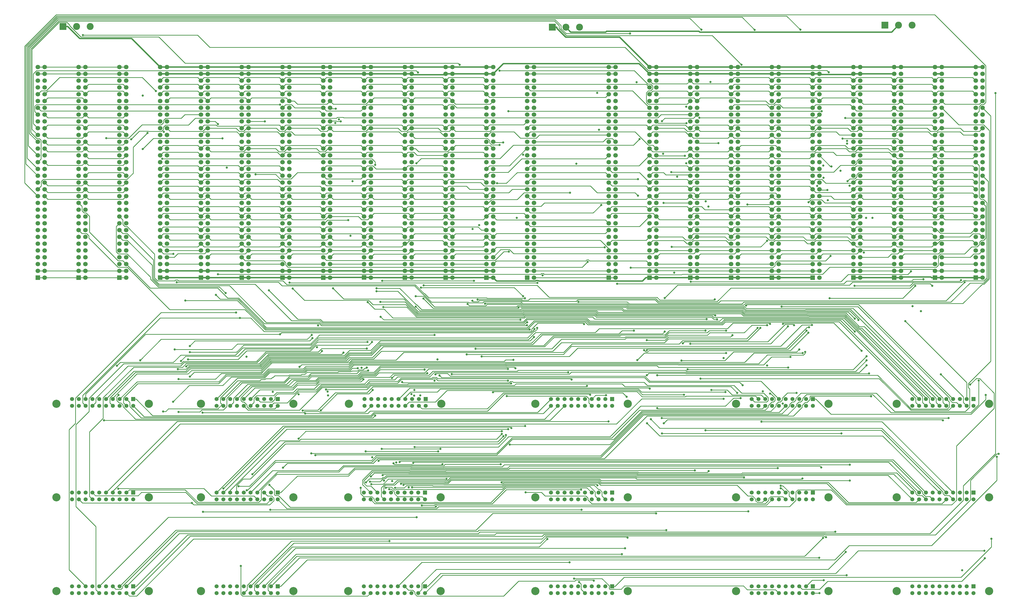
<source format=gbr>
G04 #@! TF.GenerationSoftware,KiCad,Pcbnew,(5.0.0)*
G04 #@! TF.CreationDate,2020-07-19T12:26:23+01:00*
G04 #@! TF.ProjectId,Backplane1,4261636B706C616E65312E6B69636164,rev?*
G04 #@! TF.SameCoordinates,Original*
G04 #@! TF.FileFunction,Copper,L3,Inr,Signal*
G04 #@! TF.FilePolarity,Positive*
%FSLAX46Y46*%
G04 Gerber Fmt 4.6, Leading zero omitted, Abs format (unit mm)*
G04 Created by KiCad (PCBNEW (5.0.0)) date 07/19/20 12:26:23*
%MOMM*%
%LPD*%
G01*
G04 APERTURE LIST*
G04 #@! TA.AperFunction,ViaPad*
%ADD10R,2.600000X2.600000*%
G04 #@! TD*
G04 #@! TA.AperFunction,ViaPad*
%ADD11C,2.600000*%
G04 #@! TD*
G04 #@! TA.AperFunction,ViaPad*
%ADD12C,1.700000*%
G04 #@! TD*
G04 #@! TA.AperFunction,ViaPad*
%ADD13R,1.700000X1.700000*%
G04 #@! TD*
G04 #@! TA.AperFunction,ViaPad*
%ADD14C,1.520000*%
G04 #@! TD*
G04 #@! TA.AperFunction,ViaPad*
%ADD15R,1.520000X1.520000*%
G04 #@! TD*
G04 #@! TA.AperFunction,ViaPad*
%ADD16C,3.050000*%
G04 #@! TD*
G04 #@! TA.AperFunction,ViaPad*
%ADD17C,0.800000*%
G04 #@! TD*
G04 #@! TA.AperFunction,Conductor*
%ADD18C,0.250000*%
G04 #@! TD*
G04 #@! TA.AperFunction,Conductor*
%ADD19C,0.500000*%
G04 #@! TD*
G04 APERTURE END LIST*
D10*
G04 #@! TO.N,GND*
G04 #@! TO.C,J1*
X212598000Y-40982900D03*
D11*
G04 #@! TO.N,6v*
X217678000Y-40982900D03*
G04 #@! TO.N,Neg6v*
X222758000Y-40982900D03*
G04 #@! TD*
D12*
G04 #@! TO.N,/InitInstructions/GND*
G04 #@! TO.C,J34*
X22860000Y-55880000D03*
X20320000Y-55880000D03*
G04 #@! TO.N,/InitInstructions/-6v*
X22860000Y-58420000D03*
X20320000Y-58420000D03*
G04 #@! TO.N,/InitInstructions/II18m*
X22860000Y-60960000D03*
G04 #@! TO.N,II18*
X20320000Y-60960000D03*
G04 #@! TO.N,N/C*
X22860000Y-63500000D03*
X20320000Y-63500000D03*
G04 #@! TO.N,/InitInstructions/II16m*
X22860000Y-66040000D03*
G04 #@! TO.N,II16*
X20320000Y-66040000D03*
G04 #@! TO.N,/InitInstructions/II15m*
X22860000Y-68580000D03*
G04 #@! TO.N,II15*
X20320000Y-68580000D03*
G04 #@! TO.N,/InitInstructions/II14m*
X22860000Y-71120000D03*
G04 #@! TO.N,II14*
X20320000Y-71120000D03*
G04 #@! TO.N,/InitInstructions/II13m*
X22860000Y-73660000D03*
G04 #@! TO.N,II13*
X20320000Y-73660000D03*
G04 #@! TO.N,/InitInstructions/II12m*
X22860000Y-76200000D03*
G04 #@! TO.N,II12*
X20320000Y-76200000D03*
G04 #@! TO.N,/InitInstructions/II11m*
X22860000Y-78740000D03*
G04 #@! TO.N,II11*
X20320000Y-78740000D03*
G04 #@! TO.N,/InitInstructions/II10m*
X22860000Y-81280000D03*
G04 #@! TO.N,II10*
X20320000Y-81280000D03*
G04 #@! TO.N,/InitInstructions/II9m*
X22860000Y-83820000D03*
G04 #@! TO.N,II9*
X20320000Y-83820000D03*
G04 #@! TO.N,/InitInstructions/II8m*
X22860000Y-86360000D03*
G04 #@! TO.N,II8*
X20320000Y-86360000D03*
G04 #@! TO.N,/InitInstructions/II7m*
X22860000Y-88900000D03*
G04 #@! TO.N,II7*
X20320000Y-88900000D03*
G04 #@! TO.N,/InitInstructions/II6m*
X22860000Y-91440000D03*
G04 #@! TO.N,II6*
X20320000Y-91440000D03*
G04 #@! TO.N,/InitInstructions/II5m*
X22860000Y-93980000D03*
G04 #@! TO.N,II5*
X20320000Y-93980000D03*
G04 #@! TO.N,/InitInstructions/II4m*
X22860000Y-96520000D03*
G04 #@! TO.N,II4*
X20320000Y-96520000D03*
G04 #@! TO.N,/InitInstructions/II3m*
X22860000Y-99060000D03*
G04 #@! TO.N,II3*
X20320000Y-99060000D03*
G04 #@! TO.N,/InitInstructions/II2m*
X22860000Y-101600000D03*
G04 #@! TO.N,II2*
X20320000Y-101600000D03*
G04 #@! TO.N,/InitInstructions/II1m*
X22860000Y-104140000D03*
G04 #@! TO.N,II1*
X20320000Y-104140000D03*
G04 #@! TO.N,/InitInstructions/II17m*
X22860000Y-106680000D03*
G04 #@! TO.N,II17*
X20320000Y-106680000D03*
G04 #@! TO.N,N/C*
X22860000Y-109220000D03*
X20320000Y-109220000D03*
X22860000Y-111760000D03*
X20320000Y-111760000D03*
X22860000Y-114300000D03*
X20320000Y-114300000D03*
X22860000Y-116840000D03*
X20320000Y-116840000D03*
X22860000Y-119380000D03*
X20320000Y-119380000D03*
X22860000Y-121920000D03*
X20320000Y-121920000D03*
X22860000Y-124460000D03*
X20320000Y-124460000D03*
X22860000Y-127000000D03*
X20320000Y-127000000D03*
X22860000Y-129540000D03*
X20320000Y-129540000D03*
G04 #@! TO.N,/InitInstructions/6v*
X22860000Y-132080000D03*
X20320000Y-132080000D03*
G04 #@! TO.N,/InitInstructions/GND*
X22860000Y-134620000D03*
D13*
X20320000Y-134620000D03*
G04 #@! TD*
D12*
G04 #@! TO.N,/InitInstructions/GND*
G04 #@! TO.C,J35*
X38100000Y-55880000D03*
X35560000Y-55880000D03*
G04 #@! TO.N,/InitInstructions/-6v*
X38100000Y-58420000D03*
X35560000Y-58420000D03*
G04 #@! TO.N,/InitInstructions/II18m*
X38100000Y-60960000D03*
G04 #@! TO.N,N/C*
X35560000Y-60960000D03*
G04 #@! TO.N,/InitInstructions/II17m*
X38100000Y-63500000D03*
G04 #@! TO.N,N/C*
X35560000Y-63500000D03*
G04 #@! TO.N,/InitInstructions/II16m*
X38100000Y-66040000D03*
G04 #@! TO.N,N/C*
X35560000Y-66040000D03*
G04 #@! TO.N,/InitInstructions/II15m*
X38100000Y-68580000D03*
G04 #@! TO.N,N/C*
X35560000Y-68580000D03*
G04 #@! TO.N,/InitInstructions/II14m*
X38100000Y-71120000D03*
G04 #@! TO.N,/InitInstructions/IIG*
X35560000Y-71120000D03*
G04 #@! TO.N,/InitInstructions/II13m*
X38100000Y-73660000D03*
G04 #@! TO.N,N/C*
X35560000Y-73660000D03*
G04 #@! TO.N,/InitInstructions/II12m*
X38100000Y-76200000D03*
G04 #@! TO.N,N/C*
X35560000Y-76200000D03*
G04 #@! TO.N,/InitInstructions/II11m*
X38100000Y-78740000D03*
G04 #@! TO.N,N/C*
X35560000Y-78740000D03*
G04 #@! TO.N,/InitInstructions/II10m*
X38100000Y-81280000D03*
G04 #@! TO.N,N/C*
X35560000Y-81280000D03*
G04 #@! TO.N,/InitInstructions/II9m*
X38100000Y-83820000D03*
G04 #@! TO.N,N/C*
X35560000Y-83820000D03*
G04 #@! TO.N,/InitInstructions/II8m*
X38100000Y-86360000D03*
G04 #@! TO.N,N/C*
X35560000Y-86360000D03*
G04 #@! TO.N,/InitInstructions/II7m*
X38100000Y-88900000D03*
G04 #@! TO.N,N/C*
X35560000Y-88900000D03*
G04 #@! TO.N,/InitInstructions/II6m*
X38100000Y-91440000D03*
G04 #@! TO.N,N/C*
X35560000Y-91440000D03*
G04 #@! TO.N,/InitInstructions/II5m*
X38100000Y-93980000D03*
G04 #@! TO.N,N/C*
X35560000Y-93980000D03*
G04 #@! TO.N,/InitInstructions/II4m*
X38100000Y-96520000D03*
G04 #@! TO.N,N/C*
X35560000Y-96520000D03*
G04 #@! TO.N,/InitInstructions/II3m*
X38100000Y-99060000D03*
G04 #@! TO.N,IIS-57-15*
X35560000Y-99060000D03*
G04 #@! TO.N,/InitInstructions/II2m*
X38100000Y-101600000D03*
G04 #@! TO.N,J4*
X35560000Y-101600000D03*
G04 #@! TO.N,/InitInstructions/II1m*
X38100000Y-104140000D03*
G04 #@! TO.N,/InitInstructions/~J~4*
X35560000Y-104140000D03*
G04 #@! TO.N,N/C*
X38100000Y-106680000D03*
G04 #@! TO.N,~J~3'-20-7*
X35560000Y-106680000D03*
G04 #@! TO.N,N/C*
X38100000Y-109220000D03*
G04 #@! TO.N,J3'-20-8*
X35560000Y-109220000D03*
G04 #@! TO.N,N/C*
X38100000Y-111760000D03*
G04 #@! TO.N,~J~2'-20-5*
X35560000Y-111760000D03*
G04 #@! TO.N,N/C*
X38100000Y-114300000D03*
G04 #@! TO.N,J2'-20-6*
X35560000Y-114300000D03*
G04 #@! TO.N,N/C*
X38100000Y-116840000D03*
G04 #@! TO.N,~J~1'-20-3*
X35560000Y-116840000D03*
G04 #@! TO.N,N/C*
X38100000Y-119380000D03*
G04 #@! TO.N,J1'-20-4*
X35560000Y-119380000D03*
G04 #@! TO.N,N/C*
X38100000Y-121920000D03*
X35560000Y-121920000D03*
X38100000Y-124460000D03*
X35560000Y-124460000D03*
X38100000Y-127000000D03*
X35560000Y-127000000D03*
X38100000Y-129540000D03*
X35560000Y-129540000D03*
G04 #@! TO.N,/InitInstructions/6v*
X38100000Y-132080000D03*
X35560000Y-132080000D03*
G04 #@! TO.N,/InitInstructions/GND*
X38100000Y-134620000D03*
D13*
X35560000Y-134620000D03*
G04 #@! TD*
D12*
G04 #@! TO.N,/InitInstructions/GND*
G04 #@! TO.C,J36*
X53340000Y-55880000D03*
X50800000Y-55880000D03*
G04 #@! TO.N,/InitInstructions/-6v*
X53340000Y-58420000D03*
X50800000Y-58420000D03*
G04 #@! TO.N,/InitInstructions/II18m*
X53340000Y-60960000D03*
G04 #@! TO.N,N/C*
X50800000Y-60960000D03*
G04 #@! TO.N,/InitInstructions/II17m*
X53340000Y-63500000D03*
G04 #@! TO.N,~J~16-22-26*
X50800000Y-63500000D03*
G04 #@! TO.N,/InitInstructions/II16m*
X53340000Y-66040000D03*
G04 #@! TO.N,N/C*
X50800000Y-66040000D03*
G04 #@! TO.N,/InitInstructions/II15m*
X53340000Y-68580000D03*
G04 #@! TO.N,N/C*
X50800000Y-68580000D03*
G04 #@! TO.N,/InitInstructions/II14m*
X53340000Y-71120000D03*
G04 #@! TO.N,/InitInstructions/IIG*
X50800000Y-71120000D03*
G04 #@! TO.N,/InitInstructions/II13m*
X53340000Y-73660000D03*
G04 #@! TO.N,~J~15-22-29*
X50800000Y-73660000D03*
G04 #@! TO.N,/InitInstructions/II12m*
X53340000Y-76200000D03*
G04 #@! TO.N,~J~14-22-28*
X50800000Y-76200000D03*
G04 #@! TO.N,/InitInstructions/II11m*
X53340000Y-78740000D03*
G04 #@! TO.N,J13*
X50800000Y-78740000D03*
G04 #@! TO.N,/InitInstructions/II10m*
X53340000Y-81280000D03*
G04 #@! TO.N,J12*
X50800000Y-81280000D03*
G04 #@! TO.N,/InitInstructions/II9m*
X53340000Y-83820000D03*
G04 #@! TO.N,J11*
X50800000Y-83820000D03*
G04 #@! TO.N,/InitInstructions/II8m*
X53340000Y-86360000D03*
G04 #@! TO.N,J10*
X50800000Y-86360000D03*
G04 #@! TO.N,/InitInstructions/II7m*
X53340000Y-88900000D03*
G04 #@! TO.N,J9*
X50800000Y-88900000D03*
G04 #@! TO.N,/InitInstructions/II6m*
X53340000Y-91440000D03*
G04 #@! TO.N,J8*
X50800000Y-91440000D03*
G04 #@! TO.N,/InitInstructions/II5m*
X53340000Y-93980000D03*
G04 #@! TO.N,N/C*
X50800000Y-93980000D03*
G04 #@! TO.N,/InitInstructions/II4m*
X53340000Y-96520000D03*
G04 #@! TO.N,N/C*
X50800000Y-96520000D03*
G04 #@! TO.N,/InitInstructions/II3m*
X53340000Y-99060000D03*
G04 #@! TO.N,J7*
X50800000Y-99060000D03*
G04 #@! TO.N,/InitInstructions/II2m*
X53340000Y-101600000D03*
G04 #@! TO.N,J6*
X50800000Y-101600000D03*
G04 #@! TO.N,/InitInstructions/II1m*
X53340000Y-104140000D03*
G04 #@! TO.N,J5*
X50800000Y-104140000D03*
G04 #@! TO.N,N/C*
X53340000Y-106680000D03*
G04 #@! TO.N,/InitInstructions/~J~4*
X50800000Y-106680000D03*
G04 #@! TO.N,N/C*
X53340000Y-109220000D03*
G04 #@! TO.N,J3'-20-8*
X50800000Y-109220000D03*
G04 #@! TO.N,N/C*
X53340000Y-111760000D03*
G04 #@! TO.N,~J~2'-20-5*
X50800000Y-111760000D03*
G04 #@! TO.N,N/C*
X53340000Y-114300000D03*
G04 #@! TO.N,~IIG~*
X50800000Y-114300000D03*
G04 #@! TO.N,N/C*
X53340000Y-116840000D03*
G04 #@! TO.N,IIS-57-15*
X50800000Y-116840000D03*
G04 #@! TO.N,N/C*
X53340000Y-119380000D03*
G04 #@! TO.N,J1'-20-4*
X50800000Y-119380000D03*
G04 #@! TO.N,N/C*
X53340000Y-121920000D03*
X50800000Y-121920000D03*
X53340000Y-124460000D03*
X50800000Y-124460000D03*
X53340000Y-127000000D03*
X50800000Y-127000000D03*
G04 #@! TO.N,~J~3'-20-7*
X53340000Y-129540000D03*
G04 #@! TO.N,N/C*
X50800000Y-129540000D03*
G04 #@! TO.N,/InitInstructions/6v*
X53340000Y-132080000D03*
X50800000Y-132080000D03*
G04 #@! TO.N,/InitInstructions/GND*
X53340000Y-134620000D03*
D13*
X50800000Y-134620000D03*
G04 #@! TD*
D12*
G04 #@! TO.N,/WaveformDrivers/GND*
G04 #@! TO.C,J46*
X205740000Y-55880000D03*
X203200000Y-55880000D03*
G04 #@! TO.N,/WaveformDrivers/-6v*
X205740000Y-58420000D03*
X203200000Y-58420000D03*
G04 #@! TO.N,N/C*
X205740000Y-60960000D03*
X203200000Y-60960000D03*
G04 #@! TO.N,~RESET~2-2-Y*
X205740000Y-63500000D03*
G04 #@! TO.N,/RegistersB/~OTQ1~*
X203200000Y-63500000D03*
G04 #@! TO.N,t1-5-27*
X205740000Y-66040000D03*
G04 #@! TO.N,/RegistersA/GTQ2*
X203200000Y-66040000D03*
G04 #@! TO.N,t3-2-5-29*
X205740000Y-68580000D03*
G04 #@! TO.N,/RegistersB/GTQ1*
X203200000Y-68580000D03*
G04 #@! TO.N,t4-5-26*
X205740000Y-71120000D03*
G04 #@! TO.N,/RegistersA/~OTA~2*
X203200000Y-71120000D03*
G04 #@! TO.N,GTQa-8-24*
X205740000Y-73660000D03*
G04 #@! TO.N,/RegistersB/~OTA~1*
X203200000Y-73660000D03*
G04 #@! TO.N,/RegistersA/~OTQ2~*
X205740000Y-76200000D03*
G04 #@! TO.N,/RegistersA/GTA2*
X203200000Y-76200000D03*
G04 #@! TO.N,GTAa-8-27*
X205740000Y-78740000D03*
G04 #@! TO.N,/RegistersB/GTA1*
X203200000Y-78740000D03*
G04 #@! TO.N,~OTA~'-5-7*
X205740000Y-81280000D03*
G04 #@! TO.N,/RegistersB/~OTP~2*
X203200000Y-81280000D03*
G04 #@! TO.N,MTPa-9-22*
X205740000Y-83820000D03*
G04 #@! TO.N,/RegistersB/~OTP~1*
X203200000Y-83820000D03*
G04 #@! TO.N,N/C*
X205740000Y-86360000D03*
G04 #@! TO.N,/RegistersA/GTM2*
X203200000Y-86360000D03*
G04 #@! TO.N,GTMa-8-23*
X205740000Y-88900000D03*
G04 #@! TO.N,/RegistersB/GTM1*
X203200000Y-88900000D03*
G04 #@! TO.N,N/C*
X205740000Y-91440000D03*
G04 #@! TO.N,/RegistersA/WTM2*
X203200000Y-91440000D03*
G04 #@! TO.N,WTMa-8-21*
X205740000Y-93980000D03*
G04 #@! TO.N,/RegistersB/WTM1*
X203200000Y-93980000D03*
G04 #@! TO.N,N/C*
X205740000Y-96520000D03*
G04 #@! TO.N,/RegistersA/~OTM~2*
X203200000Y-96520000D03*
G04 #@! TO.N,OTMa-9-23*
X205740000Y-99060000D03*
G04 #@! TO.N,/RegistersB/~OTM~1*
X203200000Y-99060000D03*
G04 #@! TO.N,N/C*
X205740000Y-101600000D03*
G04 #@! TO.N,/RegistersA/GTJ2*
X203200000Y-101600000D03*
G04 #@! TO.N,GTJa-8-28*
X205740000Y-104140000D03*
G04 #@! TO.N,/RegistersB/GTJ1*
X203200000Y-104140000D03*
G04 #@! TO.N,N/C*
X205740000Y-106680000D03*
G04 #@! TO.N,/RegistersA/~OTJ~2*
X203200000Y-106680000D03*
G04 #@! TO.N,~OTJ~'-5-11*
X205740000Y-109220000D03*
G04 #@! TO.N,/RegistersB/~OTJ~1*
X203200000Y-109220000D03*
G04 #@! TO.N,N/C*
X205740000Y-111760000D03*
G04 #@! TO.N,/RegistersA/~OTG~2*
X203200000Y-111760000D03*
G04 #@! TO.N,N/C*
X205740000Y-114300000D03*
G04 #@! TO.N,~OTG1~-57-M*
X203200000Y-114300000D03*
G04 #@! TO.N,N/C*
X205740000Y-116840000D03*
X203200000Y-116840000D03*
X205740000Y-119380000D03*
X203200000Y-119380000D03*
G04 #@! TO.N,SFDm-19-V*
X205740000Y-121920000D03*
G04 #@! TO.N,SFD-6-R*
X203200000Y-121920000D03*
G04 #@! TO.N,CRSm-11-AC*
X205740000Y-124460000D03*
G04 #@! TO.N,CRS-7-AF*
X203200000Y-124460000D03*
G04 #@! TO.N,N/C*
X205740000Y-127000000D03*
X203200000Y-127000000D03*
X205740000Y-129540000D03*
X203200000Y-129540000D03*
G04 #@! TO.N,/WaveformDrivers/6v*
X205740000Y-132080000D03*
X203200000Y-132080000D03*
G04 #@! TO.N,/WaveformDrivers/GND*
X205740000Y-134620000D03*
D13*
X203200000Y-134620000D03*
G04 #@! TD*
D12*
G04 #@! TO.N,GND*
G04 #@! TO.C,J37*
X68580000Y-55880000D03*
X66040000Y-55880000D03*
G04 #@! TO.N,Neg6v*
X68580000Y-58420000D03*
X66040000Y-58420000D03*
G04 #@! TO.N,~STORE~18*
X68580000Y-60960000D03*
G04 #@! TO.N,/RegistersA/QTF2*
X66040000Y-60960000D03*
G04 #@! TO.N,N/C*
X68580000Y-63500000D03*
G04 #@! TO.N,DTF2a-8-26*
X66040000Y-63500000D03*
G04 #@! TO.N,N/C*
X68580000Y-66040000D03*
G04 #@! TO.N,/RegistersA/ATF2*
X66040000Y-66040000D03*
G04 #@! TO.N,/RegistersA/GTQ2*
X68580000Y-68580000D03*
G04 #@! TO.N,N/C*
X66040000Y-68580000D03*
G04 #@! TO.N,M18-7-9*
X68580000Y-71120000D03*
G04 #@! TO.N,/RegistersA/~OTQ2~*
X66040000Y-71120000D03*
G04 #@! TO.N,#Q18*
X68580000Y-73660000D03*
G04 #@! TO.N,II18*
X66040000Y-73660000D03*
G04 #@! TO.N,~A~18*
X68580000Y-76200000D03*
G04 #@! TO.N,N/C*
X66040000Y-76200000D03*
G04 #@! TO.N,/RegistersA/~OTA~2*
X68580000Y-78740000D03*
G04 #@! TO.N,/RegistersA/GTA2*
X66040000Y-78740000D03*
G04 #@! TO.N,#A18*
X68580000Y-81280000D03*
G04 #@! TO.N,N/C*
X66040000Y-81280000D03*
X68580000Y-83820000D03*
X66040000Y-83820000D03*
X68580000Y-86360000D03*
G04 #@! TO.N,/RegistersA/~OTM~2*
X66040000Y-86360000D03*
G04 #@! TO.N,N/C*
X68580000Y-88900000D03*
G04 #@! TO.N,/RegistersA/WTM2*
X66040000Y-88900000D03*
G04 #@! TO.N,~M~18-7-11*
X68580000Y-91440000D03*
G04 #@! TO.N,W18*
X66040000Y-91440000D03*
G04 #@! TO.N,#M18*
X68580000Y-93980000D03*
G04 #@! TO.N,/RegistersA/GTM2*
X66040000Y-93980000D03*
G04 #@! TO.N,N/C*
X68580000Y-96520000D03*
G04 #@! TO.N,/WaveformDrivers/~M~TF1*
X66040000Y-96520000D03*
G04 #@! TO.N,N/C*
X68580000Y-99060000D03*
G04 #@! TO.N,/RegistersA/MTF2*
X66040000Y-99060000D03*
G04 #@! TO.N,N/C*
X68580000Y-101600000D03*
G04 #@! TO.N,/RegistersA/JTF2*
X66040000Y-101600000D03*
G04 #@! TO.N,/RegistersA/~OTJ~2*
X68580000Y-104140000D03*
G04 #@! TO.N,/RegistersA/GTJ2*
X66040000Y-104140000D03*
G04 #@! TO.N,N/C*
X68580000Y-106680000D03*
G04 #@! TO.N,/RegistersA/A11*
X66040000Y-106680000D03*
G04 #@! TO.N,#G18*
X68580000Y-109220000D03*
G04 #@! TO.N,/RegistersA/PTG2-2*
X66040000Y-109220000D03*
G04 #@! TO.N,/RegistersA/PTG1-2*
X68580000Y-111760000D03*
G04 #@! TO.N,/RegistersA/~OTG~2*
X66040000Y-111760000D03*
G04 #@! TO.N,N/C*
X68580000Y-114300000D03*
G04 #@! TO.N,IP18*
X66040000Y-114300000D03*
G04 #@! TO.N,N/C*
X68580000Y-116840000D03*
G04 #@! TO.N,/RegistersA/VTG2*
X66040000Y-116840000D03*
G04 #@! TO.N,/RegistersA/LTG2*
X68580000Y-119380000D03*
G04 #@! TO.N,/RegistersA/RTG2*
X66040000Y-119380000D03*
G04 #@! TO.N,N/C*
X68580000Y-121920000D03*
G04 #@! TO.N,/RegistersA/FTG2*
X66040000Y-121920000D03*
G04 #@! TO.N,F18-5-K*
X68580000Y-124460000D03*
G04 #@! TO.N,X1-57-11*
X66040000Y-124460000D03*
G04 #@! TO.N,/RegistersA/F17*
X68580000Y-127000000D03*
G04 #@! TO.N,N/C*
X66040000Y-127000000D03*
G04 #@! TO.N,C17-5-H*
X68580000Y-129540000D03*
G04 #@! TO.N,C18-5-8*
X66040000Y-129540000D03*
G04 #@! TO.N,6v*
X68580000Y-132080000D03*
X66040000Y-132080000D03*
G04 #@! TO.N,GND*
X68580000Y-134620000D03*
D13*
X66040000Y-134620000D03*
G04 #@! TD*
D12*
G04 #@! TO.N,GND*
G04 #@! TO.C,J38*
X83820000Y-55880000D03*
X81280000Y-55880000D03*
G04 #@! TO.N,Neg6v*
X83820000Y-58420000D03*
X81280000Y-58420000D03*
G04 #@! TO.N,~STORE~17*
X83820000Y-60960000D03*
G04 #@! TO.N,/RegistersA/QTF2*
X81280000Y-60960000D03*
G04 #@! TO.N,N/C*
X83820000Y-63500000D03*
G04 #@! TO.N,DTF2a-8-26*
X81280000Y-63500000D03*
G04 #@! TO.N,N/C*
X83820000Y-66040000D03*
G04 #@! TO.N,/RegistersA/ATF2*
X81280000Y-66040000D03*
G04 #@! TO.N,/RegistersA/GTQ2*
X83820000Y-68580000D03*
G04 #@! TO.N,N/C*
X81280000Y-68580000D03*
G04 #@! TO.N,M17*
X83820000Y-71120000D03*
G04 #@! TO.N,/RegistersA/~OTQ2~*
X81280000Y-71120000D03*
G04 #@! TO.N,#Q17*
X83820000Y-73660000D03*
G04 #@! TO.N,II17*
X81280000Y-73660000D03*
G04 #@! TO.N,~A~17*
X83820000Y-76200000D03*
G04 #@! TO.N,N/C*
X81280000Y-76200000D03*
G04 #@! TO.N,/RegistersA/~OTA~2*
X83820000Y-78740000D03*
G04 #@! TO.N,/RegistersA/GTA2*
X81280000Y-78740000D03*
G04 #@! TO.N,#A17*
X83820000Y-81280000D03*
G04 #@! TO.N,MTI-5-17*
X81280000Y-81280000D03*
G04 #@! TO.N,#I4*
X83820000Y-83820000D03*
G04 #@! TO.N,I4-22-L*
X81280000Y-83820000D03*
G04 #@! TO.N,~OTI~-5-18*
X83820000Y-86360000D03*
G04 #@! TO.N,/RegistersA/~OTM~2*
X81280000Y-86360000D03*
G04 #@! TO.N,~I~4-22-M*
X83820000Y-88900000D03*
G04 #@! TO.N,/RegistersA/WTM2*
X81280000Y-88900000D03*
G04 #@! TO.N,N/C*
X83820000Y-91440000D03*
G04 #@! TO.N,W17*
X81280000Y-91440000D03*
G04 #@! TO.N,#M17*
X83820000Y-93980000D03*
G04 #@! TO.N,/RegistersA/GTM2*
X81280000Y-93980000D03*
G04 #@! TO.N,N/C*
X83820000Y-96520000D03*
G04 #@! TO.N,/WaveformDrivers/~M~TF1*
X81280000Y-96520000D03*
G04 #@! TO.N,N/C*
X83820000Y-99060000D03*
G04 #@! TO.N,/RegistersA/MTF2*
X81280000Y-99060000D03*
G04 #@! TO.N,N/C*
X83820000Y-101600000D03*
G04 #@! TO.N,/RegistersA/JTF2*
X81280000Y-101600000D03*
G04 #@! TO.N,/RegistersA/~OTJ~2*
X83820000Y-104140000D03*
G04 #@! TO.N,/RegistersA/GTJ2*
X81280000Y-104140000D03*
G04 #@! TO.N,N/C*
X83820000Y-106680000D03*
G04 #@! TO.N,/RegistersA/A10*
X81280000Y-106680000D03*
G04 #@! TO.N,#G17*
X83820000Y-109220000D03*
G04 #@! TO.N,/RegistersA/PTG2-2*
X81280000Y-109220000D03*
G04 #@! TO.N,/RegistersA/PTG1-2*
X83820000Y-111760000D03*
G04 #@! TO.N,/RegistersA/~OTG~2*
X81280000Y-111760000D03*
G04 #@! TO.N,N/C*
X83820000Y-114300000D03*
G04 #@! TO.N,IP17*
X81280000Y-114300000D03*
G04 #@! TO.N,N/C*
X83820000Y-116840000D03*
G04 #@! TO.N,/RegistersA/VTG2*
X81280000Y-116840000D03*
G04 #@! TO.N,/RegistersA/LTG2*
X83820000Y-119380000D03*
G04 #@! TO.N,/RegistersA/RTG2*
X81280000Y-119380000D03*
G04 #@! TO.N,N/C*
X83820000Y-121920000D03*
G04 #@! TO.N,/RegistersA/FTG2*
X81280000Y-121920000D03*
G04 #@! TO.N,/RegistersA/F17*
X83820000Y-124460000D03*
G04 #@! TO.N,F18-5-K*
X81280000Y-124460000D03*
G04 #@! TO.N,/RegistersA/F16*
X83820000Y-127000000D03*
G04 #@! TO.N,N/C*
X81280000Y-127000000D03*
G04 #@! TO.N,/RegistersA/C16*
X83820000Y-129540000D03*
G04 #@! TO.N,C17-5-H*
X81280000Y-129540000D03*
G04 #@! TO.N,6v*
X83820000Y-132080000D03*
X81280000Y-132080000D03*
G04 #@! TO.N,GND*
X83820000Y-134620000D03*
D13*
X81280000Y-134620000D03*
G04 #@! TD*
D12*
G04 #@! TO.N,GND*
G04 #@! TO.C,J39*
X99060000Y-55880000D03*
X96520000Y-55880000D03*
G04 #@! TO.N,Neg6v*
X99060000Y-58420000D03*
X96520000Y-58420000D03*
G04 #@! TO.N,~STORE~16*
X99060000Y-60960000D03*
G04 #@! TO.N,/RegistersA/QTF2*
X96520000Y-60960000D03*
G04 #@! TO.N,N/C*
X99060000Y-63500000D03*
G04 #@! TO.N,DTF2a-8-26*
X96520000Y-63500000D03*
G04 #@! TO.N,N/C*
X99060000Y-66040000D03*
G04 #@! TO.N,/RegistersA/ATF2*
X96520000Y-66040000D03*
G04 #@! TO.N,/RegistersA/GTQ2*
X99060000Y-68580000D03*
G04 #@! TO.N,N/C*
X96520000Y-68580000D03*
G04 #@! TO.N,M16*
X99060000Y-71120000D03*
G04 #@! TO.N,/RegistersA/~OTQ2~*
X96520000Y-71120000D03*
G04 #@! TO.N,#Q16*
X99060000Y-73660000D03*
G04 #@! TO.N,II16*
X96520000Y-73660000D03*
G04 #@! TO.N,~A~16*
X99060000Y-76200000D03*
G04 #@! TO.N,N/C*
X96520000Y-76200000D03*
G04 #@! TO.N,/RegistersA/~OTA~2*
X99060000Y-78740000D03*
G04 #@! TO.N,/RegistersA/GTA2*
X96520000Y-78740000D03*
G04 #@! TO.N,#A16*
X99060000Y-81280000D03*
G04 #@! TO.N,MTI-5-17*
X96520000Y-81280000D03*
G04 #@! TO.N,#I3*
X99060000Y-83820000D03*
G04 #@! TO.N,I3-22-J*
X96520000Y-83820000D03*
G04 #@! TO.N,~OTI~-5-18*
X99060000Y-86360000D03*
G04 #@! TO.N,/RegistersA/~OTM~2*
X96520000Y-86360000D03*
G04 #@! TO.N,~I~3-22-K*
X99060000Y-88900000D03*
G04 #@! TO.N,/RegistersA/WTM2*
X96520000Y-88900000D03*
G04 #@! TO.N,N/C*
X99060000Y-91440000D03*
G04 #@! TO.N,W16*
X96520000Y-91440000D03*
G04 #@! TO.N,#M16*
X99060000Y-93980000D03*
G04 #@! TO.N,/RegistersA/GTM2*
X96520000Y-93980000D03*
G04 #@! TO.N,J16*
X99060000Y-96520000D03*
G04 #@! TO.N,/WaveformDrivers/~M~TF1*
X96520000Y-96520000D03*
G04 #@! TO.N,#J16*
X99060000Y-99060000D03*
G04 #@! TO.N,/RegistersA/MTF2*
X96520000Y-99060000D03*
G04 #@! TO.N,~J~16-22-26*
X99060000Y-101600000D03*
G04 #@! TO.N,/RegistersA/JTF2*
X96520000Y-101600000D03*
G04 #@! TO.N,/RegistersA/~OTJ~2*
X99060000Y-104140000D03*
G04 #@! TO.N,/RegistersA/GTJ2*
X96520000Y-104140000D03*
G04 #@! TO.N,N/C*
X99060000Y-106680000D03*
G04 #@! TO.N,/RegistersA/A9*
X96520000Y-106680000D03*
G04 #@! TO.N,#G16*
X99060000Y-109220000D03*
G04 #@! TO.N,/RegistersA/PTG2-2*
X96520000Y-109220000D03*
G04 #@! TO.N,/RegistersA/PTG1-2*
X99060000Y-111760000D03*
G04 #@! TO.N,/RegistersA/~OTG~2*
X96520000Y-111760000D03*
G04 #@! TO.N,N/C*
X99060000Y-114300000D03*
G04 #@! TO.N,IP16*
X96520000Y-114300000D03*
G04 #@! TO.N,N/C*
X99060000Y-116840000D03*
G04 #@! TO.N,/RegistersA/VTG2*
X96520000Y-116840000D03*
G04 #@! TO.N,/RegistersA/LTG2*
X99060000Y-119380000D03*
G04 #@! TO.N,/RegistersA/RTG2*
X96520000Y-119380000D03*
G04 #@! TO.N,N/C*
X99060000Y-121920000D03*
G04 #@! TO.N,/RegistersA/FTG2*
X96520000Y-121920000D03*
G04 #@! TO.N,/RegistersA/F16*
X99060000Y-124460000D03*
G04 #@! TO.N,/RegistersA/F17*
X96520000Y-124460000D03*
G04 #@! TO.N,/RegistersA/F15*
X99060000Y-127000000D03*
G04 #@! TO.N,/RegistersA/~JTG16~*
X96520000Y-127000000D03*
G04 #@! TO.N,/RegistersA/C15*
X99060000Y-129540000D03*
G04 #@! TO.N,/RegistersA/C16*
X96520000Y-129540000D03*
G04 #@! TO.N,6v*
X99060000Y-132080000D03*
X96520000Y-132080000D03*
G04 #@! TO.N,GND*
X99060000Y-134620000D03*
D13*
X96520000Y-134620000D03*
G04 #@! TD*
D12*
G04 #@! TO.N,GND*
G04 #@! TO.C,J40*
X114300000Y-55880000D03*
X111760000Y-55880000D03*
G04 #@! TO.N,Neg6v*
X114300000Y-58420000D03*
X111760000Y-58420000D03*
G04 #@! TO.N,~STORE~15*
X114300000Y-60960000D03*
G04 #@! TO.N,/RegistersA/QTF2*
X111760000Y-60960000D03*
G04 #@! TO.N,N/C*
X114300000Y-63500000D03*
G04 #@! TO.N,DTF2a-8-26*
X111760000Y-63500000D03*
G04 #@! TO.N,N/C*
X114300000Y-66040000D03*
G04 #@! TO.N,/RegistersA/ATF2*
X111760000Y-66040000D03*
G04 #@! TO.N,/RegistersA/GTQ2*
X114300000Y-68580000D03*
G04 #@! TO.N,N/C*
X111760000Y-68580000D03*
G04 #@! TO.N,M15*
X114300000Y-71120000D03*
G04 #@! TO.N,/RegistersA/~OTQ2~*
X111760000Y-71120000D03*
G04 #@! TO.N,#Q15*
X114300000Y-73660000D03*
G04 #@! TO.N,II15*
X111760000Y-73660000D03*
G04 #@! TO.N,~A~15*
X114300000Y-76200000D03*
G04 #@! TO.N,N/C*
X111760000Y-76200000D03*
G04 #@! TO.N,/RegistersA/~OTA~2*
X114300000Y-78740000D03*
G04 #@! TO.N,/RegistersA/GTA2*
X111760000Y-78740000D03*
G04 #@! TO.N,#A15*
X114300000Y-81280000D03*
G04 #@! TO.N,MTI-5-17*
X111760000Y-81280000D03*
G04 #@! TO.N,#I2*
X114300000Y-83820000D03*
G04 #@! TO.N,I2-22-F*
X111760000Y-83820000D03*
G04 #@! TO.N,~OTI~-5-18*
X114300000Y-86360000D03*
G04 #@! TO.N,/RegistersA/~OTM~2*
X111760000Y-86360000D03*
G04 #@! TO.N,~I~2-22-H*
X114300000Y-88900000D03*
G04 #@! TO.N,/RegistersA/WTM2*
X111760000Y-88900000D03*
G04 #@! TO.N,N/C*
X114300000Y-91440000D03*
G04 #@! TO.N,W15*
X111760000Y-91440000D03*
G04 #@! TO.N,#M15*
X114300000Y-93980000D03*
G04 #@! TO.N,/RegistersA/GTM2*
X111760000Y-93980000D03*
G04 #@! TO.N,J15*
X114300000Y-96520000D03*
G04 #@! TO.N,/WaveformDrivers/~M~TF1*
X111760000Y-96520000D03*
G04 #@! TO.N,#J15*
X114300000Y-99060000D03*
G04 #@! TO.N,/RegistersA/MTF2*
X111760000Y-99060000D03*
G04 #@! TO.N,~J~15-22-29*
X114300000Y-101600000D03*
G04 #@! TO.N,/RegistersA/JTF2*
X111760000Y-101600000D03*
G04 #@! TO.N,/RegistersA/~OTJ~2*
X114300000Y-104140000D03*
G04 #@! TO.N,/RegistersA/GTJ2*
X111760000Y-104140000D03*
G04 #@! TO.N,N/C*
X114300000Y-106680000D03*
G04 #@! TO.N,/RegistersA/A8*
X111760000Y-106680000D03*
G04 #@! TO.N,#G15*
X114300000Y-109220000D03*
G04 #@! TO.N,/RegistersA/PTG2-2*
X111760000Y-109220000D03*
G04 #@! TO.N,/RegistersA/PTG1-2*
X114300000Y-111760000D03*
G04 #@! TO.N,/RegistersA/~OTG~2*
X111760000Y-111760000D03*
G04 #@! TO.N,N/C*
X114300000Y-114300000D03*
G04 #@! TO.N,IP15*
X111760000Y-114300000D03*
G04 #@! TO.N,N/C*
X114300000Y-116840000D03*
G04 #@! TO.N,/RegistersA/VTG2*
X111760000Y-116840000D03*
G04 #@! TO.N,/RegistersA/LTG2*
X114300000Y-119380000D03*
G04 #@! TO.N,/RegistersA/RTG2*
X111760000Y-119380000D03*
G04 #@! TO.N,N/C*
X114300000Y-121920000D03*
G04 #@! TO.N,/RegistersA/FTG2*
X111760000Y-121920000D03*
G04 #@! TO.N,/RegistersA/F15*
X114300000Y-124460000D03*
G04 #@! TO.N,/RegistersA/F16*
X111760000Y-124460000D03*
G04 #@! TO.N,/RegistersA/F14*
X114300000Y-127000000D03*
G04 #@! TO.N,/RegistersA/~JTG15~*
X111760000Y-127000000D03*
G04 #@! TO.N,/RegistersA/C14*
X114300000Y-129540000D03*
G04 #@! TO.N,/RegistersA/C15*
X111760000Y-129540000D03*
G04 #@! TO.N,6v*
X114300000Y-132080000D03*
X111760000Y-132080000D03*
G04 #@! TO.N,GND*
X114300000Y-134620000D03*
D13*
X111760000Y-134620000D03*
G04 #@! TD*
D12*
G04 #@! TO.N,GND*
G04 #@! TO.C,J41*
X129540000Y-55880000D03*
X127000000Y-55880000D03*
G04 #@! TO.N,Neg6v*
X129540000Y-58420000D03*
X127000000Y-58420000D03*
G04 #@! TO.N,~STORE~14*
X129540000Y-60960000D03*
G04 #@! TO.N,/RegistersA/QTF2*
X127000000Y-60960000D03*
G04 #@! TO.N,N/C*
X129540000Y-63500000D03*
G04 #@! TO.N,DTF2a-8-26*
X127000000Y-63500000D03*
G04 #@! TO.N,N/C*
X129540000Y-66040000D03*
G04 #@! TO.N,/RegistersA/ATF2*
X127000000Y-66040000D03*
G04 #@! TO.N,/RegistersA/GTQ2*
X129540000Y-68580000D03*
G04 #@! TO.N,N/C*
X127000000Y-68580000D03*
G04 #@! TO.N,M14*
X129540000Y-71120000D03*
G04 #@! TO.N,/RegistersA/~OTQ2~*
X127000000Y-71120000D03*
G04 #@! TO.N,#Q14*
X129540000Y-73660000D03*
G04 #@! TO.N,II14*
X127000000Y-73660000D03*
G04 #@! TO.N,~A~14*
X129540000Y-76200000D03*
G04 #@! TO.N,N/C*
X127000000Y-76200000D03*
G04 #@! TO.N,/RegistersA/~OTA~2*
X129540000Y-78740000D03*
G04 #@! TO.N,/RegistersA/GTA2*
X127000000Y-78740000D03*
G04 #@! TO.N,#A14*
X129540000Y-81280000D03*
G04 #@! TO.N,MTI-5-17*
X127000000Y-81280000D03*
G04 #@! TO.N,#I1*
X129540000Y-83820000D03*
G04 #@! TO.N,I1-22-D*
X127000000Y-83820000D03*
G04 #@! TO.N,~OTI~-5-18*
X129540000Y-86360000D03*
G04 #@! TO.N,/RegistersA/~OTM~2*
X127000000Y-86360000D03*
G04 #@! TO.N,~I~1-22-E*
X129540000Y-88900000D03*
G04 #@! TO.N,/RegistersA/WTM2*
X127000000Y-88900000D03*
G04 #@! TO.N,N/C*
X129540000Y-91440000D03*
G04 #@! TO.N,W14*
X127000000Y-91440000D03*
G04 #@! TO.N,#M14*
X129540000Y-93980000D03*
G04 #@! TO.N,/RegistersA/GTM2*
X127000000Y-93980000D03*
G04 #@! TO.N,J14*
X129540000Y-96520000D03*
G04 #@! TO.N,/WaveformDrivers/~M~TF1*
X127000000Y-96520000D03*
G04 #@! TO.N,#J14*
X129540000Y-99060000D03*
G04 #@! TO.N,/RegistersA/MTF2*
X127000000Y-99060000D03*
G04 #@! TO.N,~J~14-22-28*
X129540000Y-101600000D03*
G04 #@! TO.N,/RegistersA/JTF2*
X127000000Y-101600000D03*
G04 #@! TO.N,/RegistersA/~OTJ~2*
X129540000Y-104140000D03*
G04 #@! TO.N,/RegistersA/GTJ2*
X127000000Y-104140000D03*
G04 #@! TO.N,N/C*
X129540000Y-106680000D03*
G04 #@! TO.N,/RegistersA/A7*
X127000000Y-106680000D03*
G04 #@! TO.N,#G14*
X129540000Y-109220000D03*
G04 #@! TO.N,/RegistersA/PTG2-2*
X127000000Y-109220000D03*
G04 #@! TO.N,/RegistersA/PTG1-2*
X129540000Y-111760000D03*
G04 #@! TO.N,/RegistersA/~OTG~2*
X127000000Y-111760000D03*
G04 #@! TO.N,N/C*
X129540000Y-114300000D03*
G04 #@! TO.N,IP14*
X127000000Y-114300000D03*
G04 #@! TO.N,N/C*
X129540000Y-116840000D03*
G04 #@! TO.N,/RegistersA/VTG2*
X127000000Y-116840000D03*
G04 #@! TO.N,/RegistersA/LTG2*
X129540000Y-119380000D03*
G04 #@! TO.N,/RegistersA/RTG2*
X127000000Y-119380000D03*
G04 #@! TO.N,N/C*
X129540000Y-121920000D03*
G04 #@! TO.N,/RegistersA/FTG2*
X127000000Y-121920000D03*
G04 #@! TO.N,/RegistersA/F14*
X129540000Y-124460000D03*
G04 #@! TO.N,/RegistersA/F15*
X127000000Y-124460000D03*
G04 #@! TO.N,/RegistersA/F13*
X129540000Y-127000000D03*
G04 #@! TO.N,/RegistersA/~JTG14~*
X127000000Y-127000000D03*
G04 #@! TO.N,/RegistersA/C13*
X129540000Y-129540000D03*
G04 #@! TO.N,/RegistersA/C14*
X127000000Y-129540000D03*
G04 #@! TO.N,6v*
X129540000Y-132080000D03*
X127000000Y-132080000D03*
G04 #@! TO.N,GND*
X129540000Y-134620000D03*
D13*
X127000000Y-134620000D03*
G04 #@! TD*
D12*
G04 #@! TO.N,GND*
G04 #@! TO.C,J42*
X144780000Y-55880000D03*
X142240000Y-55880000D03*
G04 #@! TO.N,Neg6v*
X144780000Y-58420000D03*
X142240000Y-58420000D03*
G04 #@! TO.N,~STORE~13*
X144780000Y-60960000D03*
G04 #@! TO.N,/RegistersA/QTF2*
X142240000Y-60960000D03*
G04 #@! TO.N,N/C*
X144780000Y-63500000D03*
G04 #@! TO.N,DTF1-2-5-23*
X142240000Y-63500000D03*
G04 #@! TO.N,N/C*
X144780000Y-66040000D03*
G04 #@! TO.N,/RegistersA/ATF2*
X142240000Y-66040000D03*
G04 #@! TO.N,/RegistersA/GTQ2*
X144780000Y-68580000D03*
G04 #@! TO.N,N/C*
X142240000Y-68580000D03*
G04 #@! TO.N,M13-7-6*
X144780000Y-71120000D03*
G04 #@! TO.N,/RegistersA/~OTQ2~*
X142240000Y-71120000D03*
G04 #@! TO.N,#Q13*
X144780000Y-73660000D03*
G04 #@! TO.N,II13*
X142240000Y-73660000D03*
G04 #@! TO.N,~A~13*
X144780000Y-76200000D03*
G04 #@! TO.N,N/C*
X142240000Y-76200000D03*
G04 #@! TO.N,/RegistersA/~OTA~2*
X144780000Y-78740000D03*
G04 #@! TO.N,/RegistersA/GTA2*
X142240000Y-78740000D03*
G04 #@! TO.N,#A13*
X144780000Y-81280000D03*
G04 #@! TO.N,/RegistersA/MTP2*
X142240000Y-81280000D03*
G04 #@! TO.N,N/C*
X144780000Y-83820000D03*
G04 #@! TO.N,P13-30-R*
X142240000Y-83820000D03*
G04 #@! TO.N,/RegistersA/~OTP~2*
X144780000Y-86360000D03*
G04 #@! TO.N,/RegistersA/~OTM~2*
X142240000Y-86360000D03*
G04 #@! TO.N,~P~13-30-18*
X144780000Y-88900000D03*
G04 #@! TO.N,/RegistersA/WTM2*
X142240000Y-88900000D03*
G04 #@! TO.N,~M~13-6-18*
X144780000Y-91440000D03*
G04 #@! TO.N,W13*
X142240000Y-91440000D03*
G04 #@! TO.N,#M13*
X144780000Y-93980000D03*
G04 #@! TO.N,/RegistersA/GTM2*
X142240000Y-93980000D03*
G04 #@! TO.N,J13*
X144780000Y-96520000D03*
G04 #@! TO.N,/WaveformDrivers/~M~TF1*
X142240000Y-96520000D03*
G04 #@! TO.N,#J13*
X144780000Y-99060000D03*
G04 #@! TO.N,/RegistersA/MTF2*
X142240000Y-99060000D03*
G04 #@! TO.N,N/C*
X144780000Y-101600000D03*
G04 #@! TO.N,/RegistersA/JTF2*
X142240000Y-101600000D03*
G04 #@! TO.N,/RegistersA/~OTJ~2*
X144780000Y-104140000D03*
G04 #@! TO.N,/RegistersA/GTJ2*
X142240000Y-104140000D03*
G04 #@! TO.N,N/C*
X144780000Y-106680000D03*
G04 #@! TO.N,/RegistersA/A6*
X142240000Y-106680000D03*
G04 #@! TO.N,#G13*
X144780000Y-109220000D03*
G04 #@! TO.N,/RegistersA/PTG2-2*
X142240000Y-109220000D03*
G04 #@! TO.N,/RegistersA/PTG1-2*
X144780000Y-111760000D03*
G04 #@! TO.N,/RegistersA/~OTG~2*
X142240000Y-111760000D03*
G04 #@! TO.N,N/C*
X144780000Y-114300000D03*
G04 #@! TO.N,IP13*
X142240000Y-114300000D03*
G04 #@! TO.N,N/C*
X144780000Y-116840000D03*
G04 #@! TO.N,/RegistersA/VTG2*
X142240000Y-116840000D03*
G04 #@! TO.N,/RegistersA/LTG2*
X144780000Y-119380000D03*
G04 #@! TO.N,/RegistersA/RTG2*
X142240000Y-119380000D03*
G04 #@! TO.N,N/C*
X144780000Y-121920000D03*
G04 #@! TO.N,/RegistersA/FTG2*
X142240000Y-121920000D03*
G04 #@! TO.N,/RegistersA/F13*
X144780000Y-124460000D03*
G04 #@! TO.N,/RegistersA/F14*
X142240000Y-124460000D03*
G04 #@! TO.N,/RegistersA/F12*
X144780000Y-127000000D03*
G04 #@! TO.N,N/C*
X142240000Y-127000000D03*
G04 #@! TO.N,/RegistersA/C12*
X144780000Y-129540000D03*
G04 #@! TO.N,/RegistersA/C13*
X142240000Y-129540000D03*
G04 #@! TO.N,6v*
X144780000Y-132080000D03*
X142240000Y-132080000D03*
G04 #@! TO.N,GND*
X144780000Y-134620000D03*
D13*
X142240000Y-134556000D03*
G04 #@! TD*
D12*
G04 #@! TO.N,GND*
G04 #@! TO.C,J43*
X160020000Y-55880000D03*
X157480000Y-55880000D03*
G04 #@! TO.N,Neg6v*
X160020000Y-58420000D03*
X157480000Y-58420000D03*
G04 #@! TO.N,~STORE~12*
X160020000Y-60960000D03*
G04 #@! TO.N,/RegistersA/QTF2*
X157480000Y-60960000D03*
G04 #@! TO.N,N/C*
X160020000Y-63500000D03*
G04 #@! TO.N,DTF1-2-5-23*
X157480000Y-63500000D03*
G04 #@! TO.N,N/C*
X160020000Y-66040000D03*
G04 #@! TO.N,/RegistersA/ATF2*
X157480000Y-66040000D03*
G04 #@! TO.N,/RegistersA/GTQ2*
X160020000Y-68580000D03*
G04 #@! TO.N,N/C*
X157480000Y-68580000D03*
G04 #@! TO.N,M12-6-W*
X160020000Y-71120000D03*
G04 #@! TO.N,/RegistersA/~OTQ2~*
X157480000Y-71120000D03*
G04 #@! TO.N,#Q12*
X160020000Y-73660000D03*
G04 #@! TO.N,II12*
X157480000Y-73660000D03*
G04 #@! TO.N,~A~12*
X160020000Y-76200000D03*
G04 #@! TO.N,N/C*
X157480000Y-76200000D03*
G04 #@! TO.N,/RegistersA/~OTA~2*
X160020000Y-78740000D03*
G04 #@! TO.N,/RegistersA/GTA2*
X157480000Y-78740000D03*
G04 #@! TO.N,#A12*
X160020000Y-81280000D03*
G04 #@! TO.N,/RegistersA/MTP2*
X157480000Y-81280000D03*
G04 #@! TO.N,N/C*
X160020000Y-83820000D03*
G04 #@! TO.N,P12-30-V*
X157480000Y-83820000D03*
G04 #@! TO.N,/RegistersA/~OTP~2*
X160020000Y-86360000D03*
G04 #@! TO.N,/RegistersA/~OTM~2*
X157480000Y-86360000D03*
G04 #@! TO.N,~P~12-30-T*
X160020000Y-88900000D03*
G04 #@! TO.N,/RegistersA/WTM2*
X157480000Y-88900000D03*
G04 #@! TO.N,~M~12-6-Y*
X160020000Y-91440000D03*
G04 #@! TO.N,W12*
X157480000Y-91440000D03*
G04 #@! TO.N,#M12*
X160020000Y-93980000D03*
G04 #@! TO.N,/RegistersA/GTM2*
X157480000Y-93980000D03*
G04 #@! TO.N,J12*
X160020000Y-96520000D03*
G04 #@! TO.N,/WaveformDrivers/~M~TF1*
X157480000Y-96520000D03*
G04 #@! TO.N,#J12*
X160020000Y-99060000D03*
G04 #@! TO.N,/RegistersA/MTF2*
X157480000Y-99060000D03*
G04 #@! TO.N,N/C*
X160020000Y-101600000D03*
G04 #@! TO.N,/RegistersA/JTF2*
X157480000Y-101600000D03*
G04 #@! TO.N,/RegistersA/~OTJ~2*
X160020000Y-104140000D03*
G04 #@! TO.N,/RegistersA/GTJ2*
X157480000Y-104140000D03*
G04 #@! TO.N,N/C*
X160020000Y-106680000D03*
G04 #@! TO.N,/RegistersA/A5*
X157480000Y-106680000D03*
G04 #@! TO.N,#G12*
X160020000Y-109220000D03*
G04 #@! TO.N,/RegistersA/PTG2-2*
X157480000Y-109220000D03*
G04 #@! TO.N,/RegistersA/PTG1-2*
X160020000Y-111760000D03*
G04 #@! TO.N,/RegistersA/~OTG~2*
X157480000Y-111760000D03*
G04 #@! TO.N,N/C*
X160020000Y-114300000D03*
G04 #@! TO.N,IP12*
X157480000Y-114300000D03*
G04 #@! TO.N,N/C*
X160020000Y-116840000D03*
G04 #@! TO.N,/RegistersA/VTG2*
X157480000Y-116840000D03*
G04 #@! TO.N,/RegistersA/LTG2*
X160020000Y-119380000D03*
G04 #@! TO.N,/RegistersA/RTG2*
X157480000Y-119380000D03*
G04 #@! TO.N,N/C*
X160020000Y-121920000D03*
G04 #@! TO.N,/RegistersA/FTG2*
X157480000Y-121920000D03*
G04 #@! TO.N,/RegistersA/F12*
X160020000Y-124460000D03*
G04 #@! TO.N,/RegistersA/F13*
X157480000Y-124460000D03*
G04 #@! TO.N,/RegistersA/F11*
X160020000Y-127000000D03*
G04 #@! TO.N,N/C*
X157480000Y-127000000D03*
G04 #@! TO.N,/RegistersA/C11*
X160020000Y-129540000D03*
G04 #@! TO.N,/RegistersA/C12*
X157480000Y-129540000D03*
G04 #@! TO.N,6v*
X160020000Y-132080000D03*
X157480000Y-132080000D03*
G04 #@! TO.N,GND*
X160020000Y-134620000D03*
D13*
X157480000Y-134620000D03*
G04 #@! TD*
D12*
G04 #@! TO.N,GND*
G04 #@! TO.C,J44*
X175260000Y-55880000D03*
X172720000Y-55880000D03*
G04 #@! TO.N,Neg6v*
X175260000Y-58420000D03*
X172720000Y-58420000D03*
G04 #@! TO.N,~STORE~11*
X175260000Y-60960000D03*
G04 #@! TO.N,/RegistersA/QTF2*
X172720000Y-60960000D03*
G04 #@! TO.N,N/C*
X175260000Y-63500000D03*
G04 #@! TO.N,DTF1-2-5-23*
X172720000Y-63500000D03*
G04 #@! TO.N,N/C*
X175260000Y-66040000D03*
G04 #@! TO.N,/RegistersA/ATF2*
X172720000Y-66040000D03*
G04 #@! TO.N,/RegistersA/GTQ2*
X175260000Y-68580000D03*
G04 #@! TO.N,/RegistersA/A11*
X172720000Y-68580000D03*
G04 #@! TO.N,M11-7-21*
X175260000Y-71120000D03*
G04 #@! TO.N,/RegistersA/~OTQ2~*
X172720000Y-71120000D03*
G04 #@! TO.N,#Q11*
X175260000Y-73660000D03*
G04 #@! TO.N,II11*
X172720000Y-73660000D03*
G04 #@! TO.N,~A~11*
X175260000Y-76200000D03*
G04 #@! TO.N,N/C*
X172720000Y-76200000D03*
G04 #@! TO.N,/RegistersA/~OTA~2*
X175260000Y-78740000D03*
G04 #@! TO.N,/RegistersA/GTA2*
X172720000Y-78740000D03*
G04 #@! TO.N,#A11*
X175260000Y-81280000D03*
G04 #@! TO.N,/RegistersA/MTP2*
X172720000Y-81280000D03*
G04 #@! TO.N,#P11*
X175260000Y-83820000D03*
G04 #@! TO.N,N/C*
X172720000Y-83820000D03*
G04 #@! TO.N,/RegistersA/~OTP~2*
X175260000Y-86360000D03*
G04 #@! TO.N,/RegistersA/~OTM~2*
X172720000Y-86360000D03*
G04 #@! TO.N,~P~11-30-W*
X175260000Y-88900000D03*
G04 #@! TO.N,/RegistersA/WTM2*
X172720000Y-88900000D03*
G04 #@! TO.N,N/C*
X175260000Y-91440000D03*
G04 #@! TO.N,W11*
X172720000Y-91440000D03*
G04 #@! TO.N,#M11*
X175260000Y-93980000D03*
G04 #@! TO.N,/RegistersA/GTM2*
X172720000Y-93980000D03*
G04 #@! TO.N,J11*
X175260000Y-96520000D03*
G04 #@! TO.N,/WaveformDrivers/~M~TF1*
X172720000Y-96520000D03*
G04 #@! TO.N,#J11*
X175260000Y-99060000D03*
G04 #@! TO.N,/RegistersA/MTF2*
X172720000Y-99060000D03*
G04 #@! TO.N,N/C*
X175260000Y-101600000D03*
G04 #@! TO.N,/RegistersA/JTF2*
X172720000Y-101600000D03*
G04 #@! TO.N,/RegistersA/~OTJ~2*
X175260000Y-104140000D03*
G04 #@! TO.N,/RegistersA/GTJ2*
X172720000Y-104140000D03*
G04 #@! TO.N,N/C*
X175260000Y-106680000D03*
G04 #@! TO.N,/RegistersA/A4*
X172720000Y-106680000D03*
G04 #@! TO.N,#G11*
X175260000Y-109220000D03*
G04 #@! TO.N,/RegistersA/PTG2-2*
X172720000Y-109220000D03*
G04 #@! TO.N,/RegistersA/PTG1-2*
X175260000Y-111760000D03*
G04 #@! TO.N,/RegistersA/~OTG~2*
X172720000Y-111760000D03*
G04 #@! TO.N,N/C*
X175260000Y-114300000D03*
G04 #@! TO.N,IP11*
X172720000Y-114300000D03*
G04 #@! TO.N,N/C*
X175260000Y-116840000D03*
G04 #@! TO.N,/RegistersA/VTG2*
X172720000Y-116840000D03*
G04 #@! TO.N,/RegistersA/LTG2*
X175260000Y-119380000D03*
G04 #@! TO.N,/RegistersA/RTG2*
X172720000Y-119380000D03*
G04 #@! TO.N,N/C*
X175260000Y-121920000D03*
G04 #@! TO.N,/RegistersA/FTG2*
X172720000Y-121920000D03*
G04 #@! TO.N,/RegistersA/F11*
X175260000Y-124460000D03*
G04 #@! TO.N,/RegistersA/F12*
X172720000Y-124460000D03*
G04 #@! TO.N,/RegistersA/F10*
X175260000Y-127000000D03*
G04 #@! TO.N,N/C*
X172720000Y-127000000D03*
G04 #@! TO.N,/RegistersA/C10*
X175260000Y-129540000D03*
G04 #@! TO.N,/RegistersA/C11*
X172720000Y-129540000D03*
G04 #@! TO.N,6v*
X175260000Y-132080000D03*
X172720000Y-132080000D03*
G04 #@! TO.N,GND*
X175260000Y-134620000D03*
D13*
X172720000Y-134620000D03*
G04 #@! TD*
D12*
G04 #@! TO.N,GND*
G04 #@! TO.C,J45*
X190500000Y-55880000D03*
X187960000Y-55880000D03*
G04 #@! TO.N,Neg6v*
X190500000Y-58420000D03*
X187960000Y-58420000D03*
G04 #@! TO.N,~STORE~10*
X190500000Y-60960000D03*
G04 #@! TO.N,/RegistersA/QTF2*
X187960000Y-60960000D03*
G04 #@! TO.N,N/C*
X190500000Y-63500000D03*
G04 #@! TO.N,DTF1-2-5-23*
X187960000Y-63500000D03*
G04 #@! TO.N,N/C*
X190500000Y-66040000D03*
G04 #@! TO.N,/RegistersA/ATF2*
X187960000Y-66040000D03*
G04 #@! TO.N,/RegistersA/GTQ2*
X190500000Y-68580000D03*
G04 #@! TO.N,/RegistersA/A10*
X187960000Y-68580000D03*
G04 #@! TO.N,M10*
X190500000Y-71120000D03*
G04 #@! TO.N,/RegistersA/~OTQ2~*
X187960000Y-71120000D03*
G04 #@! TO.N,#Q10*
X190500000Y-73660000D03*
G04 #@! TO.N,II10*
X187960000Y-73660000D03*
G04 #@! TO.N,~A~10*
X190500000Y-76200000D03*
G04 #@! TO.N,N/C*
X187960000Y-76200000D03*
G04 #@! TO.N,/RegistersA/~OTA~2*
X190500000Y-78740000D03*
G04 #@! TO.N,/RegistersA/GTA2*
X187960000Y-78740000D03*
G04 #@! TO.N,#A10*
X190500000Y-81280000D03*
G04 #@! TO.N,/RegistersA/MTP2*
X187960000Y-81280000D03*
G04 #@! TO.N,#P10*
X190500000Y-83820000D03*
G04 #@! TO.N,N/C*
X187960000Y-83820000D03*
G04 #@! TO.N,/RegistersA/~OTP~2*
X190500000Y-86360000D03*
G04 #@! TO.N,/RegistersA/~OTM~2*
X187960000Y-86360000D03*
G04 #@! TO.N,~P~10-30-X*
X190500000Y-88900000D03*
G04 #@! TO.N,/RegistersA/WTM2*
X187960000Y-88900000D03*
G04 #@! TO.N,N/C*
X190500000Y-91440000D03*
G04 #@! TO.N,W10*
X187960000Y-91440000D03*
G04 #@! TO.N,#M10*
X190500000Y-93980000D03*
G04 #@! TO.N,/RegistersA/GTM2*
X187960000Y-93980000D03*
G04 #@! TO.N,J10*
X190500000Y-96520000D03*
G04 #@! TO.N,/WaveformDrivers/~M~TF1*
X187960000Y-96520000D03*
G04 #@! TO.N,#J10*
X190500000Y-99060000D03*
G04 #@! TO.N,/RegistersA/MTF2*
X187960000Y-99060000D03*
G04 #@! TO.N,N/C*
X190500000Y-101600000D03*
G04 #@! TO.N,/RegistersA/JTF2*
X187960000Y-101600000D03*
G04 #@! TO.N,/RegistersA/~OTJ~2*
X190500000Y-104140000D03*
G04 #@! TO.N,/RegistersA/GTJ2*
X187960000Y-104140000D03*
G04 #@! TO.N,N/C*
X190500000Y-106680000D03*
G04 #@! TO.N,/RegistersA/A3*
X187960000Y-106680000D03*
G04 #@! TO.N,#G10*
X190500000Y-109220000D03*
G04 #@! TO.N,/RegistersA/PTG2-2*
X187960000Y-109220000D03*
G04 #@! TO.N,/RegistersA/PTG1-2*
X190500000Y-111760000D03*
G04 #@! TO.N,/RegistersA/~OTG~2*
X187960000Y-111760000D03*
G04 #@! TO.N,N/C*
X190500000Y-114300000D03*
G04 #@! TO.N,IP10*
X187960000Y-114300000D03*
G04 #@! TO.N,N/C*
X190500000Y-116840000D03*
G04 #@! TO.N,/RegistersA/VTG2*
X187960000Y-116840000D03*
G04 #@! TO.N,/RegistersA/LTG2*
X190500000Y-119380000D03*
G04 #@! TO.N,/RegistersA/RTG2*
X187960000Y-119380000D03*
G04 #@! TO.N,N/C*
X190500000Y-121920000D03*
G04 #@! TO.N,/RegistersA/FTG2*
X187960000Y-121920000D03*
G04 #@! TO.N,/RegistersA/F10*
X190500000Y-124460000D03*
G04 #@! TO.N,/RegistersA/F11*
X187960000Y-124460000D03*
G04 #@! TO.N,/RegistersA/F9*
X190500000Y-127000000D03*
G04 #@! TO.N,N/C*
X187960000Y-127000000D03*
G04 #@! TO.N,/RegistersA/C9*
X190500000Y-129540000D03*
G04 #@! TO.N,/RegistersA/C10*
X187960000Y-129540000D03*
G04 #@! TO.N,6v*
X190500000Y-132080000D03*
X187960000Y-132080000D03*
G04 #@! TO.N,GND*
X190500000Y-134620000D03*
D13*
X187960000Y-134620000D03*
G04 #@! TD*
D12*
G04 #@! TO.N,/WaveformDrivers/GND*
G04 #@! TO.C,J47*
X236220000Y-55880000D03*
X233680000Y-55880000D03*
G04 #@! TO.N,/WaveformDrivers/-6v*
X236220000Y-58420000D03*
X233680000Y-58420000D03*
G04 #@! TO.N,N/C*
X236220000Y-60960000D03*
X233680000Y-60960000D03*
G04 #@! TO.N,/RegistersA/~JTG15~*
X236220000Y-63500000D03*
G04 #@! TO.N,J15*
X233680000Y-63500000D03*
G04 #@! TO.N,t2-2-5-20*
X236220000Y-66040000D03*
G04 #@! TO.N,/RegistersA/ATF2*
X233680000Y-66040000D03*
G04 #@! TO.N,/RegistersA/~JTG14~*
X236220000Y-68580000D03*
G04 #@! TO.N,/RegistersB/ATF1*
X233680000Y-68580000D03*
G04 #@! TO.N,t5-5-25*
X236220000Y-71120000D03*
G04 #@! TO.N,/RegistersA/QTF2*
X233680000Y-71120000D03*
G04 #@! TO.N,ATFa-9-21*
X236220000Y-73660000D03*
G04 #@! TO.N,/RegistersB/QTF1*
X233680000Y-73660000D03*
G04 #@! TO.N,QTFa-9-30*
X236220000Y-76200000D03*
G04 #@! TO.N,JTPC*
X233680000Y-76200000D03*
G04 #@! TO.N,JTPCa-9-7*
X236220000Y-78740000D03*
G04 #@! TO.N,JTPC*
X233680000Y-78740000D03*
G04 #@! TO.N,J14*
X236220000Y-81280000D03*
G04 #@! TO.N,/RegistersA/MTP2*
X233680000Y-81280000D03*
G04 #@! TO.N,MTPa-9-22*
X236220000Y-83820000D03*
G04 #@! TO.N,/RegistersB/MTP1*
X233680000Y-83820000D03*
G04 #@! TO.N,MTI-5-17*
X236220000Y-86360000D03*
G04 #@! TO.N,/RegistersB/~M~TF1*
X233680000Y-86360000D03*
G04 #@! TO.N,~M~TFa-9-13*
X236220000Y-88900000D03*
G04 #@! TO.N,/WaveformDrivers/~M~TF1*
X233680000Y-88900000D03*
G04 #@! TO.N,J16*
X236220000Y-91440000D03*
G04 #@! TO.N,/RegistersA/MTF2*
X233680000Y-91440000D03*
G04 #@! TO.N,MTFa-8-30*
X236220000Y-93980000D03*
G04 #@! TO.N,/RegistersB/MTF1*
X233680000Y-93980000D03*
G04 #@! TO.N,/RegistersA/~JTG16~*
X236220000Y-96520000D03*
G04 #@! TO.N,/RegistersA/JTF2*
X233680000Y-96520000D03*
G04 #@! TO.N,JTFa-9-24*
X236220000Y-99060000D03*
G04 #@! TO.N,/RegistersB/JTF1*
X233680000Y-99060000D03*
G04 #@! TO.N,~VTG~-32-R*
X236220000Y-101600000D03*
G04 #@! TO.N,/RegistersB/VTG1*
X233680000Y-101600000D03*
G04 #@! TO.N,VTGa-8-7*
X236220000Y-104140000D03*
G04 #@! TO.N,/RegistersA/VTG2*
X233680000Y-104140000D03*
G04 #@! TO.N,N/C*
X236220000Y-106680000D03*
G04 #@! TO.N,/RegistersA/PTG2-2*
X233680000Y-106680000D03*
G04 #@! TO.N,PTG2-a-9-12*
X236220000Y-109220000D03*
G04 #@! TO.N,/RegistersB/PTG2-1*
X233680000Y-109220000D03*
G04 #@! TO.N,N/C*
X236220000Y-111760000D03*
G04 #@! TO.N,/RegistersB/PTG1-1*
X233680000Y-111760000D03*
G04 #@! TO.N,PTG1-a-9-6*
X236220000Y-114300000D03*
G04 #@! TO.N,/RegistersA/PTG1-2*
X233680000Y-114300000D03*
G04 #@! TO.N,N/C*
X236220000Y-116840000D03*
G04 #@! TO.N,/RegistersA/LTG2*
X233680000Y-116840000D03*
G04 #@! TO.N,LTGa-9-25*
X236220000Y-119380000D03*
G04 #@! TO.N,LTG1-57-8*
X233680000Y-119380000D03*
G04 #@! TO.N,N/C*
X236220000Y-121920000D03*
G04 #@! TO.N,RTG1-57-6*
X233680000Y-121920000D03*
G04 #@! TO.N,RTGa-9-14*
X236220000Y-124460000D03*
G04 #@! TO.N,/RegistersA/RTG2*
X233680000Y-124460000D03*
G04 #@! TO.N,N/C*
X236220000Y-127000000D03*
G04 #@! TO.N,FTG1-57-4*
X233680000Y-127000000D03*
G04 #@! TO.N,FTGa-8-6*
X236220000Y-129540000D03*
G04 #@! TO.N,/RegistersA/FTG2*
X233680000Y-129540000D03*
G04 #@! TO.N,/WaveformDrivers/6v*
X236220000Y-132080000D03*
X233680000Y-132080000D03*
G04 #@! TO.N,/WaveformDrivers/GND*
X236220000Y-134620000D03*
D13*
X233680000Y-134620000D03*
G04 #@! TD*
D12*
G04 #@! TO.N,GND*
G04 #@! TO.C,J48*
X251460000Y-55880000D03*
X248920000Y-55880000D03*
G04 #@! TO.N,Neg6v*
X251460000Y-58420000D03*
X248920000Y-58420000D03*
G04 #@! TO.N,~STORE~9*
X251460000Y-60960000D03*
G04 #@! TO.N,/RegistersB/QTF1*
X248920000Y-60960000D03*
G04 #@! TO.N,N/C*
X251460000Y-63500000D03*
G04 #@! TO.N,DTF1-2-5-23*
X248920000Y-63500000D03*
G04 #@! TO.N,N/C*
X251460000Y-66040000D03*
G04 #@! TO.N,/RegistersB/ATF1*
X248920000Y-66040000D03*
G04 #@! TO.N,/RegistersB/GTQ1*
X251460000Y-68580000D03*
G04 #@! TO.N,/RegistersA/A9*
X248920000Y-68580000D03*
G04 #@! TO.N,M9*
X251460000Y-71120000D03*
G04 #@! TO.N,/RegistersB/~OTQ1~*
X248920000Y-71120000D03*
G04 #@! TO.N,#Q9*
X251460000Y-73660000D03*
G04 #@! TO.N,II9*
X248920000Y-73660000D03*
G04 #@! TO.N,~A~9*
X251460000Y-76200000D03*
G04 #@! TO.N,N/C*
X248920000Y-76200000D03*
G04 #@! TO.N,/RegistersB/~OTA~1*
X251460000Y-78740000D03*
G04 #@! TO.N,/RegistersB/GTA1*
X248920000Y-78740000D03*
G04 #@! TO.N,#A9*
X251460000Y-81280000D03*
G04 #@! TO.N,/RegistersB/MTP1*
X248920000Y-81280000D03*
G04 #@! TO.N,#P9*
X251460000Y-83820000D03*
G04 #@! TO.N,N/C*
X248920000Y-83820000D03*
G04 #@! TO.N,/RegistersB/~OTP~2*
X251460000Y-86360000D03*
G04 #@! TO.N,/RegistersB/~OTM~1*
X248920000Y-86360000D03*
G04 #@! TO.N,~P~9-30-Y*
X251460000Y-88900000D03*
G04 #@! TO.N,/RegistersB/WTM1*
X248920000Y-88900000D03*
G04 #@! TO.N,N/C*
X251460000Y-91440000D03*
G04 #@! TO.N,W9*
X248920000Y-91440000D03*
G04 #@! TO.N,#M9*
X251460000Y-93980000D03*
G04 #@! TO.N,/RegistersB/GTM1*
X248920000Y-93980000D03*
G04 #@! TO.N,J9*
X251460000Y-96520000D03*
G04 #@! TO.N,/RegistersB/~M~TF1*
X248920000Y-96520000D03*
G04 #@! TO.N,#J9*
X251460000Y-99060000D03*
G04 #@! TO.N,/RegistersB/MTF1*
X248920000Y-99060000D03*
G04 #@! TO.N,~J~9-25-3*
X251460000Y-101600000D03*
G04 #@! TO.N,/RegistersB/JTF1*
X248920000Y-101600000D03*
G04 #@! TO.N,/RegistersB/~OTJ~1*
X251460000Y-104140000D03*
G04 #@! TO.N,/RegistersB/GTJ1*
X248920000Y-104140000D03*
G04 #@! TO.N,N/C*
X251460000Y-106680000D03*
G04 #@! TO.N,/RegistersB/A2*
X248920000Y-106680000D03*
G04 #@! TO.N,#G9*
X251460000Y-109220000D03*
G04 #@! TO.N,/RegistersB/PTG2-1*
X248920000Y-109220000D03*
G04 #@! TO.N,/RegistersB/PTG1-1*
X251460000Y-111760000D03*
G04 #@! TO.N,~OTG1~-57-M*
X248920000Y-111760000D03*
G04 #@! TO.N,N/C*
X251460000Y-114300000D03*
G04 #@! TO.N,IP9*
X248920000Y-114300000D03*
G04 #@! TO.N,N/C*
X251460000Y-116840000D03*
G04 #@! TO.N,/RegistersB/VTG1*
X248920000Y-116840000D03*
G04 #@! TO.N,LTG1-57-8*
X251460000Y-119380000D03*
G04 #@! TO.N,RTG1-57-6*
X248920000Y-119380000D03*
G04 #@! TO.N,N/C*
X251460000Y-121920000D03*
G04 #@! TO.N,FTG1-57-4*
X248920000Y-121920000D03*
G04 #@! TO.N,/RegistersA/F9*
X251460000Y-124460000D03*
G04 #@! TO.N,/RegistersA/F10*
X248920000Y-124460000D03*
G04 #@! TO.N,/RegistersB/F8*
X251460000Y-127000000D03*
G04 #@! TO.N,N/C*
X248920000Y-127000000D03*
G04 #@! TO.N,/RegistersB/C8*
X251460000Y-129540000D03*
G04 #@! TO.N,/RegistersA/C9*
X248920000Y-129540000D03*
G04 #@! TO.N,/RegistersB/6v*
X251460000Y-132080000D03*
X248920000Y-132080000D03*
G04 #@! TO.N,GND*
X251460000Y-134620000D03*
D13*
X248920000Y-134620000D03*
G04 #@! TD*
D12*
G04 #@! TO.N,GND*
G04 #@! TO.C,J49*
X266700000Y-55880000D03*
X264160000Y-55880000D03*
G04 #@! TO.N,Neg6v*
X266700000Y-58420000D03*
X264160000Y-58420000D03*
G04 #@! TO.N,~STORE~8*
X266700000Y-60960000D03*
G04 #@! TO.N,/RegistersB/QTF1*
X264160000Y-60960000D03*
G04 #@! TO.N,N/C*
X266700000Y-63500000D03*
G04 #@! TO.N,DTF1-2-5-23*
X264160000Y-63500000D03*
G04 #@! TO.N,N/C*
X266700000Y-66040000D03*
G04 #@! TO.N,/RegistersB/ATF1*
X264160000Y-66040000D03*
G04 #@! TO.N,/RegistersB/GTQ1*
X266700000Y-68580000D03*
G04 #@! TO.N,/RegistersA/A8*
X264160000Y-68580000D03*
G04 #@! TO.N,M8*
X266700000Y-71120000D03*
G04 #@! TO.N,/RegistersB/~OTQ1~*
X264160000Y-71120000D03*
G04 #@! TO.N,#Q8*
X266700000Y-73660000D03*
G04 #@! TO.N,II8*
X264160000Y-73660000D03*
G04 #@! TO.N,~A~8*
X266700000Y-76200000D03*
G04 #@! TO.N,N/C*
X264160000Y-76200000D03*
G04 #@! TO.N,/RegistersB/~OTA~1*
X266700000Y-78740000D03*
G04 #@! TO.N,/RegistersB/GTA1*
X264160000Y-78740000D03*
G04 #@! TO.N,#A8*
X266700000Y-81280000D03*
G04 #@! TO.N,/RegistersB/MTP1*
X264160000Y-81280000D03*
G04 #@! TO.N,#P8*
X266700000Y-83820000D03*
G04 #@! TO.N,N/C*
X264160000Y-83820000D03*
G04 #@! TO.N,/RegistersB/~OTP~2*
X266700000Y-86360000D03*
G04 #@! TO.N,/RegistersB/~OTM~1*
X264160000Y-86360000D03*
G04 #@! TO.N,~P~8-30-22*
X266700000Y-88900000D03*
G04 #@! TO.N,/RegistersB/WTM1*
X264160000Y-88900000D03*
G04 #@! TO.N,N/C*
X266700000Y-91440000D03*
G04 #@! TO.N,W8*
X264160000Y-91440000D03*
G04 #@! TO.N,#M8*
X266700000Y-93980000D03*
G04 #@! TO.N,/RegistersB/GTM1*
X264160000Y-93980000D03*
G04 #@! TO.N,J8*
X266700000Y-96520000D03*
G04 #@! TO.N,/RegistersB/~M~TF1*
X264160000Y-96520000D03*
G04 #@! TO.N,#J8*
X266700000Y-99060000D03*
G04 #@! TO.N,/RegistersB/MTF1*
X264160000Y-99060000D03*
G04 #@! TO.N,~J~8-24-27*
X266700000Y-101600000D03*
G04 #@! TO.N,/RegistersB/JTF1*
X264160000Y-101600000D03*
G04 #@! TO.N,/RegistersB/~OTJ~1*
X266700000Y-104140000D03*
G04 #@! TO.N,/RegistersB/GTJ1*
X264160000Y-104140000D03*
G04 #@! TO.N,N/C*
X266700000Y-106680000D03*
G04 #@! TO.N,IP'8*
X264160000Y-106680000D03*
G04 #@! TO.N,#G8*
X266700000Y-109220000D03*
G04 #@! TO.N,/RegistersB/PTG2-1*
X264160000Y-109220000D03*
G04 #@! TO.N,/RegistersB/PTG1-1*
X266700000Y-111760000D03*
G04 #@! TO.N,~OTG1~-57-M*
X264160000Y-111760000D03*
G04 #@! TO.N,N/C*
X266700000Y-114300000D03*
G04 #@! TO.N,IP8*
X264160000Y-114300000D03*
G04 #@! TO.N,N/C*
X266700000Y-116840000D03*
G04 #@! TO.N,/RegistersB/VTG1*
X264160000Y-116840000D03*
G04 #@! TO.N,LTG1-57-8*
X266700000Y-119380000D03*
G04 #@! TO.N,RTG1-57-6*
X264160000Y-119380000D03*
G04 #@! TO.N,N/C*
X266700000Y-121920000D03*
G04 #@! TO.N,FTG1-57-4*
X264160000Y-121920000D03*
G04 #@! TO.N,/RegistersB/F8*
X266700000Y-124460000D03*
G04 #@! TO.N,/RegistersA/F9*
X264160000Y-124460000D03*
G04 #@! TO.N,/RegistersB/F7*
X266700000Y-127000000D03*
G04 #@! TO.N,N/C*
X264160000Y-127000000D03*
G04 #@! TO.N,/RegistersB/C7*
X266700000Y-129540000D03*
G04 #@! TO.N,/RegistersB/C8*
X264160000Y-129540000D03*
G04 #@! TO.N,/RegistersB/6v*
X266700000Y-132080000D03*
X264160000Y-132080000D03*
G04 #@! TO.N,GND*
X266700000Y-134620000D03*
D13*
X264160000Y-134620000D03*
G04 #@! TD*
D12*
G04 #@! TO.N,GND*
G04 #@! TO.C,J50*
X281940000Y-55880000D03*
X279400000Y-55880000D03*
G04 #@! TO.N,Neg6v*
X281940000Y-58420000D03*
X279400000Y-58420000D03*
G04 #@! TO.N,~STORE~7*
X281940000Y-60960000D03*
G04 #@! TO.N,/RegistersB/QTF1*
X279400000Y-60960000D03*
G04 #@! TO.N,N/C*
X281940000Y-63500000D03*
G04 #@! TO.N,DTF1-1-5-22*
X279400000Y-63500000D03*
G04 #@! TO.N,N/C*
X281940000Y-66040000D03*
G04 #@! TO.N,/RegistersB/ATF1*
X279400000Y-66040000D03*
G04 #@! TO.N,/RegistersB/GTQ1*
X281940000Y-68580000D03*
G04 #@! TO.N,/RegistersA/A7*
X279400000Y-68580000D03*
G04 #@! TO.N,M7*
X281940000Y-71120000D03*
G04 #@! TO.N,/RegistersB/~OTQ1~*
X279400000Y-71120000D03*
G04 #@! TO.N,#Q7*
X281940000Y-73660000D03*
G04 #@! TO.N,II7*
X279400000Y-73660000D03*
G04 #@! TO.N,~A~7*
X281940000Y-76200000D03*
G04 #@! TO.N,N/C*
X279400000Y-76200000D03*
G04 #@! TO.N,/RegistersB/~OTA~1*
X281940000Y-78740000D03*
G04 #@! TO.N,/RegistersB/GTA1*
X279400000Y-78740000D03*
G04 #@! TO.N,#A7*
X281940000Y-81280000D03*
G04 #@! TO.N,/RegistersB/MTP1*
X279400000Y-81280000D03*
G04 #@! TO.N,#P7*
X281940000Y-83820000D03*
G04 #@! TO.N,N/C*
X279400000Y-83820000D03*
G04 #@! TO.N,/RegistersB/~OTP~1*
X281940000Y-86360000D03*
G04 #@! TO.N,/RegistersB/~OTM~1*
X279400000Y-86360000D03*
G04 #@! TO.N,~P~7-30-AA*
X281940000Y-88900000D03*
G04 #@! TO.N,/RegistersB/WTM1*
X279400000Y-88900000D03*
G04 #@! TO.N,N/C*
X281940000Y-91440000D03*
G04 #@! TO.N,W7*
X279400000Y-91440000D03*
G04 #@! TO.N,#M7*
X281940000Y-93980000D03*
G04 #@! TO.N,/RegistersB/GTM1*
X279400000Y-93980000D03*
G04 #@! TO.N,J7*
X281940000Y-96520000D03*
G04 #@! TO.N,/RegistersB/~M~TF1*
X279400000Y-96520000D03*
G04 #@! TO.N,#J7*
X281940000Y-99060000D03*
G04 #@! TO.N,/RegistersB/MTF1*
X279400000Y-99060000D03*
G04 #@! TO.N,~J~7-24-19*
X281940000Y-101600000D03*
G04 #@! TO.N,/RegistersB/JTF1*
X279400000Y-101600000D03*
G04 #@! TO.N,/RegistersB/~OTJ~1*
X281940000Y-104140000D03*
G04 #@! TO.N,/RegistersB/GTJ1*
X279400000Y-104140000D03*
G04 #@! TO.N,N/C*
X281940000Y-106680000D03*
G04 #@! TO.N,IP'7*
X279400000Y-106680000D03*
G04 #@! TO.N,#G7*
X281940000Y-109220000D03*
G04 #@! TO.N,/RegistersB/PTG2-1*
X279400000Y-109220000D03*
G04 #@! TO.N,/RegistersB/PTG1-1*
X281940000Y-111760000D03*
G04 #@! TO.N,~OTG1~-57-M*
X279400000Y-111760000D03*
G04 #@! TO.N,N/C*
X281940000Y-114300000D03*
G04 #@! TO.N,IP7*
X279400000Y-114300000D03*
G04 #@! TO.N,N/C*
X281940000Y-116840000D03*
G04 #@! TO.N,/RegistersB/VTG1*
X279400000Y-116840000D03*
G04 #@! TO.N,LTG1-57-8*
X281940000Y-119380000D03*
G04 #@! TO.N,RTG1-57-6*
X279400000Y-119380000D03*
G04 #@! TO.N,N/C*
X281940000Y-121920000D03*
G04 #@! TO.N,FTG1-57-4*
X279400000Y-121920000D03*
G04 #@! TO.N,/RegistersB/F7*
X281940000Y-124460000D03*
G04 #@! TO.N,/RegistersB/F8*
X279400000Y-124460000D03*
G04 #@! TO.N,/RegistersB/F6*
X281940000Y-127000000D03*
G04 #@! TO.N,N/C*
X279400000Y-127000000D03*
G04 #@! TO.N,/RegistersB/C6*
X281940000Y-129540000D03*
G04 #@! TO.N,/RegistersB/C7*
X279400000Y-129540000D03*
G04 #@! TO.N,/RegistersB/6v*
X281940000Y-132080000D03*
X279400000Y-132080000D03*
G04 #@! TO.N,GND*
X281940000Y-134620000D03*
D13*
X279400000Y-134620000D03*
G04 #@! TD*
D12*
G04 #@! TO.N,GND*
G04 #@! TO.C,J51*
X297180000Y-55880000D03*
X294640000Y-55880000D03*
G04 #@! TO.N,Neg6v*
X297180000Y-58420000D03*
X294640000Y-58420000D03*
G04 #@! TO.N,~STORE~6*
X297180000Y-60960000D03*
G04 #@! TO.N,/RegistersB/QTF1*
X294640000Y-60960000D03*
G04 #@! TO.N,N/C*
X297180000Y-63500000D03*
G04 #@! TO.N,DTF1-1-5-22*
X294640000Y-63500000D03*
G04 #@! TO.N,N/C*
X297180000Y-66040000D03*
G04 #@! TO.N,/RegistersB/ATF1*
X294640000Y-66040000D03*
G04 #@! TO.N,/RegistersB/GTQ1*
X297180000Y-68580000D03*
G04 #@! TO.N,/RegistersA/A6*
X294640000Y-68580000D03*
G04 #@! TO.N,M6*
X297180000Y-71120000D03*
G04 #@! TO.N,/RegistersB/~OTQ1~*
X294640000Y-71120000D03*
G04 #@! TO.N,#Q6*
X297180000Y-73660000D03*
G04 #@! TO.N,II6*
X294640000Y-73660000D03*
G04 #@! TO.N,~A~6*
X297180000Y-76200000D03*
G04 #@! TO.N,N/C*
X294640000Y-76200000D03*
G04 #@! TO.N,/RegistersB/~OTA~1*
X297180000Y-78740000D03*
G04 #@! TO.N,/RegistersB/GTA1*
X294640000Y-78740000D03*
G04 #@! TO.N,#A6*
X297180000Y-81280000D03*
G04 #@! TO.N,/RegistersB/MTP1*
X294640000Y-81280000D03*
G04 #@! TO.N,#P6*
X297180000Y-83820000D03*
G04 #@! TO.N,N/C*
X294640000Y-83820000D03*
G04 #@! TO.N,/RegistersB/~OTP~1*
X297180000Y-86360000D03*
G04 #@! TO.N,/RegistersB/~OTM~1*
X294640000Y-86360000D03*
G04 #@! TO.N,~P~6-30-24*
X297180000Y-88900000D03*
G04 #@! TO.N,/RegistersB/WTM1*
X294640000Y-88900000D03*
G04 #@! TO.N,N/C*
X297180000Y-91440000D03*
G04 #@! TO.N,W6*
X294640000Y-91440000D03*
G04 #@! TO.N,#M6*
X297180000Y-93980000D03*
G04 #@! TO.N,/RegistersB/GTM1*
X294640000Y-93980000D03*
G04 #@! TO.N,J6*
X297180000Y-96520000D03*
G04 #@! TO.N,/RegistersB/~M~TF1*
X294640000Y-96520000D03*
G04 #@! TO.N,#J6*
X297180000Y-99060000D03*
G04 #@! TO.N,/RegistersB/MTF1*
X294640000Y-99060000D03*
G04 #@! TO.N,~J~6-24-8*
X297180000Y-101600000D03*
G04 #@! TO.N,/RegistersB/JTF1*
X294640000Y-101600000D03*
G04 #@! TO.N,/RegistersB/~OTJ~1*
X297180000Y-104140000D03*
G04 #@! TO.N,/RegistersB/GTJ1*
X294640000Y-104140000D03*
G04 #@! TO.N,N/C*
X297180000Y-106680000D03*
G04 #@! TO.N,IP'6*
X294640000Y-106680000D03*
G04 #@! TO.N,#G6*
X297180000Y-109220000D03*
G04 #@! TO.N,/RegistersB/PTG2-1*
X294640000Y-109220000D03*
G04 #@! TO.N,/RegistersB/PTG1-1*
X297180000Y-111760000D03*
G04 #@! TO.N,~OTG1~-57-M*
X294640000Y-111760000D03*
G04 #@! TO.N,N/C*
X297180000Y-114300000D03*
G04 #@! TO.N,IP6*
X294640000Y-114300000D03*
G04 #@! TO.N,N/C*
X297180000Y-116840000D03*
G04 #@! TO.N,/RegistersB/VTG1*
X294640000Y-116840000D03*
G04 #@! TO.N,LTG1-57-8*
X297180000Y-119380000D03*
G04 #@! TO.N,RTG1-57-6*
X294640000Y-119380000D03*
G04 #@! TO.N,N/C*
X297180000Y-121920000D03*
G04 #@! TO.N,FTG1-57-4*
X294640000Y-121920000D03*
G04 #@! TO.N,/RegistersB/F6*
X297180000Y-124460000D03*
G04 #@! TO.N,/RegistersB/F7*
X294640000Y-124460000D03*
G04 #@! TO.N,/RegistersB/F5*
X297180000Y-127000000D03*
G04 #@! TO.N,N/C*
X294640000Y-127000000D03*
G04 #@! TO.N,/RegistersB/C5*
X297180000Y-129540000D03*
G04 #@! TO.N,/RegistersB/C6*
X294640000Y-129540000D03*
G04 #@! TO.N,/RegistersB/6v*
X297180000Y-132080000D03*
X294640000Y-132080000D03*
G04 #@! TO.N,GND*
X297180000Y-134620000D03*
D13*
X294640000Y-134620000D03*
G04 #@! TD*
D12*
G04 #@! TO.N,GND*
G04 #@! TO.C,J52*
X312420000Y-55880000D03*
X309880000Y-55880000D03*
G04 #@! TO.N,Neg6v*
X312420000Y-58420000D03*
X309880000Y-58420000D03*
G04 #@! TO.N,~STORE~5*
X312420000Y-60960000D03*
G04 #@! TO.N,/RegistersB/QTF1*
X309880000Y-60960000D03*
G04 #@! TO.N,N/C*
X312420000Y-63500000D03*
G04 #@! TO.N,DTF1-1-5-22*
X309880000Y-63500000D03*
G04 #@! TO.N,N/C*
X312420000Y-66040000D03*
G04 #@! TO.N,/RegistersB/ATF1*
X309880000Y-66040000D03*
G04 #@! TO.N,/RegistersB/GTQ1*
X312420000Y-68580000D03*
G04 #@! TO.N,/RegistersA/A5*
X309880000Y-68580000D03*
G04 #@! TO.N,M5*
X312420000Y-71120000D03*
G04 #@! TO.N,/RegistersB/~OTQ1~*
X309880000Y-71120000D03*
G04 #@! TO.N,#Q5*
X312420000Y-73660000D03*
G04 #@! TO.N,II5*
X309880000Y-73660000D03*
G04 #@! TO.N,~A~5*
X312420000Y-76200000D03*
G04 #@! TO.N,N/C*
X309880000Y-76200000D03*
G04 #@! TO.N,/RegistersB/~OTA~1*
X312420000Y-78740000D03*
G04 #@! TO.N,/RegistersB/GTA1*
X309880000Y-78740000D03*
G04 #@! TO.N,#A5*
X312420000Y-81280000D03*
G04 #@! TO.N,/RegistersB/MTP1*
X309880000Y-81280000D03*
G04 #@! TO.N,#P5*
X312420000Y-83820000D03*
G04 #@! TO.N,N/C*
X309880000Y-83820000D03*
G04 #@! TO.N,/RegistersB/~OTP~1*
X312420000Y-86360000D03*
G04 #@! TO.N,/RegistersB/~OTM~1*
X309880000Y-86360000D03*
G04 #@! TO.N,~P~5-30-AC*
X312420000Y-88900000D03*
G04 #@! TO.N,/RegistersB/WTM1*
X309880000Y-88900000D03*
G04 #@! TO.N,N/C*
X312420000Y-91440000D03*
G04 #@! TO.N,W5*
X309880000Y-91440000D03*
G04 #@! TO.N,#M5*
X312420000Y-93980000D03*
G04 #@! TO.N,/RegistersB/GTM1*
X309880000Y-93980000D03*
G04 #@! TO.N,J5*
X312420000Y-96520000D03*
G04 #@! TO.N,/RegistersB/~M~TF1*
X309880000Y-96520000D03*
G04 #@! TO.N,#J5*
X312420000Y-99060000D03*
G04 #@! TO.N,/RegistersB/MTF1*
X309880000Y-99060000D03*
G04 #@! TO.N,~J~5-24-3*
X312420000Y-101600000D03*
G04 #@! TO.N,/RegistersB/JTF1*
X309880000Y-101600000D03*
G04 #@! TO.N,/RegistersB/~OTJ~1*
X312420000Y-104140000D03*
G04 #@! TO.N,/RegistersB/GTJ1*
X309880000Y-104140000D03*
G04 #@! TO.N,~KTJ5~-6-22*
X312420000Y-106680000D03*
G04 #@! TO.N,IP'5*
X309880000Y-106680000D03*
G04 #@! TO.N,#G5*
X312420000Y-109220000D03*
G04 #@! TO.N,/RegistersB/PTG2-1*
X309880000Y-109220000D03*
G04 #@! TO.N,/RegistersB/PTG1-1*
X312420000Y-111760000D03*
G04 #@! TO.N,~OTG1~-57-M*
X309880000Y-111760000D03*
G04 #@! TO.N,N/C*
X312420000Y-114300000D03*
G04 #@! TO.N,IP5*
X309880000Y-114300000D03*
G04 #@! TO.N,N/C*
X312420000Y-116840000D03*
G04 #@! TO.N,/RegistersB/VTG1*
X309880000Y-116840000D03*
G04 #@! TO.N,LTG1-57-8*
X312420000Y-119380000D03*
G04 #@! TO.N,RTG1-57-6*
X309880000Y-119380000D03*
G04 #@! TO.N,N/C*
X312420000Y-121920000D03*
G04 #@! TO.N,FTG1-57-4*
X309880000Y-121920000D03*
G04 #@! TO.N,/RegistersB/F5*
X312420000Y-124460000D03*
G04 #@! TO.N,/RegistersB/F6*
X309880000Y-124460000D03*
G04 #@! TO.N,/RegistersB/F4*
X312420000Y-127000000D03*
G04 #@! TO.N,N/C*
X309880000Y-127000000D03*
G04 #@! TO.N,/RegistersB/C4*
X312420000Y-129540000D03*
G04 #@! TO.N,/RegistersB/C5*
X309880000Y-129540000D03*
G04 #@! TO.N,/RegistersB/6v*
X312420000Y-132080000D03*
X309880000Y-132080000D03*
G04 #@! TO.N,GND*
X312420000Y-134620000D03*
D13*
X309880000Y-134620000D03*
G04 #@! TD*
D12*
G04 #@! TO.N,GND*
G04 #@! TO.C,J53*
X327660000Y-55880000D03*
X325120000Y-55880000D03*
G04 #@! TO.N,Neg6v*
X327660000Y-58420000D03*
X325120000Y-58420000D03*
G04 #@! TO.N,~STORE~4*
X327660000Y-60960000D03*
G04 #@! TO.N,/RegistersB/QTF1*
X325120000Y-60960000D03*
G04 #@! TO.N,N/C*
X327660000Y-63500000D03*
G04 #@! TO.N,DTF1-1-5-22*
X325120000Y-63500000D03*
G04 #@! TO.N,N/C*
X327660000Y-66040000D03*
G04 #@! TO.N,/RegistersB/ATF1*
X325120000Y-66040000D03*
G04 #@! TO.N,/RegistersB/GTQ1*
X327660000Y-68580000D03*
G04 #@! TO.N,/RegistersA/A4*
X325120000Y-68580000D03*
G04 #@! TO.N,M4*
X327660000Y-71120000D03*
G04 #@! TO.N,/RegistersB/~OTQ1~*
X325120000Y-71120000D03*
G04 #@! TO.N,#Q4*
X327660000Y-73660000D03*
G04 #@! TO.N,II4*
X325120000Y-73660000D03*
G04 #@! TO.N,~A~4*
X327660000Y-76200000D03*
G04 #@! TO.N,N/C*
X325120000Y-76200000D03*
G04 #@! TO.N,/RegistersB/~OTA~1*
X327660000Y-78740000D03*
G04 #@! TO.N,/RegistersB/GTA1*
X325120000Y-78740000D03*
G04 #@! TO.N,#A4*
X327660000Y-81280000D03*
G04 #@! TO.N,/RegistersB/MTP1*
X325120000Y-81280000D03*
G04 #@! TO.N,#P4*
X327660000Y-83820000D03*
G04 #@! TO.N,N/C*
X325120000Y-83820000D03*
G04 #@! TO.N,/RegistersB/~OTP~1*
X327660000Y-86360000D03*
G04 #@! TO.N,/RegistersB/~OTM~1*
X325120000Y-86360000D03*
G04 #@! TO.N,~P~4-32-F*
X327660000Y-88900000D03*
G04 #@! TO.N,/RegistersB/WTM1*
X325120000Y-88900000D03*
G04 #@! TO.N,N/C*
X327660000Y-91440000D03*
G04 #@! TO.N,W4*
X325120000Y-91440000D03*
G04 #@! TO.N,#M4*
X327660000Y-93980000D03*
G04 #@! TO.N,/RegistersB/GTM1*
X325120000Y-93980000D03*
G04 #@! TO.N,J4*
X327660000Y-96520000D03*
G04 #@! TO.N,/RegistersB/~M~TF1*
X325120000Y-96520000D03*
G04 #@! TO.N,#J4*
X327660000Y-99060000D03*
G04 #@! TO.N,/RegistersB/MTF1*
X325120000Y-99060000D03*
G04 #@! TO.N,~J~4-23-27*
X327660000Y-101600000D03*
G04 #@! TO.N,/RegistersB/JTF1*
X325120000Y-101600000D03*
G04 #@! TO.N,/RegistersB/~OTJ~1*
X327660000Y-104140000D03*
G04 #@! TO.N,/RegistersB/GTJ1*
X325120000Y-104140000D03*
G04 #@! TO.N,N/C*
X327660000Y-106680000D03*
G04 #@! TO.N,IP'4*
X325120000Y-106680000D03*
G04 #@! TO.N,#G4*
X327660000Y-109220000D03*
G04 #@! TO.N,/RegistersB/PTG2-1*
X325120000Y-109220000D03*
G04 #@! TO.N,/RegistersB/PTG1-1*
X327660000Y-111760000D03*
G04 #@! TO.N,~OTG1~-57-M*
X325120000Y-111760000D03*
G04 #@! TO.N,N/C*
X327660000Y-114300000D03*
G04 #@! TO.N,IP4*
X325120000Y-114300000D03*
G04 #@! TO.N,N/C*
X327660000Y-116840000D03*
G04 #@! TO.N,/RegistersB/VTG1*
X325120000Y-116840000D03*
G04 #@! TO.N,LTG1-57-8*
X327660000Y-119380000D03*
G04 #@! TO.N,RTG1-57-6*
X325120000Y-119380000D03*
G04 #@! TO.N,N/C*
X327660000Y-121920000D03*
G04 #@! TO.N,FTG1-57-4*
X325120000Y-121920000D03*
G04 #@! TO.N,/RegistersB/F4*
X327660000Y-124460000D03*
G04 #@! TO.N,/RegistersB/F5*
X325120000Y-124460000D03*
G04 #@! TO.N,/RegistersB/F3*
X327660000Y-127000000D03*
G04 #@! TO.N,N/C*
X325120000Y-127000000D03*
G04 #@! TO.N,/RegistersB/C3*
X327660000Y-129540000D03*
G04 #@! TO.N,/RegistersB/C4*
X325120000Y-129540000D03*
G04 #@! TO.N,/RegistersB/6v*
X327660000Y-132080000D03*
X325120000Y-132080000D03*
G04 #@! TO.N,GND*
X327660000Y-134620000D03*
D13*
X325120000Y-134620000D03*
G04 #@! TD*
D12*
G04 #@! TO.N,GND*
G04 #@! TO.C,J54*
X342900000Y-55880000D03*
X340360000Y-55880000D03*
G04 #@! TO.N,Neg6v*
X342900000Y-58420000D03*
X340360000Y-58420000D03*
G04 #@! TO.N,~STORE~3*
X342900000Y-60960000D03*
G04 #@! TO.N,/RegistersB/QTF1*
X340360000Y-60960000D03*
G04 #@! TO.N,N/C*
X342900000Y-63500000D03*
G04 #@! TO.N,DTF1-1-5-22*
X340360000Y-63500000D03*
G04 #@! TO.N,N/C*
X342900000Y-66040000D03*
G04 #@! TO.N,/RegistersB/ATF1*
X340360000Y-66040000D03*
G04 #@! TO.N,/RegistersB/GTQ1*
X342900000Y-68580000D03*
G04 #@! TO.N,/RegistersA/A3*
X340360000Y-68580000D03*
G04 #@! TO.N,M3*
X342900000Y-71120000D03*
G04 #@! TO.N,/RegistersB/~OTQ1~*
X340360000Y-71120000D03*
G04 #@! TO.N,#Q3*
X342900000Y-73660000D03*
G04 #@! TO.N,II3*
X340360000Y-73660000D03*
G04 #@! TO.N,~A~3*
X342900000Y-76200000D03*
G04 #@! TO.N,N/C*
X340360000Y-76200000D03*
G04 #@! TO.N,/RegistersB/~OTA~1*
X342900000Y-78740000D03*
G04 #@! TO.N,/RegistersB/GTA1*
X340360000Y-78740000D03*
G04 #@! TO.N,#A3*
X342900000Y-81280000D03*
G04 #@! TO.N,/RegistersB/MTP1*
X340360000Y-81280000D03*
G04 #@! TO.N,#P3*
X342900000Y-83820000D03*
G04 #@! TO.N,N/C*
X340360000Y-83820000D03*
G04 #@! TO.N,/RegistersB/~OTP~1*
X342900000Y-86360000D03*
G04 #@! TO.N,/RegistersB/~OTM~1*
X340360000Y-86360000D03*
G04 #@! TO.N,~P~3-32-E*
X342900000Y-88900000D03*
G04 #@! TO.N,/RegistersB/WTM1*
X340360000Y-88900000D03*
G04 #@! TO.N,N/C*
X342900000Y-91440000D03*
G04 #@! TO.N,W3*
X340360000Y-91440000D03*
G04 #@! TO.N,#M3*
X342900000Y-93980000D03*
G04 #@! TO.N,/RegistersB/GTM1*
X340360000Y-93980000D03*
G04 #@! TO.N,J3-20-H*
X342900000Y-96520000D03*
G04 #@! TO.N,/RegistersB/~M~TF1*
X340360000Y-96520000D03*
G04 #@! TO.N,#J3*
X342900000Y-99060000D03*
G04 #@! TO.N,/RegistersB/MTF1*
X340360000Y-99060000D03*
G04 #@! TO.N,N/C*
X342900000Y-101600000D03*
G04 #@! TO.N,/RegistersB/JTF1*
X340360000Y-101600000D03*
G04 #@! TO.N,/RegistersB/~OTJ~1*
X342900000Y-104140000D03*
G04 #@! TO.N,/RegistersB/GTJ1*
X340360000Y-104140000D03*
G04 #@! TO.N,~ETJ3~-6-28*
X342900000Y-106680000D03*
G04 #@! TO.N,IP'3*
X340360000Y-106680000D03*
G04 #@! TO.N,#G3*
X342900000Y-109220000D03*
G04 #@! TO.N,/RegistersB/PTG2-1*
X340360000Y-109220000D03*
G04 #@! TO.N,/RegistersB/PTG1-1*
X342900000Y-111760000D03*
G04 #@! TO.N,~OTG1~-57-M*
X340360000Y-111760000D03*
G04 #@! TO.N,N/C*
X342900000Y-114300000D03*
G04 #@! TO.N,IP3*
X340360000Y-114300000D03*
G04 #@! TO.N,N/C*
X342900000Y-116840000D03*
G04 #@! TO.N,/RegistersB/VTG1*
X340360000Y-116840000D03*
G04 #@! TO.N,LTG1-57-8*
X342900000Y-119380000D03*
G04 #@! TO.N,RTG1-57-6*
X340360000Y-119380000D03*
G04 #@! TO.N,N/C*
X342900000Y-121920000D03*
G04 #@! TO.N,FTG1-57-4*
X340360000Y-121920000D03*
G04 #@! TO.N,/RegistersB/F3*
X342900000Y-124460000D03*
G04 #@! TO.N,/RegistersB/F4*
X340360000Y-124460000D03*
G04 #@! TO.N,/RegistersB/F2*
X342900000Y-127000000D03*
G04 #@! TO.N,N/C*
X340360000Y-127000000D03*
G04 #@! TO.N,/RegistersB/C2*
X342900000Y-129540000D03*
G04 #@! TO.N,/RegistersB/C3*
X340360000Y-129540000D03*
G04 #@! TO.N,/RegistersB/6v*
X342900000Y-132080000D03*
X340360000Y-132080000D03*
G04 #@! TO.N,GND*
X342900000Y-134620000D03*
D13*
X340360000Y-134620000D03*
G04 #@! TD*
D12*
G04 #@! TO.N,GND*
G04 #@! TO.C,J55*
X358140000Y-55880000D03*
X355600000Y-55880000D03*
G04 #@! TO.N,Neg6v*
X358140000Y-58420000D03*
X355600000Y-58420000D03*
G04 #@! TO.N,~STORE~2*
X358140000Y-60960000D03*
G04 #@! TO.N,/RegistersB/QTF1*
X355600000Y-60960000D03*
G04 #@! TO.N,N/C*
X358140000Y-63500000D03*
G04 #@! TO.N,DTF1-1-5-22*
X355600000Y-63500000D03*
G04 #@! TO.N,N/C*
X358140000Y-66040000D03*
G04 #@! TO.N,/RegistersB/ATF1*
X355600000Y-66040000D03*
G04 #@! TO.N,/RegistersB/GTQ1*
X358140000Y-68580000D03*
G04 #@! TO.N,/RegistersB/A2*
X355600000Y-68580000D03*
G04 #@! TO.N,M2*
X358140000Y-71120000D03*
G04 #@! TO.N,/RegistersB/~OTQ1~*
X355600000Y-71120000D03*
G04 #@! TO.N,#Q2*
X358140000Y-73660000D03*
G04 #@! TO.N,II2*
X355600000Y-73660000D03*
G04 #@! TO.N,~A~2*
X358140000Y-76200000D03*
G04 #@! TO.N,N/C*
X355600000Y-76200000D03*
G04 #@! TO.N,/RegistersB/~OTA~1*
X358140000Y-78740000D03*
G04 #@! TO.N,/RegistersB/GTA1*
X355600000Y-78740000D03*
G04 #@! TO.N,#A2*
X358140000Y-81280000D03*
G04 #@! TO.N,/RegistersB/MTP1*
X355600000Y-81280000D03*
G04 #@! TO.N,#P2*
X358140000Y-83820000D03*
G04 #@! TO.N,N/C*
X355600000Y-83820000D03*
G04 #@! TO.N,/RegistersB/~OTP~1*
X358140000Y-86360000D03*
G04 #@! TO.N,/RegistersB/~OTM~1*
X355600000Y-86360000D03*
G04 #@! TO.N,~P~2-32-D*
X358140000Y-88900000D03*
G04 #@! TO.N,/RegistersB/WTM1*
X355600000Y-88900000D03*
G04 #@! TO.N,N/C*
X358140000Y-91440000D03*
G04 #@! TO.N,W2*
X355600000Y-91440000D03*
G04 #@! TO.N,#M2*
X358140000Y-93980000D03*
G04 #@! TO.N,/RegistersB/GTM1*
X355600000Y-93980000D03*
G04 #@! TO.N,J2-20-E*
X358140000Y-96520000D03*
G04 #@! TO.N,/RegistersB/~M~TF1*
X355600000Y-96520000D03*
G04 #@! TO.N,#J2*
X358140000Y-99060000D03*
G04 #@! TO.N,/RegistersB/MTF1*
X355600000Y-99060000D03*
G04 #@! TO.N,N/C*
X358140000Y-101600000D03*
G04 #@! TO.N,/RegistersB/JTF1*
X355600000Y-101600000D03*
G04 #@! TO.N,/RegistersB/~OTJ~1*
X358140000Y-104140000D03*
G04 #@! TO.N,/RegistersB/GTJ1*
X355600000Y-104140000D03*
G04 #@! TO.N,~ETJ2~-6-27*
X358140000Y-106680000D03*
G04 #@! TO.N,IP'2*
X355600000Y-106680000D03*
G04 #@! TO.N,#G2*
X358140000Y-109220000D03*
G04 #@! TO.N,/RegistersB/PTG2-1*
X355600000Y-109220000D03*
G04 #@! TO.N,/RegistersB/PTG1-1*
X358140000Y-111760000D03*
G04 #@! TO.N,~OTG1~-57-M*
X355600000Y-111760000D03*
G04 #@! TO.N,N/C*
X358140000Y-114300000D03*
G04 #@! TO.N,IP2*
X355600000Y-114300000D03*
G04 #@! TO.N,N/C*
X358140000Y-116840000D03*
G04 #@! TO.N,/RegistersB/VTG1*
X355600000Y-116840000D03*
G04 #@! TO.N,LTG1-57-8*
X358140000Y-119380000D03*
G04 #@! TO.N,RTG1-57-6*
X355600000Y-119380000D03*
G04 #@! TO.N,N/C*
X358140000Y-121920000D03*
G04 #@! TO.N,FTG1-57-4*
X355600000Y-121920000D03*
G04 #@! TO.N,/RegistersB/F2*
X358140000Y-124460000D03*
G04 #@! TO.N,/RegistersB/F3*
X355600000Y-124460000D03*
G04 #@! TO.N,F1-57-7*
X358140000Y-127000000D03*
G04 #@! TO.N,N/C*
X355600000Y-127000000D03*
G04 #@! TO.N,/RegistersB/C1*
X358140000Y-129540000D03*
G04 #@! TO.N,/RegistersB/C2*
X355600000Y-129540000D03*
G04 #@! TO.N,/RegistersB/6v*
X358140000Y-132080000D03*
X355600000Y-132080000D03*
G04 #@! TO.N,GND*
X358140000Y-134620000D03*
D13*
X355600000Y-134620000D03*
G04 #@! TD*
D12*
G04 #@! TO.N,GND*
G04 #@! TO.C,J56*
X373380000Y-55880000D03*
X370840000Y-55880000D03*
G04 #@! TO.N,Neg6v*
X373380000Y-58420000D03*
X370840000Y-58420000D03*
G04 #@! TO.N,~STORE~1*
X373380000Y-60960000D03*
G04 #@! TO.N,/RegistersB/QTF1*
X370840000Y-60960000D03*
G04 #@! TO.N,~Q~1-7-15*
X373380000Y-63500000D03*
G04 #@! TO.N,DTF1-1-5-22*
X370840000Y-63500000D03*
G04 #@! TO.N,N/C*
X373380000Y-66040000D03*
G04 #@! TO.N,/RegistersB/ATF1*
X370840000Y-66040000D03*
G04 #@! TO.N,/RegistersB/GTQ1*
X373380000Y-68580000D03*
G04 #@! TO.N,N/C*
X370840000Y-68580000D03*
G04 #@! TO.N,M1*
X373380000Y-71120000D03*
G04 #@! TO.N,/RegistersB/~OTQ1~*
X370840000Y-71120000D03*
G04 #@! TO.N,#Q1*
X373380000Y-73660000D03*
G04 #@! TO.N,II1*
X370840000Y-73660000D03*
G04 #@! TO.N,~A~1*
X373380000Y-76200000D03*
G04 #@! TO.N,N/C*
X370840000Y-76200000D03*
G04 #@! TO.N,/RegistersB/~OTA~1*
X373380000Y-78740000D03*
G04 #@! TO.N,/RegistersB/GTA1*
X370840000Y-78740000D03*
G04 #@! TO.N,#A1*
X373380000Y-81280000D03*
G04 #@! TO.N,/RegistersB/MTP1*
X370840000Y-81280000D03*
G04 #@! TO.N,#P1*
X373380000Y-83820000D03*
G04 #@! TO.N,N/C*
X370840000Y-83820000D03*
G04 #@! TO.N,/RegistersB/~OTP~1*
X373380000Y-86360000D03*
G04 #@! TO.N,/RegistersB/~OTM~1*
X370840000Y-86360000D03*
G04 #@! TO.N,~P~1-32-C*
X373380000Y-88900000D03*
G04 #@! TO.N,/RegistersB/WTM1*
X370840000Y-88900000D03*
G04 #@! TO.N,N/C*
X373380000Y-91440000D03*
G04 #@! TO.N,W1*
X370840000Y-91440000D03*
G04 #@! TO.N,#M1*
X373380000Y-93980000D03*
G04 #@! TO.N,/RegistersB/GTM1*
X370840000Y-93980000D03*
G04 #@! TO.N,J1-20-C*
X373380000Y-96520000D03*
G04 #@! TO.N,/RegistersB/~M~TF1*
X370840000Y-96520000D03*
G04 #@! TO.N,#J1*
X373380000Y-99060000D03*
G04 #@! TO.N,/RegistersB/MTF1*
X370840000Y-99060000D03*
G04 #@! TO.N,N/C*
X373380000Y-101600000D03*
G04 #@! TO.N,/RegistersB/JTF1*
X370840000Y-101600000D03*
G04 #@! TO.N,/RegistersB/~OTJ~1*
X373380000Y-104140000D03*
G04 #@! TO.N,/RegistersB/GTJ1*
X370840000Y-104140000D03*
G04 #@! TO.N,~KTJ1~-6-21*
X373380000Y-106680000D03*
G04 #@! TO.N,IP'1*
X370840000Y-106680000D03*
G04 #@! TO.N,#G1*
X373380000Y-109220000D03*
G04 #@! TO.N,/RegistersB/PTG2-1*
X370840000Y-109220000D03*
G04 #@! TO.N,/RegistersB/PTG1-1*
X373380000Y-111760000D03*
G04 #@! TO.N,~OTG1~-57-M*
X370840000Y-111760000D03*
G04 #@! TO.N,N/C*
X373380000Y-114300000D03*
G04 #@! TO.N,IP1*
X370840000Y-114300000D03*
G04 #@! TO.N,N/C*
X373380000Y-116840000D03*
G04 #@! TO.N,/RegistersB/VTG1*
X370840000Y-116840000D03*
G04 #@! TO.N,LTG1-57-8*
X373380000Y-119380000D03*
G04 #@! TO.N,RTG1-57-6*
X370840000Y-119380000D03*
G04 #@! TO.N,N/C*
X373380000Y-121920000D03*
G04 #@! TO.N,FTG1-57-4*
X370840000Y-121920000D03*
G04 #@! TO.N,F1-57-7*
X373380000Y-124460000D03*
G04 #@! TO.N,/RegistersB/F2*
X370840000Y-124460000D03*
G04 #@! TO.N,X0-57-5*
X373380000Y-127000000D03*
G04 #@! TO.N,N/C*
X370840000Y-127000000D03*
G04 #@! TO.N,ITF-8-12*
X373380000Y-129540000D03*
G04 #@! TO.N,/RegistersB/C1*
X370840000Y-129540000D03*
G04 #@! TO.N,/RegistersB/6v*
X373380000Y-132080000D03*
X370840000Y-132080000D03*
G04 #@! TO.N,GND*
X373380000Y-134620000D03*
D13*
X370840000Y-134620000D03*
G04 #@! TD*
D10*
G04 #@! TO.N,GND*
G04 #@! TO.C,J2*
X29750000Y-40750000D03*
D11*
G04 #@! TO.N,6v*
X34830000Y-40750000D03*
G04 #@! TO.N,Neg6v*
X39910000Y-40750000D03*
G04 #@! TD*
G04 #@! TO.N,Neg6v*
G04 #@! TO.C,J3*
X347080000Y-40250000D03*
G04 #@! TO.N,6v*
X342000000Y-40250000D03*
D10*
G04 #@! TO.N,GND*
X336920000Y-40250000D03*
G04 #@! TD*
D14*
G04 #@! TO.N,N/C*
G04 #@! TO.C,JJ1*
X33140000Y-182540000D03*
X33140000Y-180000000D03*
X35680000Y-182540000D03*
X35680000Y-180000000D03*
G04 #@! TO.N,J16*
X38220000Y-182540000D03*
G04 #@! TO.N,J15*
X38220000Y-180000000D03*
G04 #@! TO.N,J14*
X40760000Y-182540000D03*
G04 #@! TO.N,J13*
X40760000Y-180000000D03*
G04 #@! TO.N,J12*
X43300000Y-182540000D03*
G04 #@! TO.N,J11*
X43300000Y-180000000D03*
G04 #@! TO.N,J10*
X45840000Y-182540000D03*
G04 #@! TO.N,J9*
X45840000Y-180000000D03*
G04 #@! TO.N,J8*
X48380000Y-182540000D03*
G04 #@! TO.N,J7*
X48380000Y-180000000D03*
G04 #@! TO.N,J6*
X50920000Y-182540000D03*
G04 #@! TO.N,J5*
X50920000Y-180000000D03*
G04 #@! TO.N,J4*
X53460000Y-182540000D03*
G04 #@! TO.N,J3-20-H*
X53460000Y-180000000D03*
G04 #@! TO.N,J2-20-E*
X56000000Y-182540000D03*
D15*
G04 #@! TO.N,J1-20-C*
X56000000Y-180000000D03*
D16*
G04 #@! TO.N,*
X61840000Y-181780000D03*
X27300000Y-181780000D03*
G04 #@! TD*
G04 #@! TO.N,*
G04 #@! TO.C,JM1*
X27300000Y-216780000D03*
X61840000Y-216780000D03*
D15*
G04 #@! TO.N,M1*
X56000000Y-215000000D03*
D14*
G04 #@! TO.N,M2*
X56000000Y-217540000D03*
G04 #@! TO.N,M3*
X53460000Y-215000000D03*
G04 #@! TO.N,M4*
X53460000Y-217540000D03*
G04 #@! TO.N,M5*
X50920000Y-215000000D03*
G04 #@! TO.N,M6*
X50920000Y-217540000D03*
G04 #@! TO.N,M7*
X48380000Y-215000000D03*
G04 #@! TO.N,M8*
X48380000Y-217540000D03*
G04 #@! TO.N,M9*
X45840000Y-215000000D03*
G04 #@! TO.N,M10*
X45840000Y-217540000D03*
G04 #@! TO.N,M11-7-21*
X43300000Y-215000000D03*
G04 #@! TO.N,M12-6-W*
X43300000Y-217540000D03*
G04 #@! TO.N,M13-7-6*
X40760000Y-215000000D03*
G04 #@! TO.N,M14*
X40760000Y-217540000D03*
G04 #@! TO.N,M15*
X38220000Y-215000000D03*
G04 #@! TO.N,M16*
X38220000Y-217540000D03*
G04 #@! TO.N,M17*
X35680000Y-215000000D03*
G04 #@! TO.N,M18-7-9*
X35680000Y-217540000D03*
G04 #@! TO.N,N/C*
X33140000Y-215000000D03*
X33140000Y-217540000D03*
G04 #@! TD*
D16*
G04 #@! TO.N,*
G04 #@! TO.C,J~STORE~1*
X27300000Y-251780000D03*
X61840000Y-251780000D03*
D15*
G04 #@! TO.N,~STORE~1*
X56000000Y-250000000D03*
D14*
G04 #@! TO.N,~STORE~2*
X56000000Y-252540000D03*
G04 #@! TO.N,~STORE~3*
X53460000Y-250000000D03*
G04 #@! TO.N,~STORE~4*
X53460000Y-252540000D03*
G04 #@! TO.N,~STORE~5*
X50920000Y-250000000D03*
G04 #@! TO.N,~STORE~6*
X50920000Y-252540000D03*
G04 #@! TO.N,~STORE~7*
X48380000Y-250000000D03*
G04 #@! TO.N,~STORE~8*
X48380000Y-252540000D03*
G04 #@! TO.N,~STORE~9*
X45840000Y-250000000D03*
G04 #@! TO.N,~STORE~10*
X45840000Y-252540000D03*
G04 #@! TO.N,~STORE~11*
X43300000Y-250000000D03*
G04 #@! TO.N,~STORE~12*
X43300000Y-252540000D03*
G04 #@! TO.N,~STORE~13*
X40760000Y-250000000D03*
G04 #@! TO.N,~STORE~14*
X40760000Y-252540000D03*
G04 #@! TO.N,~STORE~15*
X38220000Y-250000000D03*
G04 #@! TO.N,~STORE~16*
X38220000Y-252540000D03*
G04 #@! TO.N,~STORE~17*
X35680000Y-250000000D03*
G04 #@! TO.N,~STORE~18*
X35680000Y-252540000D03*
G04 #@! TO.N,N/C*
X33140000Y-250000000D03*
X33140000Y-252540000D03*
G04 #@! TD*
D16*
G04 #@! TO.N,*
G04 #@! TO.C,JBP1-BP2-1*
X81300000Y-181780000D03*
X115840000Y-181780000D03*
D15*
G04 #@! TO.N,~RESET~2-2-Y*
X110000000Y-180000000D03*
D14*
G04 #@! TO.N,~OTA~'-5-7*
X110000000Y-182540000D03*
G04 #@! TO.N,C18-5-8*
X107460000Y-180000000D03*
G04 #@! TO.N,~OTJ~'-5-11*
X107460000Y-182540000D03*
G04 #@! TO.N,MTI-5-17*
X104920000Y-180000000D03*
G04 #@! TO.N,~OTI~-5-18*
X104920000Y-182540000D03*
G04 #@! TO.N,t2-2-5-20*
X102380000Y-180000000D03*
G04 #@! TO.N,DTF1-1-5-22*
X102380000Y-182540000D03*
G04 #@! TO.N,DTF1-2-5-23*
X99840000Y-180000000D03*
G04 #@! TO.N,t5-5-25*
X99840000Y-182540000D03*
G04 #@! TO.N,t4-5-26*
X97300000Y-180000000D03*
G04 #@! TO.N,t1-5-27*
X97300000Y-182540000D03*
G04 #@! TO.N,t3-2-5-29*
X94760000Y-180000000D03*
G04 #@! TO.N,C17-5-H*
X94760000Y-182540000D03*
G04 #@! TO.N,F18-5-K*
X92220000Y-180000000D03*
G04 #@! TO.N,SFD-6-R*
X92220000Y-182540000D03*
G04 #@! TO.N,~M~12-6-Y*
X89680000Y-180000000D03*
G04 #@! TO.N,M12-6-W*
X89680000Y-182540000D03*
G04 #@! TO.N,~M~13-6-18*
X87140000Y-180000000D03*
G04 #@! TO.N,~KTJ1~-6-21*
X87140000Y-182540000D03*
G04 #@! TD*
G04 #@! TO.N,CRSm-11-AC*
G04 #@! TO.C,JBP1-BP2-2*
X87140000Y-217540000D03*
G04 #@! TO.N,MTFa-8-30*
X87140000Y-215000000D03*
G04 #@! TO.N,GTJa-8-28*
X89680000Y-217540000D03*
G04 #@! TO.N,GTAa-8-27*
X89680000Y-215000000D03*
G04 #@! TO.N,DTF2a-8-26*
X92220000Y-217540000D03*
G04 #@! TO.N,GTQa-8-24*
X92220000Y-215000000D03*
G04 #@! TO.N,GTMa-8-23*
X94760000Y-217540000D03*
G04 #@! TO.N,WTMa-8-21*
X94760000Y-215000000D03*
G04 #@! TO.N,ITF-8-12*
X97300000Y-217540000D03*
G04 #@! TO.N,VTGa-8-7*
X97300000Y-215000000D03*
G04 #@! TO.N,FTGa-8-6*
X99840000Y-217540000D03*
G04 #@! TO.N,CRS-7-AF*
X99840000Y-215000000D03*
G04 #@! TO.N,M11-7-21*
X102380000Y-217540000D03*
G04 #@! TO.N,~Q~1-7-15*
X102380000Y-215000000D03*
G04 #@! TO.N,~M~18-7-11*
X104920000Y-217540000D03*
G04 #@! TO.N,M18-7-9*
X104920000Y-215000000D03*
G04 #@! TO.N,M13-7-6*
X107460000Y-217540000D03*
G04 #@! TO.N,~ETJ3~-6-28*
X107460000Y-215000000D03*
G04 #@! TO.N,~ETJ2~-6-27*
X110000000Y-217540000D03*
D15*
G04 #@! TO.N,~KTJ5~-6-22*
X110000000Y-215000000D03*
D16*
G04 #@! TO.N,*
X115840000Y-216780000D03*
X81300000Y-216780000D03*
G04 #@! TD*
G04 #@! TO.N,*
G04 #@! TO.C,JBP1-BP2-3*
X206300000Y-181780000D03*
X240840000Y-181780000D03*
D15*
G04 #@! TO.N,PTG1-a-9-6*
X235000000Y-180000000D03*
D14*
G04 #@! TO.N,JTPCa-9-7*
X235000000Y-182540000D03*
G04 #@! TO.N,PTG2-a-9-12*
X232460000Y-180000000D03*
G04 #@! TO.N,~M~TFa-9-13*
X232460000Y-182540000D03*
G04 #@! TO.N,RTGa-9-14*
X229920000Y-180000000D03*
G04 #@! TO.N,ATFa-9-21*
X229920000Y-182540000D03*
G04 #@! TO.N,MTPa-9-22*
X227380000Y-180000000D03*
G04 #@! TO.N,OTMa-9-23*
X227380000Y-182540000D03*
G04 #@! TO.N,JTFa-9-24*
X224840000Y-180000000D03*
G04 #@! TO.N,LTGa-9-25*
X224840000Y-182540000D03*
G04 #@! TO.N,QTFa-9-30*
X222300000Y-180000000D03*
G04 #@! TO.N,SFDm-19-V*
X222300000Y-182540000D03*
G04 #@! TO.N,~J~1'-20-3*
X219760000Y-180000000D03*
G04 #@! TO.N,J1'-20-4*
X219760000Y-182540000D03*
G04 #@! TO.N,~J~2'-20-5*
X217220000Y-180000000D03*
G04 #@! TO.N,J2'-20-6*
X217220000Y-182540000D03*
G04 #@! TO.N,~J~3'-20-7*
X214680000Y-180000000D03*
G04 #@! TO.N,J3'-20-8*
X214680000Y-182540000D03*
G04 #@! TO.N,J1-20-C*
X212140000Y-180000000D03*
G04 #@! TO.N,J2-20-E*
X212140000Y-182540000D03*
G04 #@! TD*
D16*
G04 #@! TO.N,*
G04 #@! TO.C,JBP1-BP2-4*
X136300000Y-216780000D03*
X170840000Y-216780000D03*
D15*
G04 #@! TO.N,J3-20-H*
X165000000Y-215000000D03*
D14*
G04 #@! TO.N,~J~16-22-26*
X165000000Y-217540000D03*
G04 #@! TO.N,~J~14-22-28*
X162460000Y-215000000D03*
G04 #@! TO.N,~J~15-22-29*
X162460000Y-217540000D03*
G04 #@! TO.N,I1-22-D*
X159920000Y-215000000D03*
G04 #@! TO.N,~I~1-22-E*
X159920000Y-217540000D03*
G04 #@! TO.N,I2-22-F*
X157380000Y-215000000D03*
G04 #@! TO.N,~I~2-22-H*
X157380000Y-217540000D03*
G04 #@! TO.N,I3-22-J*
X154840000Y-215000000D03*
G04 #@! TO.N,~I~3-22-K*
X154840000Y-217540000D03*
G04 #@! TO.N,I4-22-L*
X152300000Y-215000000D03*
G04 #@! TO.N,~I~4-22-M*
X152300000Y-217540000D03*
G04 #@! TO.N,~J~4-23-27*
X149760000Y-215000000D03*
G04 #@! TO.N,~J~5-24-3*
X149760000Y-217540000D03*
G04 #@! TO.N,~J~6-24-8*
X147220000Y-215000000D03*
G04 #@! TO.N,~J~7-24-19*
X147220000Y-217540000D03*
G04 #@! TO.N,~J~8-24-27*
X144680000Y-215000000D03*
G04 #@! TO.N,~J~9-25-3*
X144680000Y-217540000D03*
G04 #@! TO.N,~IIG~*
X142140000Y-215000000D03*
G04 #@! TO.N,N/C*
X142140000Y-217540000D03*
G04 #@! TD*
G04 #@! TO.N,N/C*
G04 #@! TO.C,JBP1-BP2-5*
X347140000Y-252540000D03*
X347140000Y-250000000D03*
X349680000Y-252540000D03*
X349680000Y-250000000D03*
X352220000Y-252540000D03*
X352220000Y-250000000D03*
X354760000Y-252540000D03*
X354760000Y-250000000D03*
X357300000Y-252540000D03*
X357300000Y-250000000D03*
X359840000Y-252540000D03*
X359840000Y-250000000D03*
G04 #@! TO.N,~OTG1~-57-M*
X362380000Y-252540000D03*
G04 #@! TO.N,LTG1-57-8*
X362380000Y-250000000D03*
G04 #@! TO.N,RTG1-57-6*
X364920000Y-252540000D03*
G04 #@! TO.N,F1-57-7*
X364920000Y-250000000D03*
G04 #@! TO.N,FTG1-57-4*
X367460000Y-252540000D03*
G04 #@! TO.N,X0-57-5*
X367460000Y-250000000D03*
G04 #@! TO.N,X1-57-11*
X370000000Y-252540000D03*
D15*
G04 #@! TO.N,IIS-57-15*
X370000000Y-250000000D03*
D16*
G04 #@! TO.N,*
X375840000Y-251780000D03*
X341300000Y-251780000D03*
G04 #@! TD*
G04 #@! TO.N,*
G04 #@! TO.C,JBP1-BP3-1*
X281300000Y-251780000D03*
X315840000Y-251780000D03*
D15*
G04 #@! TO.N,~VTG~-32-R*
X310000000Y-250000000D03*
D14*
G04 #@! TO.N,~P~4-32-F*
X310000000Y-252540000D03*
G04 #@! TO.N,~P~3-32-E*
X307460000Y-250000000D03*
G04 #@! TO.N,~P~2-32-D*
X307460000Y-252540000D03*
G04 #@! TO.N,~P~1-32-C*
X304920000Y-250000000D03*
G04 #@! TO.N,~P~5-30-AC*
X304920000Y-252540000D03*
G04 #@! TO.N,P13-30-R*
X302380000Y-250000000D03*
G04 #@! TO.N,~P~7-30-AA*
X302380000Y-252540000D03*
G04 #@! TO.N,~P~6-30-24*
X299840000Y-250000000D03*
G04 #@! TO.N,~P~9-30-Y*
X299840000Y-252540000D03*
G04 #@! TO.N,~P~8-30-22*
X297300000Y-250000000D03*
G04 #@! TO.N,~P~10-30-X*
X297300000Y-252540000D03*
G04 #@! TO.N,N/C*
X294760000Y-250000000D03*
X294760000Y-252540000D03*
X292220000Y-250000000D03*
X292220000Y-252540000D03*
X289680000Y-250000000D03*
X289680000Y-252540000D03*
X287140000Y-250000000D03*
X287140000Y-252540000D03*
G04 #@! TD*
D16*
G04 #@! TO.N,*
G04 #@! TO.C,JIP1*
X136629000Y-181780000D03*
X171169000Y-181780000D03*
D15*
G04 #@! TO.N,IP1*
X165329000Y-180000000D03*
D14*
G04 #@! TO.N,IP2*
X165329000Y-182540000D03*
G04 #@! TO.N,IP3*
X162789000Y-180000000D03*
G04 #@! TO.N,IP4*
X162789000Y-182540000D03*
G04 #@! TO.N,IP5*
X160249000Y-180000000D03*
G04 #@! TO.N,IP6*
X160249000Y-182540000D03*
G04 #@! TO.N,IP7*
X157709000Y-180000000D03*
G04 #@! TO.N,IP8*
X157709000Y-182540000D03*
G04 #@! TO.N,IP9*
X155169000Y-180000000D03*
G04 #@! TO.N,IP10*
X155169000Y-182540000D03*
G04 #@! TO.N,IP11*
X152629000Y-180000000D03*
G04 #@! TO.N,IP12*
X152629000Y-182540000D03*
G04 #@! TO.N,IP13*
X150089000Y-180000000D03*
G04 #@! TO.N,IP14*
X150089000Y-182540000D03*
G04 #@! TO.N,IP15*
X147549000Y-180000000D03*
G04 #@! TO.N,IP16*
X147549000Y-182540000D03*
G04 #@! TO.N,IP17*
X145009000Y-180000000D03*
G04 #@! TO.N,IP18*
X145009000Y-182540000D03*
G04 #@! TO.N,N/C*
X142469000Y-180000000D03*
X142469000Y-182540000D03*
G04 #@! TD*
D16*
G04 #@! TO.N,*
G04 #@! TO.C,JSKT1-1*
X341300000Y-181780000D03*
X375840000Y-181780000D03*
D15*
G04 #@! TO.N,#G1*
X370000000Y-180000000D03*
D14*
G04 #@! TO.N,#G2*
X370000000Y-182540000D03*
G04 #@! TO.N,#G3*
X367460000Y-180000000D03*
G04 #@! TO.N,#G4*
X367460000Y-182540000D03*
G04 #@! TO.N,#G5*
X364920000Y-180000000D03*
G04 #@! TO.N,#G6*
X364920000Y-182540000D03*
G04 #@! TO.N,#G7*
X362380000Y-180000000D03*
G04 #@! TO.N,#G8*
X362380000Y-182540000D03*
G04 #@! TO.N,#G9*
X359840000Y-180000000D03*
G04 #@! TO.N,#G10*
X359840000Y-182540000D03*
G04 #@! TO.N,#G11*
X357300000Y-180000000D03*
G04 #@! TO.N,#G12*
X357300000Y-182540000D03*
G04 #@! TO.N,#G13*
X354760000Y-180000000D03*
G04 #@! TO.N,#G14*
X354760000Y-182540000D03*
G04 #@! TO.N,#G15*
X352220000Y-180000000D03*
G04 #@! TO.N,#G16*
X352220000Y-182540000D03*
G04 #@! TO.N,#G17*
X349680000Y-180000000D03*
G04 #@! TO.N,#G18*
X349680000Y-182540000D03*
G04 #@! TO.N,N/C*
X347140000Y-180000000D03*
X347140000Y-182540000D03*
G04 #@! TD*
G04 #@! TO.N,N/C*
G04 #@! TO.C,JSKT1-2*
X212140000Y-252540000D03*
X212140000Y-250000000D03*
G04 #@! TO.N,#A18*
X214680000Y-252540000D03*
G04 #@! TO.N,#A17*
X214680000Y-250000000D03*
G04 #@! TO.N,#A16*
X217220000Y-252540000D03*
G04 #@! TO.N,#A15*
X217220000Y-250000000D03*
G04 #@! TO.N,#A14*
X219760000Y-252540000D03*
G04 #@! TO.N,#A13*
X219760000Y-250000000D03*
G04 #@! TO.N,#A12*
X222300000Y-252540000D03*
G04 #@! TO.N,#A11*
X222300000Y-250000000D03*
G04 #@! TO.N,#A10*
X224840000Y-252540000D03*
G04 #@! TO.N,#A9*
X224840000Y-250000000D03*
G04 #@! TO.N,#A8*
X227380000Y-252540000D03*
G04 #@! TO.N,#A7*
X227380000Y-250000000D03*
G04 #@! TO.N,#A6*
X229920000Y-252540000D03*
G04 #@! TO.N,#A5*
X229920000Y-250000000D03*
G04 #@! TO.N,#A4*
X232460000Y-252540000D03*
G04 #@! TO.N,#A3*
X232460000Y-250000000D03*
G04 #@! TO.N,#A2*
X235000000Y-252540000D03*
D15*
G04 #@! TO.N,#A1*
X235000000Y-250000000D03*
D16*
G04 #@! TO.N,*
X240840000Y-251780000D03*
X206300000Y-251780000D03*
G04 #@! TD*
G04 #@! TO.N,*
G04 #@! TO.C,JSKT1-3*
X81300000Y-251780000D03*
X115840000Y-251780000D03*
D15*
G04 #@! TO.N,#Q1*
X110000000Y-250000000D03*
D14*
G04 #@! TO.N,#Q2*
X110000000Y-252540000D03*
G04 #@! TO.N,#Q3*
X107460000Y-250000000D03*
G04 #@! TO.N,#Q4*
X107460000Y-252540000D03*
G04 #@! TO.N,#Q5*
X104920000Y-250000000D03*
G04 #@! TO.N,#Q6*
X104920000Y-252540000D03*
G04 #@! TO.N,#Q7*
X102380000Y-250000000D03*
G04 #@! TO.N,#Q8*
X102380000Y-252540000D03*
G04 #@! TO.N,#Q9*
X99840000Y-250000000D03*
G04 #@! TO.N,#Q10*
X99840000Y-252540000D03*
G04 #@! TO.N,#Q11*
X97300000Y-250000000D03*
G04 #@! TO.N,#Q12*
X97300000Y-252540000D03*
G04 #@! TO.N,#Q13*
X94760000Y-250000000D03*
G04 #@! TO.N,#Q14*
X94760000Y-252540000D03*
G04 #@! TO.N,#Q15*
X92220000Y-250000000D03*
G04 #@! TO.N,#Q16*
X92220000Y-252540000D03*
G04 #@! TO.N,#Q17*
X89680000Y-250000000D03*
G04 #@! TO.N,#Q18*
X89680000Y-252540000D03*
G04 #@! TO.N,N/C*
X87140000Y-250000000D03*
X87140000Y-252540000D03*
G04 #@! TD*
G04 #@! TO.N,N/C*
G04 #@! TO.C,JSKT2-1*
X142140000Y-252540000D03*
G04 #@! TO.N,W1*
X142140000Y-250000000D03*
G04 #@! TO.N,#M18*
X144680000Y-252540000D03*
G04 #@! TO.N,#M17*
X144680000Y-250000000D03*
G04 #@! TO.N,#M16*
X147220000Y-252540000D03*
G04 #@! TO.N,#M15*
X147220000Y-250000000D03*
G04 #@! TO.N,#M14*
X149760000Y-252540000D03*
G04 #@! TO.N,#M13*
X149760000Y-250000000D03*
G04 #@! TO.N,#M12*
X152300000Y-252540000D03*
G04 #@! TO.N,#M11*
X152300000Y-250000000D03*
G04 #@! TO.N,#M10*
X154840000Y-252540000D03*
G04 #@! TO.N,#M9*
X154840000Y-250000000D03*
G04 #@! TO.N,#M8*
X157380000Y-252540000D03*
G04 #@! TO.N,#M7*
X157380000Y-250000000D03*
G04 #@! TO.N,#M6*
X159920000Y-252540000D03*
G04 #@! TO.N,#M5*
X159920000Y-250000000D03*
G04 #@! TO.N,#M4*
X162460000Y-252540000D03*
G04 #@! TO.N,#M3*
X162460000Y-250000000D03*
G04 #@! TO.N,#M2*
X165000000Y-252540000D03*
D15*
G04 #@! TO.N,#M1*
X165000000Y-250000000D03*
D16*
G04 #@! TO.N,*
X170840000Y-251780000D03*
X136300000Y-251780000D03*
G04 #@! TD*
G04 #@! TO.N,*
G04 #@! TO.C,JSKT2-2*
X341300000Y-216780000D03*
X375840000Y-216780000D03*
D15*
G04 #@! TO.N,#J1*
X370000000Y-215000000D03*
D14*
G04 #@! TO.N,#J2*
X370000000Y-217540000D03*
G04 #@! TO.N,#J3*
X367460000Y-215000000D03*
G04 #@! TO.N,#J4*
X367460000Y-217540000D03*
G04 #@! TO.N,#J5*
X364920000Y-215000000D03*
G04 #@! TO.N,#J6*
X364920000Y-217540000D03*
G04 #@! TO.N,#J7*
X362380000Y-215000000D03*
G04 #@! TO.N,#J8*
X362380000Y-217540000D03*
G04 #@! TO.N,#J9*
X359840000Y-215000000D03*
G04 #@! TO.N,#J10*
X359840000Y-217540000D03*
G04 #@! TO.N,#J11*
X357300000Y-215000000D03*
G04 #@! TO.N,#J12*
X357300000Y-217540000D03*
G04 #@! TO.N,#J13*
X354760000Y-215000000D03*
G04 #@! TO.N,#J14*
X354760000Y-217540000D03*
G04 #@! TO.N,#J15*
X352220000Y-215000000D03*
G04 #@! TO.N,#J16*
X352220000Y-217540000D03*
G04 #@! TO.N,#I1*
X349680000Y-215000000D03*
G04 #@! TO.N,#I2*
X349680000Y-217540000D03*
G04 #@! TO.N,#I3*
X347140000Y-215000000D03*
G04 #@! TO.N,#I4*
X347140000Y-217540000D03*
G04 #@! TD*
G04 #@! TO.N,W13*
G04 #@! TO.C,JSKT2-3*
X287140000Y-182540000D03*
G04 #@! TO.N,W12*
X287140000Y-180000000D03*
G04 #@! TO.N,W11*
X289680000Y-182540000D03*
G04 #@! TO.N,W10*
X289680000Y-180000000D03*
G04 #@! TO.N,W9*
X292220000Y-182540000D03*
G04 #@! TO.N,W8*
X292220000Y-180000000D03*
G04 #@! TO.N,W7*
X294760000Y-182540000D03*
G04 #@! TO.N,W6*
X294760000Y-180000000D03*
G04 #@! TO.N,W5*
X297300000Y-182540000D03*
G04 #@! TO.N,#P11*
X297300000Y-180000000D03*
G04 #@! TO.N,#P10*
X299840000Y-182540000D03*
G04 #@! TO.N,#P9*
X299840000Y-180000000D03*
G04 #@! TO.N,#P8*
X302380000Y-182540000D03*
G04 #@! TO.N,#P7*
X302380000Y-180000000D03*
G04 #@! TO.N,#P6*
X304920000Y-182540000D03*
G04 #@! TO.N,#P5*
X304920000Y-180000000D03*
G04 #@! TO.N,#P4*
X307460000Y-182540000D03*
G04 #@! TO.N,#P3*
X307460000Y-180000000D03*
G04 #@! TO.N,#P2*
X310000000Y-182540000D03*
D15*
G04 #@! TO.N,#P1*
X310000000Y-180000000D03*
D16*
G04 #@! TO.N,*
X315840000Y-181780000D03*
X281300000Y-181780000D03*
G04 #@! TD*
D14*
G04 #@! TO.N,~P~11-30-W*
G04 #@! TO.C,JW1*
X212140000Y-217540000D03*
G04 #@! TO.N,~P~12-30-T*
X212140000Y-215000000D03*
G04 #@! TO.N,~P~13-30-18*
X214680000Y-217540000D03*
G04 #@! TO.N,P12-30-V*
X214680000Y-215000000D03*
G04 #@! TO.N,IP'8*
X217220000Y-217540000D03*
G04 #@! TO.N,IP'7*
X217220000Y-215000000D03*
G04 #@! TO.N,IP'6*
X219760000Y-217540000D03*
G04 #@! TO.N,IP'5*
X219760000Y-215000000D03*
G04 #@! TO.N,IP'4*
X222300000Y-217540000D03*
G04 #@! TO.N,IP'3*
X222300000Y-215000000D03*
G04 #@! TO.N,IP'2*
X224840000Y-217540000D03*
G04 #@! TO.N,IP'1*
X224840000Y-215000000D03*
G04 #@! TO.N,W18*
X227380000Y-217540000D03*
G04 #@! TO.N,W17*
X227380000Y-215000000D03*
G04 #@! TO.N,W16*
X229920000Y-217540000D03*
G04 #@! TO.N,W15*
X229920000Y-215000000D03*
G04 #@! TO.N,W14*
X232460000Y-217540000D03*
G04 #@! TO.N,W4*
X232460000Y-215000000D03*
G04 #@! TO.N,W3*
X235000000Y-217540000D03*
D15*
G04 #@! TO.N,W2*
X235000000Y-215000000D03*
D16*
G04 #@! TO.N,*
X240840000Y-216780000D03*
X206300000Y-216780000D03*
G04 #@! TD*
D14*
G04 #@! TO.N,N/C*
G04 #@! TO.C,J~A~1*
X287140000Y-217540000D03*
X287140000Y-215000000D03*
G04 #@! TO.N,~A~18*
X289680000Y-217540000D03*
G04 #@! TO.N,~A~17*
X289680000Y-215000000D03*
G04 #@! TO.N,~A~16*
X292220000Y-217540000D03*
G04 #@! TO.N,~A~15*
X292220000Y-215000000D03*
G04 #@! TO.N,~A~14*
X294760000Y-217540000D03*
G04 #@! TO.N,~A~13*
X294760000Y-215000000D03*
G04 #@! TO.N,~A~12*
X297300000Y-217540000D03*
G04 #@! TO.N,~A~11*
X297300000Y-215000000D03*
G04 #@! TO.N,~A~10*
X299840000Y-217540000D03*
G04 #@! TO.N,~A~9*
X299840000Y-215000000D03*
G04 #@! TO.N,~A~8*
X302380000Y-217540000D03*
G04 #@! TO.N,~A~7*
X302380000Y-215000000D03*
G04 #@! TO.N,~A~6*
X304920000Y-217540000D03*
G04 #@! TO.N,~A~5*
X304920000Y-215000000D03*
G04 #@! TO.N,~A~4*
X307460000Y-217540000D03*
G04 #@! TO.N,~A~3*
X307460000Y-215000000D03*
G04 #@! TO.N,~A~2*
X310000000Y-217540000D03*
D15*
G04 #@! TO.N,~A~1*
X310000000Y-215000000D03*
D16*
G04 #@! TO.N,*
X315840000Y-216780000D03*
X281300000Y-216780000D03*
G04 #@! TD*
D17*
G04 #@! TO.N,IP18*
X81907500Y-185063900D03*
G04 #@! TO.N,W18*
X107209000Y-221418200D03*
X223501800Y-221418200D03*
G04 #@! TO.N,W17*
X90957900Y-93451800D03*
X141016300Y-213198500D03*
G04 #@! TO.N,II17*
X45901100Y-82494600D03*
G04 #@! TO.N,IP16*
X117803400Y-178189900D03*
G04 #@! TO.N,II16*
X64457300Y-64864600D03*
G04 #@! TO.N,W16*
X150349800Y-213179500D03*
G04 #@! TO.N,W15*
X153848100Y-213207700D03*
X229464400Y-212259000D03*
G04 #@! TO.N,IP15*
X137218300Y-118922900D03*
G04 #@! TO.N,IP14*
X136331900Y-113124700D03*
G04 #@! TO.N,W14*
X160174300Y-213028500D03*
G04 #@! TO.N,J13*
X146433500Y-92478100D03*
X66835000Y-90170000D03*
G04 #@! TO.N,II13*
X110855600Y-69944600D03*
G04 #@! TO.N,IP11*
X160977500Y-178722500D03*
G04 #@! TO.N,II11*
X162398700Y-57874900D03*
G04 #@! TO.N,J11*
X101685200Y-96044800D03*
G04 #@! TO.N,II10*
X177983300Y-55024200D03*
G04 #@! TO.N,IP10*
X163241400Y-178625600D03*
G04 #@! TO.N,IP9*
X249032500Y-176087700D03*
G04 #@! TO.N,II9*
X241669700Y-43380600D03*
G04 #@! TO.N,J9*
X254625900Y-154804300D03*
G04 #@! TO.N,IP'8*
X254212600Y-106680000D03*
G04 #@! TO.N,J8*
X269875600Y-154412100D03*
G04 #@! TO.N,II8*
X55264500Y-82861600D03*
G04 #@! TO.N,IP8*
X261801800Y-178389500D03*
G04 #@! TO.N,IP7*
X277293800Y-177357100D03*
G04 #@! TO.N,II7*
X268293800Y-41947800D03*
G04 #@! TO.N,J7*
X277520700Y-154452700D03*
G04 #@! TO.N,IP'7*
X277520700Y-162844600D03*
X244394600Y-165459800D03*
G04 #@! TO.N,IP'6*
X285492300Y-107309400D03*
X279949600Y-156118100D03*
X247894200Y-158008700D03*
G04 #@! TO.N,J6*
X293985000Y-151918600D03*
X49889200Y-167529100D03*
G04 #@! TO.N,II6*
X283317400Y-55004600D03*
G04 #@! TO.N,IP6*
X292869700Y-152368900D03*
X183944400Y-161203500D03*
G04 #@! TO.N,IP5*
X309669600Y-152271200D03*
X180596600Y-163309900D03*
G04 #@! TO.N,II5*
X288268200Y-41949800D03*
G04 #@! TO.N,J5*
X306144300Y-162830700D03*
G04 #@! TO.N,IP'5*
X308293300Y-155194800D03*
X246893800Y-161694300D03*
G04 #@! TO.N,W4*
X320618300Y-192839100D03*
X253612800Y-192839100D03*
G04 #@! TO.N,IP'4*
X308404000Y-106439200D03*
X307606500Y-154430000D03*
X247894200Y-161669000D03*
G04 #@! TO.N,J4*
X311627800Y-100323900D03*
X307110600Y-162346600D03*
G04 #@! TO.N,II4*
X305299100Y-41934400D03*
G04 #@! TO.N,IP4*
X316625100Y-126478800D03*
X241952500Y-130904600D03*
X240407300Y-179141800D03*
G04 #@! TO.N,IP3*
X330076300Y-167358800D03*
X174987500Y-170724400D03*
G04 #@! TO.N,II3*
X37192200Y-43916000D03*
X315947000Y-57834400D03*
G04 #@! TO.N,IP'3*
X330983200Y-170413200D03*
X247894200Y-171135900D03*
G04 #@! TO.N,W3*
X257112600Y-95159700D03*
G04 #@! TO.N,W2*
X358628300Y-187980700D03*
X254271800Y-189055900D03*
G04 #@! TO.N,IP'2*
X360726500Y-187110300D03*
X253534200Y-187110300D03*
G04 #@! TO.N,II2*
X61303900Y-80535500D03*
G04 #@! TO.N,IP2*
X354582900Y-137670900D03*
X184642100Y-142868800D03*
G04 #@! TO.N,IP1*
X366732700Y-136343300D03*
X182704900Y-143281400D03*
G04 #@! TO.N,IP'1*
X365330100Y-135568900D03*
X254613300Y-142233500D03*
G04 #@! TO.N,6v*
X208939800Y-133734500D03*
G04 #@! TO.N,J16*
X224455700Y-151954200D03*
X95869600Y-149718200D03*
G04 #@! TO.N,J15*
X205940400Y-153869500D03*
X110863900Y-155797800D03*
G04 #@! TO.N,J14*
X126518200Y-162079500D03*
G04 #@! TO.N,IIS-57-15*
X325653400Y-154777000D03*
G04 #@! TO.N,~J~3'-20-7*
X203129600Y-152392200D03*
G04 #@! TO.N,J3'-20-8*
X50518200Y-178514800D03*
G04 #@! TO.N,~J~2'-20-5*
X202414000Y-142280600D03*
G04 #@! TO.N,J1'-20-4*
X203245400Y-151318300D03*
G04 #@! TO.N,~J~16-22-26*
X151652500Y-213686200D03*
G04 #@! TO.N,~J~15-22-29*
X152740500Y-210626500D03*
G04 #@! TO.N,~J~14-22-28*
X154251400Y-203685700D03*
X67424300Y-80104600D03*
G04 #@! TO.N,DTF2a-8-26*
X128667300Y-177245900D03*
G04 #@! TO.N,M18-7-9*
X77877000Y-218841200D03*
G04 #@! TO.N,~A~18*
X82106700Y-222154800D03*
X285822000Y-221957500D03*
G04 #@! TO.N,/RegistersA/JTF2*
X191984500Y-99350400D03*
G04 #@! TO.N,M17*
X59540600Y-66522100D03*
G04 #@! TO.N,~A~17*
X87674800Y-77214500D03*
X144431000Y-210899500D03*
X284264700Y-209254300D03*
G04 #@! TO.N,MTI-5-17*
X230050000Y-79336500D03*
G04 #@! TO.N,~OTI~-5-18*
X98336800Y-164141100D03*
G04 #@! TO.N,M16*
X89358800Y-82550000D03*
X59555300Y-86518500D03*
G04 #@! TO.N,~A~16*
X157000900Y-212127900D03*
X105175300Y-76200000D03*
G04 #@! TO.N,/RegistersA/A9*
X131487500Y-76779600D03*
X244091200Y-61508900D03*
G04 #@! TO.N,/RegistersA/~JTG16~*
X225831300Y-128680600D03*
G04 #@! TO.N,~STORE~15*
X94435200Y-147655900D03*
G04 #@! TO.N,M15*
X122708900Y-156029600D03*
X58594000Y-165484800D03*
G04 #@! TO.N,~A~15*
X128075600Y-176411000D03*
X281746500Y-177724900D03*
G04 #@! TO.N,/RegistersA/A8*
X192913400Y-57218400D03*
X132835000Y-75438800D03*
G04 #@! TO.N,/RegistersA/~JTG15~*
X114396200Y-136473400D03*
X207040400Y-136603000D03*
X229416100Y-65520900D03*
G04 #@! TO.N,~STORE~14*
X122984700Y-157204600D03*
X77118700Y-160164300D03*
G04 #@! TO.N,M14*
X131695100Y-71439600D03*
X134587200Y-162601000D03*
G04 #@! TO.N,~A~14*
X133560300Y-76200000D03*
X163877400Y-219764900D03*
G04 #@! TO.N,/RegistersA/A7*
X271745200Y-61446800D03*
G04 #@! TO.N,/RegistersA/~JTG14~*
X196352900Y-124876300D03*
X201731800Y-88660600D03*
G04 #@! TO.N,~STORE~13*
X143532000Y-158668800D03*
X73827100Y-165758900D03*
G04 #@! TO.N,DTF1-2-5-23*
X142040400Y-172662600D03*
G04 #@! TO.N,M13-7-6*
X145491800Y-176617200D03*
X126062200Y-184206700D03*
G04 #@! TO.N,~A~13*
X149446700Y-145636000D03*
X274187700Y-150168800D03*
G04 #@! TO.N,W13*
X143645000Y-143785200D03*
X270282000Y-150125300D03*
G04 #@! TO.N,/RegistersA/A6*
X221597100Y-92037900D03*
G04 #@! TO.N,~STORE~12*
X143294800Y-161103900D03*
G04 #@! TO.N,M12-6-W*
X67129400Y-184633200D03*
X143319000Y-168247900D03*
G04 #@! TO.N,~A~12*
X164502300Y-137514900D03*
X273317000Y-142768800D03*
G04 #@! TO.N,W12*
X156528600Y-173640300D03*
G04 #@! TO.N,/RegistersA/A5*
X161816400Y-91846200D03*
X245195400Y-82833100D03*
G04 #@! TO.N,~STORE~11*
X161924200Y-224196800D03*
G04 #@! TO.N,M11-7-21*
X50427500Y-213495600D03*
X161029600Y-176617200D03*
G04 #@! TO.N,W11*
X170432100Y-171174800D03*
X283747900Y-174836600D03*
G04 #@! TO.N,/RegistersA/A4*
X196192200Y-72390000D03*
X313304600Y-72390000D03*
G04 #@! TO.N,/RegistersA/F10*
X232175600Y-123284600D03*
G04 #@! TO.N,~STORE~10*
X145258500Y-158620800D03*
X76495100Y-165194200D03*
G04 #@! TO.N,M10*
X168553800Y-156024500D03*
X71468700Y-161446200D03*
G04 #@! TO.N,~A~10*
X202655300Y-214896900D03*
G04 #@! TO.N,W10*
X190472800Y-177498900D03*
G04 #@! TO.N,/RegistersA/A3*
X219224600Y-102870000D03*
G04 #@! TO.N,/RegistersB/~OTM~1*
X244625100Y-97790000D03*
G04 #@! TO.N,/RegistersB/~OTJ~1*
X230890500Y-107426200D03*
G04 #@! TO.N,RTG1-57-6*
X365778900Y-244017500D03*
G04 #@! TO.N,~STORE~9*
X205751000Y-156812000D03*
X75761100Y-167802700D03*
G04 #@! TO.N,M9*
X233617700Y-188413900D03*
G04 #@! TO.N,~A~9*
X262778200Y-76892300D03*
X297938900Y-213387500D03*
G04 #@! TO.N,W9*
X251837800Y-183384900D03*
G04 #@! TO.N,~STORE~8*
X206942400Y-153379200D03*
X77140000Y-162511500D03*
G04 #@! TO.N,M8*
X243140800Y-154405600D03*
X72644200Y-168840000D03*
G04 #@! TO.N,~A~8*
X297964300Y-212387100D03*
G04 #@! TO.N,W8*
X272048100Y-176575400D03*
G04 #@! TO.N,~STORE~7*
X255182600Y-228988300D03*
X262665600Y-91846900D03*
G04 #@! TO.N,DTF1-1-5-22*
X124614200Y-160586800D03*
G04 #@! TO.N,M7*
X276620100Y-179939400D03*
G04 #@! TO.N,W7*
X291285900Y-177088400D03*
G04 #@! TO.N,~STORE~6*
X289293500Y-153424100D03*
X77121000Y-171614900D03*
G04 #@! TO.N,M6*
X290325900Y-153417500D03*
X72905600Y-172584300D03*
G04 #@! TO.N,~STORE~5*
X251441200Y-222740600D03*
X262669200Y-70676800D03*
G04 #@! TO.N,M5*
X301620200Y-164216300D03*
X70851900Y-181027300D03*
G04 #@! TO.N,~A~5*
X313889800Y-92680900D03*
G04 #@! TO.N,~STORE~4*
X314897000Y-231671000D03*
G04 #@! TO.N,M4*
X300718800Y-168187400D03*
X72890000Y-184811200D03*
G04 #@! TO.N,~STORE~3*
X318395900Y-229588700D03*
G04 #@! TO.N,M3*
X322812200Y-84509700D03*
X313108900Y-205526500D03*
G04 #@! TO.N,~A~3*
X315557700Y-105687000D03*
G04 #@! TO.N,J3-20-H*
X332243300Y-112299900D03*
X330071200Y-165556700D03*
X152635500Y-172109900D03*
X146445300Y-186162100D03*
G04 #@! TO.N,~STORE~2*
X379389000Y-200525800D03*
G04 #@! TO.N,M2*
X72230800Y-136273900D03*
G04 #@! TO.N,~A~2*
X322811800Y-83473400D03*
G04 #@! TO.N,J2-20-E*
X351339700Y-135248500D03*
X236813500Y-136916600D03*
G04 #@! TO.N,~STORE~1*
X378239100Y-65614300D03*
G04 #@! TO.N,M1*
X95386700Y-212610100D03*
G04 #@! TO.N,~A~1*
X350335900Y-147142700D03*
G04 #@! TO.N,W1*
X325543300Y-137666000D03*
G04 #@! TO.N,J1-20-C*
X222400200Y-143636800D03*
G04 #@! TO.N,MTPa-9-22*
X232680000Y-178529800D03*
G04 #@! TO.N,J2'-20-6*
X45048100Y-187942600D03*
G04 #@! TO.N,~J~1'-20-3*
X204189500Y-154021000D03*
G04 #@! TO.N,~IIG~*
X90507600Y-140391000D03*
G04 #@! TO.N,#A18*
X106859500Y-212052500D03*
X169075000Y-220193400D03*
G04 #@! TO.N,#M18*
X96188300Y-242430800D03*
G04 #@! TO.N,#G18*
X75482700Y-143144000D03*
G04 #@! TO.N,X1-57-11*
X70961500Y-125764300D03*
G04 #@! TO.N,#A17*
X144951300Y-211800400D03*
X173041900Y-209856800D03*
G04 #@! TO.N,#I4*
X142905200Y-211183200D03*
G04 #@! TO.N,#G17*
X86898300Y-141064300D03*
G04 #@! TO.N,#A16*
X142830300Y-199518000D03*
X169928200Y-199518000D03*
G04 #@! TO.N,#I3*
X149185300Y-208412800D03*
G04 #@! TO.N,~I~3-22-K*
X149748500Y-210447400D03*
G04 #@! TO.N,#J16*
X144834900Y-208936000D03*
G04 #@! TO.N,#G16*
X106707000Y-139391600D03*
G04 #@! TO.N,#Q15*
X128829400Y-178614200D03*
G04 #@! TO.N,#A15*
X153232600Y-204047200D03*
X171579600Y-204353400D03*
G04 #@! TO.N,#I2*
X156034800Y-211643200D03*
G04 #@! TO.N,#M15*
X145309300Y-201748800D03*
G04 #@! TO.N,#J15*
X147649300Y-203112800D03*
G04 #@! TO.N,#G15*
X115607600Y-138706900D03*
G04 #@! TO.N,#Q14*
X125070900Y-152518700D03*
X108146400Y-177250300D03*
G04 #@! TO.N,#A14*
X148891100Y-198636100D03*
X170805900Y-198636100D03*
G04 #@! TO.N,#I1*
X160633100Y-203903100D03*
G04 #@! TO.N,~I~1-22-E*
X158901900Y-213028500D03*
G04 #@! TO.N,#J14*
X155549100Y-203563600D03*
G04 #@! TO.N,#G14*
X130639600Y-138630700D03*
G04 #@! TO.N,#Q13*
X141290600Y-168310300D03*
G04 #@! TO.N,#A13*
X148996500Y-135795300D03*
X183285700Y-135795300D03*
G04 #@! TO.N,P13-30-R*
X148336800Y-143693300D03*
X273530400Y-148774400D03*
G04 #@! TO.N,~P~13-30-18*
X148441500Y-149233700D03*
X200668100Y-150403800D03*
G04 #@! TO.N,~M~13-6-18*
X139871000Y-168464100D03*
G04 #@! TO.N,#M13*
X137920900Y-98533800D03*
G04 #@! TO.N,#J13*
X146891100Y-138559200D03*
X325675200Y-149951500D03*
G04 #@! TO.N,#G13*
X146891100Y-139722000D03*
G04 #@! TO.N,#Q12*
X151726500Y-233083200D03*
G04 #@! TO.N,#A12*
X192925500Y-84995300D03*
G04 #@! TO.N,P12-30-V*
X163480000Y-138315300D03*
X201669000Y-141555200D03*
G04 #@! TO.N,~P~12-30-T*
X164459300Y-142447300D03*
X200000000Y-145801000D03*
G04 #@! TO.N,~M~12-6-Y*
X143801300Y-169299700D03*
G04 #@! TO.N,#J12*
X161581500Y-141564100D03*
X326971500Y-150445800D03*
G04 #@! TO.N,#G12*
X161602700Y-145413100D03*
G04 #@! TO.N,#Q11*
X159930400Y-178140200D03*
G04 #@! TO.N,#A11*
X185251600Y-114963900D03*
G04 #@! TO.N,#P11*
X168956000Y-170727600D03*
G04 #@! TO.N,~P~11-30-W*
X169706800Y-165221000D03*
G04 #@! TO.N,#M11*
X182815700Y-116393700D03*
G04 #@! TO.N,#J11*
X244616400Y-103940500D03*
X248004700Y-189075300D03*
G04 #@! TO.N,#G11*
X180935300Y-144453000D03*
G04 #@! TO.N,#Q10*
X193761600Y-192056000D03*
X117810300Y-194774700D03*
G04 #@! TO.N,#A10*
X222630600Y-248372700D03*
G04 #@! TO.N,#P10*
X194254300Y-84103900D03*
X196738900Y-197019500D03*
G04 #@! TO.N,~P~10-30-X*
X220736200Y-247102700D03*
G04 #@! TO.N,#M10*
X168623600Y-173119600D03*
G04 #@! TO.N,#J10*
X193628000Y-211129400D03*
G04 #@! TO.N,#G10*
X187443700Y-144357000D03*
G04 #@! TO.N,~RESET~2-2-Y*
X198020600Y-165358000D03*
X118107200Y-168011200D03*
G04 #@! TO.N,t1-5-27*
X197194600Y-174148200D03*
G04 #@! TO.N,t3-2-5-29*
X164896800Y-168992500D03*
G04 #@! TO.N,t4-5-26*
X165899800Y-170340900D03*
G04 #@! TO.N,GTQa-8-24*
X193761600Y-193056400D03*
G04 #@! TO.N,GTAa-8-27*
X196112900Y-191257900D03*
G04 #@! TO.N,~OTA~'-5-7*
X196013100Y-168767300D03*
G04 #@! TO.N,GTMa-8-23*
X194323400Y-193909400D03*
X100551100Y-208089000D03*
G04 #@! TO.N,WTMa-8-21*
X195289600Y-193451800D03*
G04 #@! TO.N,OTMa-9-23*
X195562800Y-178873700D03*
G04 #@! TO.N,GTJa-8-28*
X199327800Y-112300400D03*
G04 #@! TO.N,~OTJ~'-5-11*
X195986300Y-173141700D03*
G04 #@! TO.N,SFD-6-R*
X198814700Y-168492300D03*
G04 #@! TO.N,CRSm-11-AC*
X197265500Y-190808500D03*
X89697900Y-213470500D03*
G04 #@! TO.N,CRS-7-AF*
X193294300Y-204353400D03*
G04 #@! TO.N,t2-2-5-20*
X219809700Y-172710700D03*
G04 #@! TO.N,t5-5-25*
X218535600Y-169999100D03*
G04 #@! TO.N,MTFa-8-30*
X202483400Y-190082300D03*
G04 #@! TO.N,~VTG~-32-R*
X269929200Y-106054100D03*
G04 #@! TO.N,VTGa-8-7*
X225593300Y-175107800D03*
X119324900Y-184304600D03*
G04 #@! TO.N,FTGa-8-6*
X226784700Y-178426400D03*
X120291200Y-185416100D03*
G04 #@! TO.N,#Q9*
X240720400Y-231850300D03*
G04 #@! TO.N,#P9*
X258136200Y-132746600D03*
G04 #@! TO.N,~P~9-30-Y*
X262176400Y-89048500D03*
G04 #@! TO.N,#M9*
X219065800Y-241027000D03*
G04 #@! TO.N,#J9*
X249469200Y-187572400D03*
G04 #@! TO.N,~J~9-25-3*
X223348500Y-213898400D03*
G04 #@! TO.N,#G9*
X251831400Y-171141500D03*
G04 #@! TO.N,#Q8*
X253600700Y-76075200D03*
X210762800Y-232284400D03*
G04 #@! TO.N,#P8*
X274705900Y-84362300D03*
X276620100Y-164648500D03*
G04 #@! TO.N,#J8*
X269878600Y-191716100D03*
G04 #@! TO.N,~J~8-24-27*
X265874700Y-206683200D03*
G04 #@! TO.N,#G8*
X267968200Y-172371400D03*
G04 #@! TO.N,#Q7*
X239810700Y-235757900D03*
G04 #@! TO.N,#A7*
X254009800Y-88275100D03*
G04 #@! TO.N,#P7*
X292904900Y-167454600D03*
G04 #@! TO.N,#M7*
X259311900Y-96869400D03*
X228110100Y-247860900D03*
G04 #@! TO.N,#J7*
X290754600Y-188455400D03*
G04 #@! TO.N,~J~7-24-19*
X282997800Y-179626100D03*
X161105500Y-197910800D03*
G04 #@! TO.N,#G7*
X285030900Y-145013600D03*
G04 #@! TO.N,#Q6*
X294013700Y-177961700D03*
X122508800Y-200294200D03*
G04 #@! TO.N,#A6*
X300717200Y-152819200D03*
X264196400Y-159317700D03*
G04 #@! TO.N,~P~6-30-24*
X298754700Y-181668200D03*
G04 #@! TO.N,#M6*
X292852500Y-120800400D03*
X257235600Y-123118700D03*
G04 #@! TO.N,#J6*
X298809700Y-151918600D03*
X328149900Y-161957100D03*
G04 #@! TO.N,~J~6-24-8*
X271042200Y-206896400D03*
X270932000Y-108020700D03*
G04 #@! TO.N,#G6*
X298343000Y-145444700D03*
G04 #@! TO.N,#Q5*
X267594300Y-74854700D03*
X238600200Y-238031600D03*
G04 #@! TO.N,#A5*
X302925700Y-152368900D03*
X261377500Y-159182700D03*
G04 #@! TO.N,~P~5-30-AC*
X316961900Y-93015900D03*
G04 #@! TO.N,#M5*
X308509800Y-153122800D03*
X186195700Y-164097400D03*
G04 #@! TO.N,#J5*
X329017200Y-125197100D03*
G04 #@! TO.N,~J~5-24-3*
X315431400Y-101826400D03*
X306072900Y-209716800D03*
G04 #@! TO.N,~KTJ5~-6-22*
X296901800Y-205842100D03*
G04 #@! TO.N,#Q4*
X313791500Y-231934700D03*
G04 #@! TO.N,#A4*
X304872100Y-161418200D03*
X260901200Y-165565600D03*
G04 #@! TO.N,#P4*
X313981300Y-97236800D03*
G04 #@! TO.N,~P~4-32-F*
X312466800Y-252540000D03*
G04 #@! TO.N,#M4*
X322254200Y-237165400D03*
G04 #@! TO.N,~J~4-23-27*
X323764000Y-210460500D03*
G04 #@! TO.N,#G4*
X357824700Y-170769900D03*
G04 #@! TO.N,#Q3*
X320292700Y-94620400D03*
X312363800Y-239335400D03*
G04 #@! TO.N,#A3*
X329847000Y-112302300D03*
X330076100Y-163973400D03*
X263197100Y-168903400D03*
G04 #@! TO.N,#P3*
X321068100Y-82602100D03*
G04 #@! TO.N,~P~3-32-E*
X314017300Y-247716800D03*
G04 #@! TO.N,#M3*
X322956800Y-98568300D03*
G04 #@! TO.N,~ETJ3~-6-28*
X331780300Y-179009800D03*
X111946200Y-205614800D03*
G04 #@! TO.N,#G3*
X344565000Y-150914000D03*
G04 #@! TO.N,#Q2*
X322120300Y-74930000D03*
X303898500Y-177738000D03*
X124068000Y-201030500D03*
G04 #@! TO.N,#A2*
X346689300Y-132217200D03*
X264395000Y-136130800D03*
G04 #@! TO.N,#P2*
X347223200Y-145316800D03*
G04 #@! TO.N,~P~2-32-D*
X348272500Y-137662000D03*
X316271800Y-142330300D03*
G04 #@! TO.N,#M2*
X323701100Y-100275200D03*
X322611800Y-245862800D03*
G04 #@! TO.N,~ETJ2~-6-27*
X368774100Y-174608600D03*
G04 #@! TO.N,~Q~1-7-15*
X323786900Y-204575500D03*
G04 #@! TO.N,#Q1*
X378708300Y-201558800D03*
G04 #@! TO.N,#A1*
X376668100Y-232195400D03*
G04 #@! TO.N,#P1*
X374590800Y-178463800D03*
G04 #@! TO.N,~P~1-32-C*
X374232800Y-239506400D03*
G04 #@! TO.N,#M1*
X374089600Y-236766700D03*
G04 #@! TO.N,~KTJ1~-6-21*
X87630900Y-133344900D03*
G04 #@! TO.N,ITF-8-12*
X371956400Y-173061700D03*
X98403000Y-214128300D03*
G04 #@! TD*
D18*
G04 #@! TO.N,IP18*
X81907500Y-185063900D02*
X119617700Y-185063900D01*
X119617700Y-185063900D02*
X120068000Y-184613600D01*
X120068000Y-184613600D02*
X125443400Y-184613600D01*
X125443400Y-184613600D02*
X125761800Y-184932000D01*
X125761800Y-184932000D02*
X142617000Y-184932000D01*
X142617000Y-184932000D02*
X145009000Y-182540000D01*
G04 #@! TO.N,W18*
X107209000Y-221418200D02*
X223501800Y-221418200D01*
G04 #@! TO.N,W17*
X141016300Y-213198500D02*
X141016300Y-215411200D01*
X141016300Y-215411200D02*
X142059700Y-216454600D01*
X142059700Y-216454600D02*
X145164500Y-216454600D01*
X145164500Y-216454600D02*
X145950000Y-217240100D01*
X145950000Y-217240100D02*
X145950000Y-217851200D01*
X145950000Y-217851200D02*
X146773300Y-218674500D01*
X146773300Y-218674500D02*
X163305200Y-218674500D01*
X163305200Y-218674500D02*
X163390400Y-218589300D01*
X163390400Y-218589300D02*
X164364500Y-218589300D01*
X164364500Y-218589300D02*
X164449700Y-218674500D01*
X164449700Y-218674500D02*
X168294400Y-218674500D01*
X168294400Y-218674500D02*
X168401400Y-218567500D01*
X168401400Y-218567500D02*
X169748700Y-218567500D01*
X169748700Y-218567500D02*
X169855700Y-218674500D01*
X169855700Y-218674500D02*
X189656300Y-218674500D01*
X189656300Y-218674500D02*
X195177500Y-213153300D01*
X195177500Y-213153300D02*
X225533300Y-213153300D01*
X225533300Y-213153300D02*
X227380000Y-215000000D01*
G04 #@! TO.N,II17*
X81280000Y-73660000D02*
X75315900Y-73660000D01*
X75315900Y-73660000D02*
X73951300Y-75024600D01*
X73951300Y-75024600D02*
X68054400Y-75024600D01*
X68054400Y-75024600D02*
X67292100Y-75786900D01*
X67292100Y-75786900D02*
X67292100Y-76639900D01*
X67292100Y-76639900D02*
X66462000Y-77470000D01*
X66462000Y-77470000D02*
X59287500Y-77470000D01*
X59287500Y-77470000D02*
X54262900Y-82494600D01*
X54262900Y-82494600D02*
X45901100Y-82494600D01*
G04 #@! TO.N,II16*
X20320000Y-66040000D02*
X21590000Y-64770000D01*
X21590000Y-64770000D02*
X23493100Y-64770000D01*
X23493100Y-64770000D02*
X28502400Y-59760700D01*
X28502400Y-59760700D02*
X59353400Y-59760700D01*
X59353400Y-59760700D02*
X64457300Y-64864600D01*
G04 #@! TO.N,W16*
X150349800Y-213179500D02*
X150578200Y-212951100D01*
X150578200Y-212951100D02*
X152565800Y-212951100D01*
X152565800Y-212951100D02*
X153547700Y-213933000D01*
X153547700Y-213933000D02*
X154148700Y-213933000D01*
X154148700Y-213933000D02*
X154327900Y-213753800D01*
X154327900Y-213753800D02*
X193940100Y-213753800D01*
X193940100Y-213753800D02*
X194990900Y-212703000D01*
X194990900Y-212703000D02*
X226642200Y-212703000D01*
X226642200Y-212703000D02*
X228650000Y-214710800D01*
X228650000Y-214710800D02*
X228650000Y-216270000D01*
X228650000Y-216270000D02*
X229920000Y-217540000D01*
G04 #@! TO.N,W15*
X153848100Y-213207700D02*
X157236200Y-213207700D01*
X157236200Y-213207700D02*
X158140800Y-212303100D01*
X158140800Y-212303100D02*
X167825200Y-212303100D01*
X167825200Y-212303100D02*
X167992100Y-212470000D01*
X167992100Y-212470000D02*
X193950100Y-212470000D01*
X193950100Y-212470000D02*
X194617700Y-211802400D01*
X194617700Y-211802400D02*
X229007800Y-211802400D01*
X229007800Y-211802400D02*
X229464400Y-212259000D01*
G04 #@! TO.N,IP14*
X127000000Y-114300000D02*
X127438900Y-114300000D01*
X127438900Y-114300000D02*
X128614200Y-113124700D01*
X128614200Y-113124700D02*
X136331900Y-113124700D01*
G04 #@! TO.N,II14*
X127000000Y-73660000D02*
X125636100Y-72296100D01*
X125636100Y-72296100D02*
X21496100Y-72296100D01*
X21496100Y-72296100D02*
X20320000Y-71120000D01*
G04 #@! TO.N,W14*
X160174300Y-213028500D02*
X194028500Y-213028500D01*
X194028500Y-213028500D02*
X194804300Y-212252700D01*
X194804300Y-212252700D02*
X228302900Y-212252700D01*
X228302900Y-212252700D02*
X229953400Y-213903200D01*
X229953400Y-213903200D02*
X230368900Y-213903200D01*
X230368900Y-213903200D02*
X231190000Y-214724300D01*
X231190000Y-214724300D02*
X231190000Y-216270000D01*
X231190000Y-216270000D02*
X232460000Y-217540000D01*
G04 #@! TO.N,J13*
X66835000Y-90170000D02*
X145210200Y-90170000D01*
X145210200Y-90170000D02*
X146433500Y-91393300D01*
X146433500Y-91393300D02*
X146433500Y-92478100D01*
G04 #@! TO.N,II13*
X20320000Y-73660000D02*
X19118000Y-72458000D01*
X19118000Y-72458000D02*
X19118000Y-70582300D01*
X19118000Y-70582300D02*
X19755700Y-69944600D01*
X19755700Y-69944600D02*
X110855600Y-69944600D01*
G04 #@! TO.N,II11*
X20320000Y-78740000D02*
X18640800Y-77060800D01*
X18640800Y-77060800D02*
X18640800Y-58413400D01*
X18640800Y-58413400D02*
X19818400Y-57235800D01*
X19818400Y-57235800D02*
X161759600Y-57235800D01*
X161759600Y-57235800D02*
X162398700Y-57874900D01*
G04 #@! TO.N,J11*
X175260000Y-96520000D02*
X174066100Y-95326100D01*
X174066100Y-95326100D02*
X117394100Y-95326100D01*
X117394100Y-95326100D02*
X115019600Y-97700600D01*
X115019600Y-97700600D02*
X110866200Y-97700600D01*
X110866200Y-97700600D02*
X109210400Y-96044800D01*
X109210400Y-96044800D02*
X101685200Y-96044800D01*
G04 #@! TO.N,II10*
X20320000Y-81280000D02*
X18167200Y-79127200D01*
X18167200Y-79127200D02*
X18167200Y-49234600D01*
X18167200Y-49234600D02*
X28284300Y-39117500D01*
X28284300Y-39117500D02*
X31188400Y-39117500D01*
X31188400Y-39117500D02*
X32290000Y-40219100D01*
X32290000Y-40219100D02*
X32290000Y-40508600D01*
X32290000Y-40508600D02*
X36434200Y-44652800D01*
X36434200Y-44652800D02*
X65593400Y-44652800D01*
X65593400Y-44652800D02*
X75347600Y-54407000D01*
X75347600Y-54407000D02*
X177366100Y-54407000D01*
X177366100Y-54407000D02*
X177983300Y-55024200D01*
G04 #@! TO.N,IP9*
X155169000Y-180000000D02*
X155236600Y-180000000D01*
X155236600Y-180000000D02*
X159399500Y-175837100D01*
X159399500Y-175837100D02*
X248781900Y-175837100D01*
X248781900Y-175837100D02*
X249032500Y-176087700D01*
G04 #@! TO.N,II9*
X20320000Y-83820000D02*
X17243100Y-80743100D01*
X17243100Y-80743100D02*
X17243100Y-48821500D01*
X17243100Y-48821500D02*
X27916300Y-38148300D01*
X27916300Y-38148300D02*
X213651400Y-38148300D01*
X213651400Y-38148300D02*
X215837300Y-40334200D01*
X215837300Y-40334200D02*
X215837300Y-41462300D01*
X215837300Y-41462300D02*
X217755600Y-43380600D01*
X217755600Y-43380600D02*
X241669700Y-43380600D01*
G04 #@! TO.N,J9*
X254625900Y-154804300D02*
X253848900Y-155581300D01*
X253848900Y-155581300D02*
X238155200Y-155581300D01*
X238155200Y-155581300D02*
X237704900Y-156031600D01*
X237704900Y-156031600D02*
X208821900Y-156031600D01*
X208821900Y-156031600D02*
X205276000Y-159577500D01*
X205276000Y-159577500D02*
X148414900Y-159577500D01*
X148414900Y-159577500D02*
X144812300Y-163180100D01*
X144812300Y-163180100D02*
X136752300Y-163180100D01*
X136752300Y-163180100D02*
X135255100Y-164677300D01*
X135255100Y-164677300D02*
X107084800Y-164677300D01*
X107084800Y-164677300D02*
X103591000Y-168171100D01*
X103591000Y-168171100D02*
X77112000Y-168171100D01*
X77112000Y-168171100D02*
X75717800Y-169565300D01*
X75717800Y-169565300D02*
X56274700Y-169565300D01*
X56274700Y-169565300D02*
X45840000Y-180000000D01*
G04 #@! TO.N,IP'8*
X264160000Y-106680000D02*
X254212600Y-106680000D01*
G04 #@! TO.N,J8*
X269875600Y-154412100D02*
X256307800Y-154412100D01*
X256307800Y-154412100D02*
X254688300Y-156031600D01*
X254688300Y-156031600D02*
X238342000Y-156031600D01*
X238342000Y-156031600D02*
X237891700Y-156481900D01*
X237891700Y-156481900D02*
X212981700Y-156481900D01*
X212981700Y-156481900D02*
X209435800Y-160027800D01*
X209435800Y-160027800D02*
X148601600Y-160027800D01*
X148601600Y-160027800D02*
X144999000Y-163630400D01*
X144999000Y-163630400D02*
X136938900Y-163630400D01*
X136938900Y-163630400D02*
X135441700Y-165127600D01*
X135441700Y-165127600D02*
X107271400Y-165127600D01*
X107271400Y-165127600D02*
X103777500Y-168621500D01*
X103777500Y-168621500D02*
X77298600Y-168621500D01*
X77298600Y-168621500D02*
X75904500Y-170015600D01*
X75904500Y-170015600D02*
X56829400Y-170015600D01*
X56829400Y-170015600D02*
X47291300Y-179553700D01*
X47291300Y-179553700D02*
X47291300Y-181451300D01*
X47291300Y-181451300D02*
X48380000Y-182540000D01*
G04 #@! TO.N,II8*
X55264500Y-82861600D02*
X58315900Y-79810200D01*
X58315900Y-79810200D02*
X61604400Y-79810200D01*
X61604400Y-79810200D02*
X61737600Y-79943400D01*
X61737600Y-79943400D02*
X66537600Y-79943400D01*
X66537600Y-79943400D02*
X67215400Y-79265600D01*
X67215400Y-79265600D02*
X67215400Y-78403600D01*
X67215400Y-78403600D02*
X68054400Y-77564600D01*
X68054400Y-77564600D02*
X76671200Y-77564600D01*
X76671200Y-77564600D02*
X79211200Y-75024600D01*
X79211200Y-75024600D02*
X131920400Y-75024600D01*
X131920400Y-75024600D02*
X132266000Y-74679000D01*
X132266000Y-74679000D02*
X134454000Y-74679000D01*
X134454000Y-74679000D02*
X134650200Y-74875200D01*
X134650200Y-74875200D02*
X252059600Y-74875200D01*
X252059600Y-74875200D02*
X253274800Y-73660000D01*
X253274800Y-73660000D02*
X264160000Y-73660000D01*
G04 #@! TO.N,IP8*
X157709000Y-182540000D02*
X159138300Y-181110700D01*
X159138300Y-181110700D02*
X168921900Y-181110700D01*
X168921900Y-181110700D02*
X173281900Y-176750700D01*
X173281900Y-176750700D02*
X244653400Y-176750700D01*
X244653400Y-176750700D02*
X246292200Y-178389500D01*
X246292200Y-178389500D02*
X261801800Y-178389500D01*
G04 #@! TO.N,IP7*
X157709000Y-180000000D02*
X157709000Y-179318800D01*
X157709000Y-179318800D02*
X159637000Y-177390800D01*
X159637000Y-177390800D02*
X169596300Y-177390800D01*
X169596300Y-177390800D02*
X170699600Y-176287500D01*
X170699600Y-176287500D02*
X244827100Y-176287500D01*
X244827100Y-176287500D02*
X245896700Y-177357100D01*
X245896700Y-177357100D02*
X277293800Y-177357100D01*
G04 #@! TO.N,II7*
X268293800Y-41947800D02*
X264044000Y-37698000D01*
X264044000Y-37698000D02*
X27729700Y-37698000D01*
X27729700Y-37698000D02*
X16792800Y-48634900D01*
X16792800Y-48634900D02*
X16792800Y-85372800D01*
X16792800Y-85372800D02*
X20320000Y-88900000D01*
G04 #@! TO.N,J7*
X48380000Y-180000000D02*
X48380000Y-179627200D01*
X48380000Y-179627200D02*
X57385300Y-170621900D01*
X57385300Y-170621900D02*
X76511600Y-170621900D01*
X76511600Y-170621900D02*
X77836700Y-169296800D01*
X77836700Y-169296800D02*
X103739100Y-169296800D01*
X103739100Y-169296800D02*
X107458000Y-165577900D01*
X107458000Y-165577900D02*
X135628300Y-165577900D01*
X135628300Y-165577900D02*
X136741100Y-164465100D01*
X136741100Y-164465100D02*
X145438000Y-164465100D01*
X145438000Y-164465100D02*
X149424900Y-160478200D01*
X149424900Y-160478200D02*
X209699100Y-160478200D01*
X209699100Y-160478200D02*
X213245100Y-156932200D01*
X213245100Y-156932200D02*
X239829000Y-156932200D01*
X239829000Y-156932200D02*
X240054100Y-156707100D01*
X240054100Y-156707100D02*
X254649700Y-156707100D01*
X254649700Y-156707100D02*
X256131500Y-155225300D01*
X256131500Y-155225300D02*
X270546400Y-155225300D01*
X270546400Y-155225300D02*
X271319000Y-154452700D01*
X271319000Y-154452700D02*
X277520700Y-154452700D01*
G04 #@! TO.N,IP'7*
X244394600Y-165459800D02*
X247009800Y-162844600D01*
X247009800Y-162844600D02*
X277520700Y-162844600D01*
G04 #@! TO.N,IP'6*
X279949600Y-156118100D02*
X279276600Y-156791100D01*
X279276600Y-156791100D02*
X255971500Y-156791100D01*
X255971500Y-156791100D02*
X254753900Y-158008700D01*
X254753900Y-158008700D02*
X247894200Y-158008700D01*
X294640000Y-106680000D02*
X294010600Y-107309400D01*
X294010600Y-107309400D02*
X285492300Y-107309400D01*
G04 #@! TO.N,J6*
X293985000Y-151918600D02*
X293709900Y-151643500D01*
X293709900Y-151643500D02*
X280086800Y-151643500D01*
X280086800Y-151643500D02*
X278050100Y-153680200D01*
X278050100Y-153680200D02*
X230186400Y-153680200D01*
X230186400Y-153680200D02*
X228735700Y-155130900D01*
X228735700Y-155130900D02*
X206333300Y-155130900D01*
X206333300Y-155130900D02*
X203687900Y-157776300D01*
X203687900Y-157776300D02*
X125125200Y-157776300D01*
X125125200Y-157776300D02*
X122051800Y-160849700D01*
X122051800Y-160849700D02*
X96914200Y-160849700D01*
X96914200Y-160849700D02*
X94214100Y-163549800D01*
X94214100Y-163549800D02*
X73732900Y-163549800D01*
X73732900Y-163549800D02*
X70992700Y-166290000D01*
X70992700Y-166290000D02*
X51128300Y-166290000D01*
X51128300Y-166290000D02*
X49889200Y-167529100D01*
G04 #@! TO.N,II6*
X20320000Y-91440000D02*
X21504000Y-90256000D01*
X21504000Y-90256000D02*
X21504000Y-83246200D01*
X21504000Y-83246200D02*
X20902400Y-82644600D01*
X20902400Y-82644600D02*
X20018200Y-82644600D01*
X20018200Y-82644600D02*
X17693500Y-80319900D01*
X17693500Y-80319900D02*
X17693500Y-49071400D01*
X17693500Y-49071400D02*
X28104700Y-38660200D01*
X28104700Y-38660200D02*
X213460300Y-38660200D01*
X213460300Y-38660200D02*
X215155300Y-40355200D01*
X215155300Y-40355200D02*
X215155300Y-41417200D01*
X215155300Y-41417200D02*
X217849400Y-44111300D01*
X217849400Y-44111300D02*
X272424100Y-44111300D01*
X272424100Y-44111300D02*
X283317400Y-55004600D01*
G04 #@! TO.N,IP6*
X183944400Y-161203500D02*
X212435900Y-161203500D01*
X212435900Y-161203500D02*
X216031900Y-157607500D01*
X216031900Y-157607500D02*
X239790600Y-157607500D01*
X239790600Y-157607500D02*
X240240700Y-157157400D01*
X240240700Y-157157400D02*
X254875100Y-157157400D01*
X254875100Y-157157400D02*
X255906800Y-156125700D01*
X255906800Y-156125700D02*
X270601100Y-156125700D01*
X270601100Y-156125700D02*
X271501500Y-155225300D01*
X271501500Y-155225300D02*
X284320900Y-155225300D01*
X284320900Y-155225300D02*
X287177300Y-152368900D01*
X287177300Y-152368900D02*
X292869700Y-152368900D01*
G04 #@! TO.N,IP5*
X309669600Y-152271200D02*
X305947400Y-152271200D01*
X305947400Y-152271200D02*
X297950400Y-160268200D01*
X297950400Y-160268200D02*
X219771600Y-160268200D01*
X219771600Y-160268200D02*
X216729900Y-163309900D01*
X216729900Y-163309900D02*
X180596600Y-163309900D01*
G04 #@! TO.N,II5*
X288268200Y-41949800D02*
X283566100Y-37247700D01*
X283566100Y-37247700D02*
X27543100Y-37247700D01*
X27543100Y-37247700D02*
X16342500Y-48448300D01*
X16342500Y-48448300D02*
X16342500Y-90002500D01*
X16342500Y-90002500D02*
X20320000Y-93980000D01*
G04 #@! TO.N,J5*
X50920000Y-180000000D02*
X57393900Y-173526100D01*
X57393900Y-173526100D02*
X87976900Y-173526100D01*
X87976900Y-173526100D02*
X90630100Y-170872900D01*
X90630100Y-170872900D02*
X104392100Y-170872900D01*
X104392100Y-170872900D02*
X106502900Y-168762100D01*
X106502900Y-168762100D02*
X119588900Y-168762100D01*
X119588900Y-168762100D02*
X120521600Y-167829400D01*
X120521600Y-167829400D02*
X136561300Y-167829400D01*
X136561300Y-167829400D02*
X137994000Y-166396700D01*
X137994000Y-166396700D02*
X194810400Y-166396700D01*
X194810400Y-166396700D02*
X194966300Y-166240800D01*
X194966300Y-166240800D02*
X259943300Y-166240800D01*
X259943300Y-166240800D02*
X259999700Y-166297200D01*
X259999700Y-166297200D02*
X284481600Y-166297200D01*
X284481600Y-166297200D02*
X287948100Y-162830700D01*
X287948100Y-162830700D02*
X306144300Y-162830700D01*
G04 #@! TO.N,IP'5*
X246893800Y-161694300D02*
X247593800Y-162394300D01*
X247593800Y-162394300D02*
X248194700Y-162394300D01*
X248194700Y-162394300D02*
X248744800Y-161844200D01*
X248744800Y-161844200D02*
X301643900Y-161844200D01*
X301643900Y-161844200D02*
X308293300Y-155194800D01*
G04 #@! TO.N,W4*
X320618300Y-192839100D02*
X253612800Y-192839100D01*
G04 #@! TO.N,IP'4*
X247894200Y-161669000D02*
X248169300Y-161393900D01*
X248169300Y-161393900D02*
X300642600Y-161393900D01*
X300642600Y-161393900D02*
X307606500Y-154430000D01*
X308404000Y-106439200D02*
X309344300Y-105498900D01*
X309344300Y-105498900D02*
X313328500Y-105498900D01*
X313328500Y-105498900D02*
X314509600Y-106680000D01*
X314509600Y-106680000D02*
X325120000Y-106680000D01*
G04 #@! TO.N,J4*
X53460000Y-182540000D02*
X52371300Y-181451300D01*
X52371300Y-181451300D02*
X52371300Y-179553700D01*
X52371300Y-179553700D02*
X57655900Y-174269100D01*
X57655900Y-174269100D02*
X87870800Y-174269100D01*
X87870800Y-174269100D02*
X90816700Y-171323200D01*
X90816700Y-171323200D02*
X104578700Y-171323200D01*
X104578700Y-171323200D02*
X106689500Y-169212400D01*
X106689500Y-169212400D02*
X119775500Y-169212400D01*
X119775500Y-169212400D02*
X120561500Y-168426400D01*
X120561500Y-168426400D02*
X136601200Y-168426400D01*
X136601200Y-168426400D02*
X138180600Y-166847000D01*
X138180600Y-166847000D02*
X194997000Y-166847000D01*
X194997000Y-166847000D02*
X195152900Y-166691100D01*
X195152900Y-166691100D02*
X259756700Y-166691100D01*
X259756700Y-166691100D02*
X259813100Y-166747500D01*
X259813100Y-166747500D02*
X289722800Y-166747500D01*
X289722800Y-166747500D02*
X292986400Y-163483900D01*
X292986400Y-163483900D02*
X301982600Y-163483900D01*
X301982600Y-163483900D02*
X302067400Y-163568700D01*
X302067400Y-163568700D02*
X306445500Y-163568700D01*
X306445500Y-163568700D02*
X307110600Y-162903600D01*
X307110600Y-162903600D02*
X307110600Y-162346600D01*
G04 #@! TO.N,II4*
X305299100Y-41934400D02*
X300162100Y-36797400D01*
X300162100Y-36797400D02*
X27356500Y-36797400D01*
X27356500Y-36797400D02*
X15892200Y-48261700D01*
X15892200Y-48261700D02*
X15892200Y-92092200D01*
X15892200Y-92092200D02*
X20320000Y-96520000D01*
G04 #@! TO.N,IP4*
X241952500Y-130904600D02*
X295018400Y-130904600D01*
X295018400Y-130904600D02*
X295815400Y-130107600D01*
X295815400Y-130107600D02*
X295815400Y-129142300D01*
X295815400Y-129142300D02*
X296593100Y-128364600D01*
X296593100Y-128364600D02*
X314739300Y-128364600D01*
X314739300Y-128364600D02*
X316625100Y-126478800D01*
X240407300Y-179141800D02*
X238960200Y-177694700D01*
X238960200Y-177694700D02*
X194318800Y-177694700D01*
X194318800Y-177694700D02*
X188362100Y-183651400D01*
X188362100Y-183651400D02*
X163900400Y-183651400D01*
X163900400Y-183651400D02*
X162789000Y-182540000D01*
G04 #@! TO.N,IP3*
X174987500Y-170724400D02*
X218963000Y-170724400D01*
X218963000Y-170724400D02*
X219763300Y-169924100D01*
X219763300Y-169924100D02*
X262555200Y-169924100D01*
X262555200Y-169924100D02*
X262710100Y-170079000D01*
X262710100Y-170079000D02*
X327356100Y-170079000D01*
X327356100Y-170079000D02*
X330076300Y-167358800D01*
G04 #@! TO.N,II3*
X315947000Y-57834400D02*
X315262600Y-57150000D01*
X315262600Y-57150000D02*
X248463800Y-57150000D01*
X248463800Y-57150000D02*
X239838400Y-48524600D01*
X239838400Y-48524600D02*
X84613300Y-48524600D01*
X84613300Y-48524600D02*
X80004700Y-43916000D01*
X80004700Y-43916000D02*
X37192200Y-43916000D01*
G04 #@! TO.N,IP'3*
X247894200Y-171135900D02*
X248655600Y-170374500D01*
X248655600Y-170374500D02*
X262368700Y-170374500D01*
X262368700Y-170374500D02*
X262523500Y-170529300D01*
X262523500Y-170529300D02*
X330867100Y-170529300D01*
X330867100Y-170529300D02*
X330983200Y-170413200D01*
G04 #@! TO.N,W3*
X340360000Y-91440000D02*
X339142400Y-90222400D01*
X339142400Y-90222400D02*
X327176700Y-90222400D01*
X327176700Y-90222400D02*
X326390000Y-91009100D01*
X326390000Y-91009100D02*
X326390000Y-91896400D01*
X326390000Y-91896400D02*
X325671000Y-92615400D01*
X325671000Y-92615400D02*
X320309700Y-92615400D01*
X320309700Y-92615400D02*
X317765400Y-95159700D01*
X317765400Y-95159700D02*
X257112600Y-95159700D01*
G04 #@! TO.N,W2*
X358628300Y-187980700D02*
X358377600Y-187730000D01*
X358377600Y-187730000D02*
X255597700Y-187730000D01*
X255597700Y-187730000D02*
X254271800Y-189055900D01*
G04 #@! TO.N,IP'2*
X360726500Y-187110300D02*
X253534200Y-187110300D01*
G04 #@! TO.N,II2*
X61303900Y-80535500D02*
X55954700Y-85884700D01*
X55954700Y-85884700D02*
X55954700Y-95574500D01*
X55954700Y-95574500D02*
X53644600Y-97884600D01*
X53644600Y-97884600D02*
X22334400Y-97884600D01*
X22334400Y-97884600D02*
X21590000Y-98629000D01*
X21590000Y-98629000D02*
X21590000Y-100330000D01*
X21590000Y-100330000D02*
X20320000Y-101600000D01*
G04 #@! TO.N,IP2*
X354582900Y-137670900D02*
X353842800Y-136930800D01*
X353842800Y-136930800D02*
X347941200Y-136930800D01*
X347941200Y-136930800D02*
X346347400Y-138524600D01*
X346347400Y-138524600D02*
X279297900Y-138524600D01*
X279297900Y-138524600D02*
X274276500Y-143546000D01*
X274276500Y-143546000D02*
X252369600Y-143546000D01*
X252369600Y-143546000D02*
X251284800Y-142461200D01*
X251284800Y-142461200D02*
X204204600Y-142461200D01*
X204204600Y-142461200D02*
X203619900Y-143045900D01*
X203619900Y-143045900D02*
X201455200Y-143045900D01*
X201455200Y-143045900D02*
X201140300Y-142731000D01*
X201140300Y-142731000D02*
X184779900Y-142731000D01*
X184779900Y-142731000D02*
X184642100Y-142868800D01*
G04 #@! TO.N,IP1*
X366732700Y-136343300D02*
X359808300Y-143267700D01*
X359808300Y-143267700D02*
X275510000Y-143267700D01*
X275510000Y-143267700D02*
X274781400Y-143996300D01*
X274781400Y-143996300D02*
X252183000Y-143996300D01*
X252183000Y-143996300D02*
X251098200Y-142911500D01*
X251098200Y-142911500D02*
X222099800Y-142911500D01*
X222099800Y-142911500D02*
X221514700Y-143496600D01*
X221514700Y-143496600D02*
X201269000Y-143496600D01*
X201269000Y-143496600D02*
X200953700Y-143181300D01*
X200953700Y-143181300D02*
X185355400Y-143181300D01*
X185355400Y-143181300D02*
X184942600Y-143594100D01*
X184942600Y-143594100D02*
X183017600Y-143594100D01*
X183017600Y-143594100D02*
X182704900Y-143281400D01*
G04 #@! TO.N,II1*
X370840000Y-73660000D02*
X372110000Y-72390000D01*
X372110000Y-72390000D02*
X372110000Y-70723600D01*
X372110000Y-70723600D02*
X372983600Y-69850000D01*
X372983600Y-69850000D02*
X373843200Y-69850000D01*
X373843200Y-69850000D02*
X374593900Y-69099300D01*
X374593900Y-69099300D02*
X374593900Y-55402000D01*
X374593900Y-55402000D02*
X355539000Y-36347100D01*
X355539000Y-36347100D02*
X27169900Y-36347100D01*
X27169900Y-36347100D02*
X15441900Y-48075100D01*
X15441900Y-48075100D02*
X15441900Y-99261900D01*
X15441900Y-99261900D02*
X20320000Y-104140000D01*
G04 #@! TO.N,IP'1*
X365330100Y-135568900D02*
X364925100Y-135973900D01*
X364925100Y-135973900D02*
X347399000Y-135973900D01*
X347399000Y-135973900D02*
X347074800Y-136298100D01*
X347074800Y-136298100D02*
X324807000Y-136298100D01*
X324807000Y-136298100D02*
X323689000Y-137416100D01*
X323689000Y-137416100D02*
X259430700Y-137416100D01*
X259430700Y-137416100D02*
X254613300Y-142233500D01*
D19*
G04 #@! TO.N,GND*
X156179700Y-134620000D02*
X144780000Y-134620000D01*
X354299700Y-134620000D02*
X354077900Y-134398200D01*
X354077900Y-134398200D02*
X343121800Y-134398200D01*
X343121800Y-134398200D02*
X342900000Y-134620000D01*
X214348300Y-40982900D02*
X214348300Y-41423900D01*
X214348300Y-41423900D02*
X217611100Y-44686700D01*
X217611100Y-44686700D02*
X237726700Y-44686700D01*
X237726700Y-44686700D02*
X248920000Y-55880000D01*
X247619700Y-134620000D02*
X246319400Y-135920300D01*
X246319400Y-135920300D02*
X207560300Y-135920300D01*
X207560300Y-135920300D02*
X207361100Y-135721100D01*
X207361100Y-135721100D02*
X206523800Y-135721100D01*
X206523800Y-135721100D02*
X206324600Y-135920300D01*
X206324600Y-135920300D02*
X191800300Y-135920300D01*
X191800300Y-135920300D02*
X190500000Y-134620000D01*
X358140000Y-134620000D02*
X370840000Y-134620000D01*
X355600000Y-134620000D02*
X358140000Y-134620000D01*
X355600000Y-134620000D02*
X354299700Y-134620000D01*
X340360000Y-134620000D02*
X342900000Y-134620000D01*
X266700000Y-134620000D02*
X279400000Y-134620000D01*
X264160000Y-134620000D02*
X266700000Y-134620000D01*
X175260000Y-134620000D02*
X187960000Y-134620000D01*
X172720000Y-134620000D02*
X175260000Y-134620000D01*
X66040000Y-55880000D02*
X55388200Y-45228200D01*
X55388200Y-45228200D02*
X35978500Y-45228200D01*
X35978500Y-45228200D02*
X31500300Y-40750000D01*
X66040000Y-55880000D02*
X68580000Y-55880000D01*
X29750000Y-40750000D02*
X31500300Y-40750000D01*
X160020000Y-134620000D02*
X172720000Y-134620000D01*
X157480000Y-134620000D02*
X160020000Y-134620000D01*
X251460000Y-55880000D02*
X248920000Y-55880000D01*
X264160000Y-55880000D02*
X251460000Y-55880000D01*
X248920000Y-134620000D02*
X247619700Y-134620000D01*
X187960000Y-134620000D02*
X190500000Y-134620000D01*
X340360000Y-55880000D02*
X342900000Y-55880000D01*
X327660000Y-55880000D02*
X340360000Y-55880000D01*
X212598000Y-40982900D02*
X214348300Y-40982900D01*
X142240000Y-134556000D02*
X144716000Y-134556000D01*
X144716000Y-134556000D02*
X144780000Y-134620000D01*
X157480000Y-134620000D02*
X156179700Y-134620000D01*
X129540000Y-134620000D02*
X128300300Y-134620000D01*
X142240000Y-134556000D02*
X129604000Y-134556000D01*
X129604000Y-134556000D02*
X129540000Y-134620000D01*
X127000000Y-134620000D02*
X128300300Y-134620000D01*
X114300000Y-134620000D02*
X113060300Y-134620000D01*
X125699700Y-134620000D02*
X114300000Y-134620000D01*
X111760000Y-134620000D02*
X113060300Y-134620000D01*
X96520000Y-134620000D02*
X95219700Y-134620000D01*
X83820000Y-134620000D02*
X95219700Y-134620000D01*
X127000000Y-134620000D02*
X125699700Y-134620000D01*
X342900000Y-55880000D02*
X355600000Y-55880000D01*
X187960000Y-55880000D02*
X190500000Y-55880000D01*
X66040000Y-134620000D02*
X68580000Y-134620000D01*
X81280000Y-55880000D02*
X68580000Y-55880000D01*
X83820000Y-55880000D02*
X81280000Y-55880000D01*
X81280000Y-134620000D02*
X68580000Y-134620000D01*
X83820000Y-134620000D02*
X81280000Y-134620000D01*
X96520000Y-55880000D02*
X83820000Y-55880000D01*
X99060000Y-55880000D02*
X96520000Y-55880000D01*
X99060000Y-134620000D02*
X96520000Y-134620000D01*
X111760000Y-55880000D02*
X99060000Y-55880000D01*
X114300000Y-55880000D02*
X111760000Y-55880000D01*
X111760000Y-134620000D02*
X99060000Y-134620000D01*
X127000000Y-55880000D02*
X114300000Y-55880000D01*
X129540000Y-55880000D02*
X127000000Y-55880000D01*
X142240000Y-55880000D02*
X129540000Y-55880000D01*
X144780000Y-55880000D02*
X142240000Y-55880000D01*
X157480000Y-55880000D02*
X160020000Y-55880000D01*
X144780000Y-55880000D02*
X157480000Y-55880000D01*
X172720000Y-55880000D02*
X160020000Y-55880000D01*
X175260000Y-55880000D02*
X172720000Y-55880000D01*
X187960000Y-55880000D02*
X175260000Y-55880000D01*
X248920000Y-134620000D02*
X251460000Y-134620000D01*
X266700000Y-55880000D02*
X264160000Y-55880000D01*
X264160000Y-134620000D02*
X251460000Y-134620000D01*
X279400000Y-55880000D02*
X266700000Y-55880000D01*
X281940000Y-55880000D02*
X279400000Y-55880000D01*
X281940000Y-134620000D02*
X279400000Y-134620000D01*
X294640000Y-55880000D02*
X281940000Y-55880000D01*
X297180000Y-55880000D02*
X294640000Y-55880000D01*
X294640000Y-134620000D02*
X281940000Y-134620000D01*
X297180000Y-134620000D02*
X294640000Y-134620000D01*
X309880000Y-55880000D02*
X297180000Y-55880000D01*
X312420000Y-55880000D02*
X309880000Y-55880000D01*
X309880000Y-134620000D02*
X297180000Y-134620000D01*
X325120000Y-55880000D02*
X312420000Y-55880000D01*
X327660000Y-55880000D02*
X325120000Y-55880000D01*
X325120000Y-134620000D02*
X327660000Y-134620000D01*
X340360000Y-134620000D02*
X327660000Y-134620000D01*
X358140000Y-55880000D02*
X355600000Y-55880000D01*
X370840000Y-55880000D02*
X358140000Y-55880000D01*
X373380000Y-55880000D02*
X370840000Y-55880000D01*
X373380000Y-134620000D02*
X370840000Y-134620000D01*
G04 #@! TO.N,Neg6v*
X190500000Y-58420000D02*
X187960000Y-58420000D01*
X248920000Y-58420000D02*
X245078600Y-54578600D01*
X245078600Y-54578600D02*
X194341400Y-54578600D01*
X194341400Y-54578600D02*
X190500000Y-58420000D01*
X312420000Y-58420000D02*
X312684700Y-58684700D01*
X312684700Y-58684700D02*
X324855300Y-58684700D01*
X324855300Y-58684700D02*
X325120000Y-58420000D01*
X251460000Y-58420000D02*
X248920000Y-58420000D01*
X175260000Y-58420000D02*
X172720000Y-58420000D01*
X187960000Y-58420000D02*
X175260000Y-58420000D01*
X327660000Y-58420000D02*
X325120000Y-58420000D01*
X297180000Y-58420000D02*
X309880000Y-58420000D01*
X340360000Y-58420000D02*
X327660000Y-58420000D01*
X160020000Y-58420000D02*
X160325200Y-58725200D01*
X160325200Y-58725200D02*
X172414800Y-58725200D01*
X172414800Y-58725200D02*
X172720000Y-58420000D01*
X266700000Y-58420000D02*
X279400000Y-58420000D01*
X281940000Y-58420000D02*
X294640000Y-58420000D01*
X66040000Y-58420000D02*
X68580000Y-58420000D01*
X81280000Y-58420000D02*
X68580000Y-58420000D01*
X83820000Y-58420000D02*
X81280000Y-58420000D01*
X96520000Y-58420000D02*
X83820000Y-58420000D01*
X99060000Y-58420000D02*
X96520000Y-58420000D01*
X111760000Y-58420000D02*
X99060000Y-58420000D01*
X114300000Y-58420000D02*
X111760000Y-58420000D01*
X127000000Y-58420000D02*
X114300000Y-58420000D01*
X129540000Y-58420000D02*
X127000000Y-58420000D01*
X157480000Y-58420000D02*
X144780000Y-58420000D01*
X160020000Y-58420000D02*
X157480000Y-58420000D01*
X264160000Y-58420000D02*
X251460000Y-58420000D01*
X266700000Y-58420000D02*
X264160000Y-58420000D01*
X281940000Y-58420000D02*
X279400000Y-58420000D01*
X297180000Y-58420000D02*
X294640000Y-58420000D01*
X312420000Y-58420000D02*
X309880000Y-58420000D01*
X355600000Y-58420000D02*
X358140000Y-58420000D01*
X142240000Y-58420000D02*
X129540000Y-58420000D01*
X144780000Y-58420000D02*
X142240000Y-58420000D01*
G04 #@! TO.N,6v*
X342000000Y-40250000D02*
X339443400Y-42806600D01*
X339443400Y-42806600D02*
X267719800Y-42806600D01*
X267719800Y-42806600D02*
X267420600Y-42507400D01*
X267420600Y-42507400D02*
X232875000Y-42507400D01*
X232875000Y-42507400D02*
X232577200Y-42805200D01*
X232577200Y-42805200D02*
X219500300Y-42805200D01*
X219500300Y-42805200D02*
X217678000Y-40982900D01*
X142240000Y-132080000D02*
X129540000Y-132080000D01*
X144780000Y-132080000D02*
X142240000Y-132080000D01*
X96520000Y-132080000D02*
X83820000Y-132080000D01*
X99060000Y-132080000D02*
X96520000Y-132080000D01*
X66040000Y-132080000D02*
X68580000Y-132080000D01*
X81280000Y-132080000D02*
X68580000Y-132080000D01*
X83820000Y-132080000D02*
X81280000Y-132080000D01*
X111760000Y-132080000D02*
X99060000Y-132080000D01*
X114300000Y-132080000D02*
X111760000Y-132080000D01*
X127000000Y-132080000D02*
X114300000Y-132080000D01*
X129540000Y-132080000D02*
X127000000Y-132080000D01*
X157480000Y-132080000D02*
X160020000Y-132080000D01*
X144780000Y-132080000D02*
X157480000Y-132080000D01*
X172720000Y-132080000D02*
X160020000Y-132080000D01*
X175260000Y-132080000D02*
X172720000Y-132080000D01*
X187960000Y-132080000D02*
X175260000Y-132080000D01*
X190500000Y-132080000D02*
X187960000Y-132080000D01*
D18*
G04 #@! TO.N,/RegistersA/C16*
X96520000Y-129540000D02*
X83820000Y-129540000D01*
G04 #@! TO.N,J16*
X95869600Y-149718200D02*
X99899900Y-149718200D01*
X99899900Y-149718200D02*
X104928000Y-154746300D01*
X104928000Y-154746300D02*
X204490000Y-154746300D01*
X204490000Y-154746300D02*
X204914800Y-154321500D01*
X204914800Y-154321500D02*
X204914800Y-153869400D01*
X204914800Y-153869400D02*
X207129500Y-151654700D01*
X207129500Y-151654700D02*
X224156200Y-151654700D01*
X224156200Y-151654700D02*
X224455700Y-151954200D01*
X95869600Y-149718200D02*
X66037500Y-149718200D01*
X66037500Y-149718200D02*
X37091400Y-178664300D01*
X37091400Y-178664300D02*
X37091400Y-181411400D01*
X37091400Y-181411400D02*
X38220000Y-182540000D01*
G04 #@! TO.N,/RegistersA/C15*
X111760000Y-129540000D02*
X99060000Y-129540000D01*
G04 #@! TO.N,J15*
X110863900Y-155797800D02*
X111465100Y-155196600D01*
X111465100Y-155196600D02*
X204676600Y-155196600D01*
X204676600Y-155196600D02*
X205940300Y-153932900D01*
X205940300Y-153932900D02*
X205940300Y-153869500D01*
X205940300Y-153869500D02*
X205940400Y-153869500D01*
X110863900Y-155797800D02*
X60594800Y-155797800D01*
X60594800Y-155797800D02*
X38220000Y-178172600D01*
X38220000Y-178172600D02*
X38220000Y-180000000D01*
G04 #@! TO.N,/RegistersA/C14*
X127000000Y-129540000D02*
X114300000Y-129540000D01*
G04 #@! TO.N,J14*
X126518200Y-162079500D02*
X125721600Y-162876100D01*
X125721600Y-162876100D02*
X105701500Y-162876100D01*
X105701500Y-162876100D02*
X102207700Y-166369900D01*
X102207700Y-166369900D02*
X74972100Y-166369900D01*
X74972100Y-166369900D02*
X73677800Y-167664200D01*
X73677800Y-167664200D02*
X54068600Y-167664200D01*
X54068600Y-167664200D02*
X42030000Y-179702800D01*
X42030000Y-179702800D02*
X42030000Y-181270000D01*
X42030000Y-181270000D02*
X40760000Y-182540000D01*
G04 #@! TO.N,/RegistersA/C13*
X142240000Y-129540000D02*
X129540000Y-129540000D01*
G04 #@! TO.N,/RegistersA/C12*
X144780000Y-129540000D02*
X157480000Y-129540000D01*
G04 #@! TO.N,/RegistersA/C11*
X172720000Y-129540000D02*
X160020000Y-129540000D01*
G04 #@! TO.N,/RegistersA/C10*
X187960000Y-129540000D02*
X175260000Y-129540000D01*
G04 #@! TO.N,/RegistersB/C8*
X251460000Y-129540000D02*
X264160000Y-129540000D01*
G04 #@! TO.N,/RegistersB/C7*
X279400000Y-129540000D02*
X266700000Y-129540000D01*
G04 #@! TO.N,/RegistersB/C6*
X294640000Y-129540000D02*
X281940000Y-129540000D01*
G04 #@! TO.N,/RegistersB/C5*
X309880000Y-129540000D02*
X297180000Y-129540000D01*
G04 #@! TO.N,/RegistersB/C4*
X312420000Y-129540000D02*
X325120000Y-129540000D01*
G04 #@! TO.N,/RegistersB/C3*
X340360000Y-129540000D02*
X327660000Y-129540000D01*
G04 #@! TO.N,/RegistersB/C2*
X355600000Y-129540000D02*
X342900000Y-129540000D01*
G04 #@! TO.N,/RegistersB/C1*
X370840000Y-129540000D02*
X358140000Y-129540000D01*
G04 #@! TO.N,/InitInstructions/GND*
X20320000Y-55880000D02*
X22860000Y-55880000D01*
X20320000Y-134620000D02*
X22860000Y-134620000D01*
X35560000Y-55880000D02*
X22860000Y-55880000D01*
X38100000Y-55880000D02*
X35560000Y-55880000D01*
X35560000Y-134620000D02*
X22860000Y-134620000D01*
X38100000Y-134620000D02*
X35560000Y-134620000D01*
X50800000Y-55880000D02*
X38100000Y-55880000D01*
X53340000Y-55880000D02*
X50800000Y-55880000D01*
X50800000Y-134620000D02*
X38100000Y-134620000D01*
X53340000Y-134620000D02*
X50800000Y-134620000D01*
G04 #@! TO.N,/InitInstructions/-6v*
X38100000Y-58420000D02*
X50800000Y-58420000D01*
X22860000Y-58420000D02*
X35560000Y-58420000D01*
X20320000Y-58420000D02*
X22860000Y-58420000D01*
X38100000Y-58420000D02*
X35560000Y-58420000D01*
X53340000Y-58420000D02*
X50800000Y-58420000D01*
G04 #@! TO.N,/InitInstructions/II16m*
X53340000Y-66040000D02*
X52164600Y-64864600D01*
X52164600Y-64864600D02*
X39275400Y-64864600D01*
X39275400Y-64864600D02*
X38100000Y-66040000D01*
X22860000Y-66040000D02*
X24050600Y-64849400D01*
X24050600Y-64849400D02*
X36909400Y-64849400D01*
X36909400Y-64849400D02*
X38100000Y-66040000D01*
G04 #@! TO.N,/InitInstructions/II15m*
X38100000Y-68580000D02*
X36909400Y-67389400D01*
X36909400Y-67389400D02*
X24050600Y-67389400D01*
X24050600Y-67389400D02*
X22860000Y-68580000D01*
G04 #@! TO.N,/InitInstructions/II13m*
X53340000Y-73660000D02*
X52149400Y-74850600D01*
X52149400Y-74850600D02*
X39290600Y-74850600D01*
X39290600Y-74850600D02*
X38100000Y-73660000D01*
X38100000Y-73660000D02*
X36901100Y-74858900D01*
X36901100Y-74858900D02*
X24058900Y-74858900D01*
X24058900Y-74858900D02*
X22860000Y-73660000D01*
G04 #@! TO.N,/InitInstructions/II11m*
X38100000Y-78740000D02*
X36909400Y-77549400D01*
X36909400Y-77549400D02*
X24050600Y-77549400D01*
X24050600Y-77549400D02*
X22860000Y-78740000D01*
X53340000Y-78740000D02*
X52149400Y-77549400D01*
X52149400Y-77549400D02*
X39290600Y-77549400D01*
X39290600Y-77549400D02*
X38100000Y-78740000D01*
G04 #@! TO.N,/InitInstructions/II10m*
X53340000Y-81280000D02*
X52160600Y-80100600D01*
X52160600Y-80100600D02*
X39279400Y-80100600D01*
X39279400Y-80100600D02*
X38100000Y-81280000D01*
X38100000Y-81280000D02*
X36909400Y-82470600D01*
X36909400Y-82470600D02*
X24050600Y-82470600D01*
X24050600Y-82470600D02*
X22860000Y-81280000D01*
G04 #@! TO.N,/InitInstructions/II9m*
X53340000Y-83820000D02*
X52146000Y-85014000D01*
X52146000Y-85014000D02*
X39294000Y-85014000D01*
X39294000Y-85014000D02*
X38100000Y-83820000D01*
X38100000Y-83820000D02*
X36909400Y-85010600D01*
X36909400Y-85010600D02*
X24050600Y-85010600D01*
X24050600Y-85010600D02*
X22860000Y-83820000D01*
G04 #@! TO.N,/InitInstructions/II8m*
X38100000Y-86360000D02*
X36880000Y-87580000D01*
X36880000Y-87580000D02*
X24080000Y-87580000D01*
X24080000Y-87580000D02*
X22860000Y-86360000D01*
X53340000Y-86360000D02*
X52149400Y-87550600D01*
X52149400Y-87550600D02*
X39290600Y-87550600D01*
X39290600Y-87550600D02*
X38100000Y-86360000D01*
G04 #@! TO.N,/InitInstructions/II7m*
X53340000Y-88900000D02*
X52149400Y-90090600D01*
X52149400Y-90090600D02*
X39290600Y-90090600D01*
X39290600Y-90090600D02*
X38100000Y-88900000D01*
G04 #@! TO.N,/InitInstructions/II6m*
X53340000Y-91440000D02*
X52164600Y-92615400D01*
X52164600Y-92615400D02*
X39275400Y-92615400D01*
X39275400Y-92615400D02*
X38100000Y-91440000D01*
X22860000Y-91440000D02*
X24069200Y-92649200D01*
X24069200Y-92649200D02*
X36890800Y-92649200D01*
X36890800Y-92649200D02*
X38100000Y-91440000D01*
G04 #@! TO.N,/InitInstructions/II4m*
X53340000Y-96520000D02*
X52151300Y-95331300D01*
X52151300Y-95331300D02*
X39288700Y-95331300D01*
X39288700Y-95331300D02*
X38100000Y-96520000D01*
G04 #@! TO.N,/InitInstructions/II3m*
X38100000Y-99060000D02*
X36880000Y-100280000D01*
X36880000Y-100280000D02*
X24080000Y-100280000D01*
X24080000Y-100280000D02*
X22860000Y-99060000D01*
X53340000Y-99060000D02*
X52149400Y-100250600D01*
X52149400Y-100250600D02*
X39290600Y-100250600D01*
X39290600Y-100250600D02*
X38100000Y-99060000D01*
G04 #@! TO.N,/InitInstructions/II2m*
X38100000Y-101600000D02*
X39290600Y-102790600D01*
X39290600Y-102790600D02*
X52149400Y-102790600D01*
X52149400Y-102790600D02*
X53340000Y-101600000D01*
X38100000Y-101600000D02*
X36909400Y-102790600D01*
X36909400Y-102790600D02*
X24050600Y-102790600D01*
X24050600Y-102790600D02*
X22860000Y-101600000D01*
G04 #@! TO.N,/InitInstructions/II1m*
X38100000Y-104140000D02*
X36880000Y-105360000D01*
X36880000Y-105360000D02*
X24080000Y-105360000D01*
X24080000Y-105360000D02*
X22860000Y-104140000D01*
X53340000Y-104140000D02*
X52149400Y-105330600D01*
X52149400Y-105330600D02*
X39290600Y-105330600D01*
X39290600Y-105330600D02*
X38100000Y-104140000D01*
G04 #@! TO.N,/InitInstructions/II17m*
X53340000Y-63500000D02*
X52149400Y-62309400D01*
X52149400Y-62309400D02*
X39290600Y-62309400D01*
X39290600Y-62309400D02*
X38100000Y-63500000D01*
G04 #@! TO.N,/InitInstructions/6v*
X20320000Y-132080000D02*
X22860000Y-132080000D01*
X35560000Y-132080000D02*
X22860000Y-132080000D01*
X38100000Y-132080000D02*
X35560000Y-132080000D01*
X50800000Y-132080000D02*
X38100000Y-132080000D01*
X53340000Y-132080000D02*
X50800000Y-132080000D01*
G04 #@! TO.N,IIS-57-15*
X325653400Y-154777000D02*
X321071400Y-150195000D01*
X321071400Y-150195000D02*
X308809400Y-150195000D01*
X308809400Y-150195000D02*
X308711800Y-150292600D01*
X308711800Y-150292600D02*
X276884500Y-150292600D01*
X276884500Y-150292600D02*
X275832700Y-151344400D01*
X275832700Y-151344400D02*
X226400500Y-151344400D01*
X226400500Y-151344400D02*
X225359900Y-150303800D01*
X225359900Y-150303800D02*
X203234200Y-150303800D01*
X203234200Y-150303800D02*
X201958400Y-151579600D01*
X201958400Y-151579600D02*
X126656700Y-151579600D01*
X126656700Y-151579600D02*
X125744600Y-150667500D01*
X125744600Y-150667500D02*
X115154900Y-150667500D01*
X115154900Y-150667500D02*
X101539100Y-137051700D01*
X101539100Y-137051700D02*
X65655400Y-137051700D01*
X65655400Y-137051700D02*
X63531200Y-134927500D01*
X63531200Y-134927500D02*
X63531200Y-127904400D01*
X63531200Y-127904400D02*
X53736800Y-118110000D01*
X53736800Y-118110000D02*
X52070000Y-118110000D01*
X52070000Y-118110000D02*
X50800000Y-116840000D01*
G04 #@! TO.N,~J~3'-20-7*
X53340000Y-129540000D02*
X62315200Y-138515200D01*
X62315200Y-138515200D02*
X87606100Y-138515200D01*
X87606100Y-138515200D02*
X91334300Y-142243400D01*
X91334300Y-142243400D02*
X95334100Y-142243400D01*
X95334100Y-142243400D02*
X104884000Y-151793300D01*
X104884000Y-151793300D02*
X125596600Y-151793300D01*
X125596600Y-151793300D02*
X126346800Y-152543500D01*
X126346800Y-152543500D02*
X202978300Y-152543500D01*
X202978300Y-152543500D02*
X203129600Y-152392200D01*
X53340000Y-129540000D02*
X52070000Y-128270000D01*
X52070000Y-128270000D02*
X50353600Y-128270000D01*
X50353600Y-128270000D02*
X39669000Y-117585400D01*
X39669000Y-117585400D02*
X39669000Y-111666500D01*
X39669000Y-111666500D02*
X38397900Y-110395400D01*
X38397900Y-110395400D02*
X37574400Y-110395400D01*
X37574400Y-110395400D02*
X36830000Y-109651000D01*
X36830000Y-109651000D02*
X36830000Y-107950000D01*
X36830000Y-107950000D02*
X35560000Y-106680000D01*
G04 #@! TO.N,J3'-20-8*
X50518200Y-178514800D02*
X49834600Y-179198400D01*
X49834600Y-179198400D02*
X49834600Y-180513800D01*
X49834600Y-180513800D02*
X50750100Y-181429300D01*
X50750100Y-181429300D02*
X51373500Y-181429300D01*
X51373500Y-181429300D02*
X52146200Y-182202000D01*
X52146200Y-182202000D02*
X52146200Y-182823300D01*
X52146200Y-182823300D02*
X56815200Y-187492300D01*
X56815200Y-187492300D02*
X209727700Y-187492300D01*
X209727700Y-187492300D02*
X214680000Y-182540000D01*
G04 #@! TO.N,~J~2'-20-5*
X50800000Y-111760000D02*
X52070000Y-113030000D01*
X52070000Y-113030000D02*
X52070000Y-114731000D01*
X52070000Y-114731000D02*
X52814400Y-115475400D01*
X52814400Y-115475400D02*
X53660600Y-115475400D01*
X53660600Y-115475400D02*
X63981600Y-125796400D01*
X63981600Y-125796400D02*
X63981600Y-134732700D01*
X63981600Y-134732700D02*
X65044300Y-135795400D01*
X65044300Y-135795400D02*
X71505400Y-135795400D01*
X71505400Y-135795400D02*
X71805400Y-135495400D01*
X71805400Y-135495400D02*
X72583500Y-135495400D01*
X72583500Y-135495400D02*
X72911600Y-135823500D01*
X72911600Y-135823500D02*
X111976700Y-135823500D01*
X111976700Y-135823500D02*
X113374200Y-137221000D01*
X113374200Y-137221000D02*
X161321800Y-137221000D01*
X161321800Y-137221000D02*
X164764300Y-140663500D01*
X164764300Y-140663500D02*
X164975100Y-140663500D01*
X164975100Y-140663500D02*
X166443200Y-142131600D01*
X166443200Y-142131600D02*
X188062800Y-142131600D01*
X188062800Y-142131600D02*
X188211800Y-142280600D01*
X188211800Y-142280600D02*
X202414000Y-142280600D01*
G04 #@! TO.N,J1'-20-4*
X203245400Y-151318300D02*
X203000600Y-151318300D01*
X203000600Y-151318300D02*
X202235000Y-152083900D01*
X202235000Y-152083900D02*
X126524100Y-152083900D01*
X126524100Y-152083900D02*
X125783200Y-151343000D01*
X125783200Y-151343000D02*
X105698100Y-151343000D01*
X105698100Y-151343000D02*
X91969600Y-137614500D01*
X91969600Y-137614500D02*
X65553200Y-137614500D01*
X65553200Y-137614500D02*
X63080800Y-135142100D01*
X63080800Y-135142100D02*
X63080800Y-129997500D01*
X63080800Y-129997500D02*
X53733300Y-120650000D01*
X53733300Y-120650000D02*
X52070000Y-120650000D01*
X52070000Y-120650000D02*
X50800000Y-119380000D01*
G04 #@! TO.N,~J~16-22-26*
X165000000Y-217540000D02*
X163914600Y-216454600D01*
X163914600Y-216454600D02*
X154740400Y-216454600D01*
X154740400Y-216454600D02*
X153587600Y-215301800D01*
X153587600Y-215301800D02*
X153587600Y-214743800D01*
X153587600Y-214743800D02*
X152530000Y-213686200D01*
X152530000Y-213686200D02*
X151652500Y-213686200D01*
G04 #@! TO.N,/RegistersA/QTF2*
X187960000Y-60960000D02*
X186784600Y-59784600D01*
X186784600Y-59784600D02*
X173895400Y-59784600D01*
X173895400Y-59784600D02*
X172720000Y-60960000D01*
X81280000Y-60960000D02*
X80089400Y-59769400D01*
X80089400Y-59769400D02*
X67230600Y-59769400D01*
X67230600Y-59769400D02*
X66040000Y-60960000D01*
X96520000Y-60960000D02*
X95329400Y-59769400D01*
X95329400Y-59769400D02*
X82470600Y-59769400D01*
X82470600Y-59769400D02*
X81280000Y-60960000D01*
X111760000Y-60960000D02*
X110569400Y-59769400D01*
X110569400Y-59769400D02*
X97710600Y-59769400D01*
X97710600Y-59769400D02*
X96520000Y-60960000D01*
X127000000Y-60960000D02*
X125809400Y-59769400D01*
X125809400Y-59769400D02*
X112950600Y-59769400D01*
X112950600Y-59769400D02*
X111760000Y-60960000D01*
X142240000Y-60960000D02*
X141049400Y-59769400D01*
X141049400Y-59769400D02*
X128190600Y-59769400D01*
X128190600Y-59769400D02*
X127000000Y-60960000D01*
X142240000Y-60960000D02*
X143430600Y-59769400D01*
X143430600Y-59769400D02*
X156289400Y-59769400D01*
X156289400Y-59769400D02*
X157480000Y-60960000D01*
X172720000Y-60960000D02*
X171544600Y-59784600D01*
X171544600Y-59784600D02*
X158655400Y-59784600D01*
X158655400Y-59784600D02*
X157480000Y-60960000D01*
G04 #@! TO.N,DTF2a-8-26*
X127000000Y-63500000D02*
X125814000Y-62314000D01*
X125814000Y-62314000D02*
X112946000Y-62314000D01*
X112946000Y-62314000D02*
X111760000Y-63500000D01*
X96520000Y-63500000D02*
X95329400Y-62309400D01*
X95329400Y-62309400D02*
X82470600Y-62309400D01*
X82470600Y-62309400D02*
X81280000Y-63500000D01*
X111760000Y-63500000D02*
X110569400Y-62309400D01*
X110569400Y-62309400D02*
X97710600Y-62309400D01*
X97710600Y-62309400D02*
X96520000Y-63500000D01*
X81280000Y-63500000D02*
X80089400Y-62309400D01*
X80089400Y-62309400D02*
X67230600Y-62309400D01*
X67230600Y-62309400D02*
X66040000Y-63500000D01*
G04 #@! TO.N,/RegistersA/ATF2*
X187960000Y-66040000D02*
X186779900Y-64859900D01*
X186779900Y-64859900D02*
X173900100Y-64859900D01*
X173900100Y-64859900D02*
X172720000Y-66040000D01*
X233680000Y-66040000D02*
X232486000Y-67234000D01*
X232486000Y-67234000D02*
X189154000Y-67234000D01*
X189154000Y-67234000D02*
X187960000Y-66040000D01*
X172720000Y-66040000D02*
X171544600Y-64864600D01*
X171544600Y-64864600D02*
X158655400Y-64864600D01*
X158655400Y-64864600D02*
X157480000Y-66040000D01*
X127000000Y-66040000D02*
X125809400Y-64849400D01*
X125809400Y-64849400D02*
X112950600Y-64849400D01*
X112950600Y-64849400D02*
X111760000Y-66040000D01*
X142240000Y-66040000D02*
X141049400Y-64849400D01*
X141049400Y-64849400D02*
X128190600Y-64849400D01*
X128190600Y-64849400D02*
X127000000Y-66040000D01*
X111760000Y-66040000D02*
X110569400Y-64849400D01*
X110569400Y-64849400D02*
X97710600Y-64849400D01*
X97710600Y-64849400D02*
X96520000Y-66040000D01*
X81280000Y-66040000D02*
X80089400Y-64849400D01*
X80089400Y-64849400D02*
X67230600Y-64849400D01*
X67230600Y-64849400D02*
X66040000Y-66040000D01*
X96520000Y-66040000D02*
X95329400Y-64849400D01*
X95329400Y-64849400D02*
X82470600Y-64849400D01*
X82470600Y-64849400D02*
X81280000Y-66040000D01*
X142240000Y-66040000D02*
X143430600Y-64849400D01*
X143430600Y-64849400D02*
X156289400Y-64849400D01*
X156289400Y-64849400D02*
X157480000Y-66040000D01*
G04 #@! TO.N,/RegistersA/GTQ2*
X144780000Y-68580000D02*
X145955400Y-67404600D01*
X145955400Y-67404600D02*
X158844600Y-67404600D01*
X158844600Y-67404600D02*
X160020000Y-68580000D01*
X175260000Y-68580000D02*
X174084600Y-67404600D01*
X174084600Y-67404600D02*
X161195400Y-67404600D01*
X161195400Y-67404600D02*
X160020000Y-68580000D01*
X129540000Y-68580000D02*
X130730600Y-69770600D01*
X130730600Y-69770600D02*
X142952500Y-69770600D01*
X142952500Y-69770600D02*
X144143100Y-68580000D01*
X144143100Y-68580000D02*
X144780000Y-68580000D01*
X129540000Y-68580000D02*
X128349400Y-69770600D01*
X128349400Y-69770600D02*
X117401400Y-69770600D01*
X117401400Y-69770600D02*
X116210800Y-68580000D01*
X116210800Y-68580000D02*
X114300000Y-68580000D01*
X190500000Y-68580000D02*
X189318900Y-69761100D01*
X189318900Y-69761100D02*
X176441100Y-69761100D01*
X176441100Y-69761100D02*
X175260000Y-68580000D01*
X83820000Y-68580000D02*
X82629400Y-67389400D01*
X82629400Y-67389400D02*
X69770600Y-67389400D01*
X69770600Y-67389400D02*
X68580000Y-68580000D01*
X83820000Y-68580000D02*
X85010600Y-67389400D01*
X85010600Y-67389400D02*
X97869400Y-67389400D01*
X97869400Y-67389400D02*
X99060000Y-68580000D01*
X114300000Y-68580000D02*
X113124600Y-67404600D01*
X113124600Y-67404600D02*
X100235400Y-67404600D01*
X100235400Y-67404600D02*
X99060000Y-68580000D01*
G04 #@! TO.N,M18-7-9*
X77877000Y-218841200D02*
X78581500Y-219545700D01*
X78581500Y-219545700D02*
X106998500Y-219545700D01*
X106998500Y-219545700D02*
X108571200Y-217973000D01*
X108571200Y-217973000D02*
X108571200Y-217076200D01*
X108571200Y-217076200D02*
X107765000Y-216270000D01*
X107765000Y-216270000D02*
X106190000Y-216270000D01*
X106190000Y-216270000D02*
X104920000Y-215000000D01*
X35680000Y-217540000D02*
X36981200Y-218841200D01*
X36981200Y-218841200D02*
X77877000Y-218841200D01*
G04 #@! TO.N,/RegistersA/~OTQ2~*
X127000000Y-71120000D02*
X128204900Y-72324900D01*
X128204900Y-72324900D02*
X141035100Y-72324900D01*
X141035100Y-72324900D02*
X142240000Y-71120000D01*
X111760000Y-71120000D02*
X112937300Y-69942700D01*
X112937300Y-69942700D02*
X115197100Y-69942700D01*
X115197100Y-69942700D02*
X116374400Y-71120000D01*
X116374400Y-71120000D02*
X127000000Y-71120000D01*
X157480000Y-71120000D02*
X156289900Y-69929900D01*
X156289900Y-69929900D02*
X143430100Y-69929900D01*
X143430100Y-69929900D02*
X142240000Y-71120000D01*
X187960000Y-71120000D02*
X176922100Y-71120000D01*
X176922100Y-71120000D02*
X176922100Y-71119900D01*
X176922100Y-71119900D02*
X175746900Y-69944700D01*
X175746900Y-69944700D02*
X173895300Y-69944700D01*
X173895300Y-69944700D02*
X172720000Y-71120000D01*
X157480000Y-71120000D02*
X158661900Y-69938100D01*
X158661900Y-69938100D02*
X171538100Y-69938100D01*
X171538100Y-69938100D02*
X172720000Y-71120000D01*
G04 #@! TO.N,~A~18*
X82106700Y-222154800D02*
X251001200Y-222154800D01*
X251001200Y-222154800D02*
X251198500Y-221957500D01*
X251198500Y-221957500D02*
X285822000Y-221957500D01*
G04 #@! TO.N,/RegistersA/~OTA~2*
X160020000Y-78740000D02*
X169949000Y-78740000D01*
X169949000Y-78740000D02*
X171124400Y-79915400D01*
X171124400Y-79915400D02*
X174084600Y-79915400D01*
X174084600Y-79915400D02*
X175260000Y-78740000D01*
X144780000Y-78740000D02*
X154940000Y-78740000D01*
X154940000Y-78740000D02*
X156115400Y-79915400D01*
X156115400Y-79915400D02*
X158204800Y-79915400D01*
X158204800Y-79915400D02*
X159380200Y-78740000D01*
X159380200Y-78740000D02*
X160020000Y-78740000D01*
X144780000Y-78740000D02*
X144143100Y-78740000D01*
X144143100Y-78740000D02*
X142952500Y-79930600D01*
X142952500Y-79930600D02*
X130730600Y-79930600D01*
X130730600Y-79930600D02*
X129540000Y-78740000D01*
X129540000Y-78740000D02*
X128362800Y-79917200D01*
X128362800Y-79917200D02*
X126089600Y-79917200D01*
X126089600Y-79917200D02*
X124912400Y-78740000D01*
X124912400Y-78740000D02*
X114300000Y-78740000D01*
X190500000Y-78740000D02*
X189324700Y-79915300D01*
X189324700Y-79915300D02*
X176435300Y-79915300D01*
X176435300Y-79915300D02*
X175260000Y-78740000D01*
X99060000Y-78740000D02*
X98423100Y-78740000D01*
X98423100Y-78740000D02*
X97244800Y-79918300D01*
X97244800Y-79918300D02*
X95619700Y-79918300D01*
X95619700Y-79918300D02*
X94441400Y-78740000D01*
X94441400Y-78740000D02*
X83820000Y-78740000D01*
X114300000Y-78740000D02*
X113663100Y-78740000D01*
X113663100Y-78740000D02*
X112445800Y-79957300D01*
X112445800Y-79957300D02*
X110678800Y-79957300D01*
X110678800Y-79957300D02*
X109461500Y-78740000D01*
X109461500Y-78740000D02*
X99060000Y-78740000D01*
X83820000Y-78740000D02*
X83183100Y-78740000D01*
X83183100Y-78740000D02*
X81992500Y-79930600D01*
X81992500Y-79930600D02*
X69770600Y-79930600D01*
X69770600Y-79930600D02*
X68580000Y-78740000D01*
G04 #@! TO.N,/RegistersA/GTA2*
X203200000Y-76200000D02*
X201930000Y-77470000D01*
X201930000Y-77470000D02*
X189230000Y-77470000D01*
X189230000Y-77470000D02*
X187960000Y-78740000D01*
X187960000Y-78740000D02*
X186784600Y-77564600D01*
X186784600Y-77564600D02*
X173895400Y-77564600D01*
X173895400Y-77564600D02*
X172720000Y-78740000D01*
X157480000Y-78740000D02*
X158655400Y-77564600D01*
X158655400Y-77564600D02*
X171544600Y-77564600D01*
X171544600Y-77564600D02*
X172720000Y-78740000D01*
X142240000Y-78740000D02*
X143430500Y-77549500D01*
X143430500Y-77549500D02*
X156289500Y-77549500D01*
X156289500Y-77549500D02*
X157480000Y-78740000D01*
X81280000Y-78740000D02*
X82470600Y-77549400D01*
X82470600Y-77549400D02*
X86984000Y-77549400D01*
X86984000Y-77549400D02*
X87374400Y-77939800D01*
X87374400Y-77939800D02*
X95719800Y-77939800D01*
X95719800Y-77939800D02*
X96520000Y-78740000D01*
X111760000Y-78740000D02*
X110584600Y-77564600D01*
X110584600Y-77564600D02*
X97695400Y-77564600D01*
X97695400Y-77564600D02*
X96520000Y-78740000D01*
X127000000Y-78740000D02*
X125824600Y-77564600D01*
X125824600Y-77564600D02*
X112935400Y-77564600D01*
X112935400Y-77564600D02*
X111760000Y-78740000D01*
X127000000Y-78740000D02*
X128175400Y-77564600D01*
X128175400Y-77564600D02*
X141064600Y-77564600D01*
X141064600Y-77564600D02*
X142240000Y-78740000D01*
G04 #@! TO.N,/RegistersA/~OTM~2*
X142240000Y-86360000D02*
X141064600Y-85184600D01*
X141064600Y-85184600D02*
X128175400Y-85184600D01*
X128175400Y-85184600D02*
X127000000Y-86360000D01*
X127000000Y-86360000D02*
X125824600Y-85184600D01*
X125824600Y-85184600D02*
X112935400Y-85184600D01*
X112935400Y-85184600D02*
X111760000Y-86360000D01*
X142240000Y-86360000D02*
X143430600Y-85169400D01*
X143430600Y-85169400D02*
X156289400Y-85169400D01*
X156289400Y-85169400D02*
X157480000Y-86360000D01*
X96520000Y-86360000D02*
X95344600Y-85184600D01*
X95344600Y-85184600D02*
X82455400Y-85184600D01*
X82455400Y-85184600D02*
X81280000Y-86360000D01*
X66040000Y-86360000D02*
X67230600Y-85169400D01*
X67230600Y-85169400D02*
X80089400Y-85169400D01*
X80089400Y-85169400D02*
X81280000Y-86360000D01*
X96520000Y-86360000D02*
X97696200Y-85183800D01*
X97696200Y-85183800D02*
X110583800Y-85183800D01*
X110583800Y-85183800D02*
X111760000Y-86360000D01*
X172720000Y-86360000D02*
X171544600Y-85184600D01*
X171544600Y-85184600D02*
X158655400Y-85184600D01*
X158655400Y-85184600D02*
X157480000Y-86360000D01*
G04 #@! TO.N,/RegistersA/WTM2*
X157480000Y-88900000D02*
X156289400Y-87709400D01*
X156289400Y-87709400D02*
X143430600Y-87709400D01*
X143430600Y-87709400D02*
X142240000Y-88900000D01*
X157480000Y-88900000D02*
X158670600Y-87709400D01*
X158670600Y-87709400D02*
X160919000Y-87709400D01*
X160919000Y-87709400D02*
X162109600Y-88900000D01*
X162109600Y-88900000D02*
X172720000Y-88900000D01*
X142240000Y-88900000D02*
X141064600Y-87724600D01*
X141064600Y-87724600D02*
X128175400Y-87724600D01*
X128175400Y-87724600D02*
X127000000Y-88900000D01*
X127000000Y-88900000D02*
X126286100Y-88900000D01*
X126286100Y-88900000D02*
X125095500Y-87709400D01*
X125095500Y-87709400D02*
X112950600Y-87709400D01*
X112950600Y-87709400D02*
X111760000Y-88900000D01*
X81280000Y-88900000D02*
X80089400Y-87709400D01*
X80089400Y-87709400D02*
X67230600Y-87709400D01*
X67230600Y-87709400D02*
X66040000Y-88900000D01*
X172720000Y-88900000D02*
X173897300Y-87722700D01*
X173897300Y-87722700D02*
X186782700Y-87722700D01*
X186782700Y-87722700D02*
X187960000Y-88900000D01*
X96520000Y-88900000D02*
X97710600Y-87709400D01*
X97710600Y-87709400D02*
X109855500Y-87709400D01*
X109855500Y-87709400D02*
X111046100Y-88900000D01*
X111046100Y-88900000D02*
X111760000Y-88900000D01*
G04 #@! TO.N,/RegistersA/GTM2*
X142240000Y-93980000D02*
X143428300Y-92791700D01*
X143428300Y-92791700D02*
X145586400Y-92791700D01*
X145586400Y-92791700D02*
X146774700Y-93980000D01*
X146774700Y-93980000D02*
X157480000Y-93980000D01*
X157480000Y-93980000D02*
X158655400Y-92804600D01*
X158655400Y-92804600D02*
X171544600Y-92804600D01*
X171544600Y-92804600D02*
X172720000Y-93980000D01*
X81280000Y-93980000D02*
X80094100Y-92794100D01*
X80094100Y-92794100D02*
X67225900Y-92794100D01*
X67225900Y-92794100D02*
X66040000Y-93980000D01*
X96520000Y-93980000D02*
X95266500Y-92726500D01*
X95266500Y-92726500D02*
X82533500Y-92726500D01*
X82533500Y-92726500D02*
X81280000Y-93980000D01*
X111760000Y-93980000D02*
X110579900Y-92799900D01*
X110579900Y-92799900D02*
X97700100Y-92799900D01*
X97700100Y-92799900D02*
X96520000Y-93980000D01*
X203200000Y-86360000D02*
X203006700Y-86360000D01*
X203006700Y-86360000D02*
X196613600Y-92753100D01*
X196613600Y-92753100D02*
X189186900Y-92753100D01*
X189186900Y-92753100D02*
X187960000Y-93980000D01*
X142240000Y-93980000D02*
X141056300Y-92796300D01*
X141056300Y-92796300D02*
X128183700Y-92796300D01*
X128183700Y-92796300D02*
X127000000Y-93980000D01*
G04 #@! TO.N,/WaveformDrivers/~M~TF1*
X96520000Y-96520000D02*
X95344600Y-95344600D01*
X95344600Y-95344600D02*
X82455400Y-95344600D01*
X82455400Y-95344600D02*
X81280000Y-96520000D01*
X111760000Y-96520000D02*
X110559500Y-95319500D01*
X110559500Y-95319500D02*
X97720500Y-95319500D01*
X97720500Y-95319500D02*
X96520000Y-96520000D01*
X66040000Y-96520000D02*
X67230600Y-95329400D01*
X67230600Y-95329400D02*
X80089400Y-95329400D01*
X80089400Y-95329400D02*
X81280000Y-96520000D01*
X187960000Y-96520000D02*
X189230000Y-95250000D01*
X189230000Y-95250000D02*
X196112100Y-95250000D01*
X196112100Y-95250000D02*
X201192100Y-90170000D01*
X201192100Y-90170000D02*
X232410000Y-90170000D01*
X232410000Y-90170000D02*
X233680000Y-88900000D01*
X142240000Y-96520000D02*
X141049400Y-97710600D01*
X141049400Y-97710600D02*
X128190600Y-97710600D01*
X128190600Y-97710600D02*
X127000000Y-96520000D01*
G04 #@! TO.N,/RegistersA/MTF2*
X96520000Y-99060000D02*
X95329400Y-97869400D01*
X95329400Y-97869400D02*
X82470600Y-97869400D01*
X82470600Y-97869400D02*
X81280000Y-99060000D01*
X96520000Y-99060000D02*
X97710600Y-97869400D01*
X97710600Y-97869400D02*
X109881500Y-97869400D01*
X109881500Y-97869400D02*
X111072100Y-99060000D01*
X111072100Y-99060000D02*
X111760000Y-99060000D01*
X187960000Y-99060000D02*
X186779900Y-97879900D01*
X186779900Y-97879900D02*
X173900100Y-97879900D01*
X173900100Y-97879900D02*
X172720000Y-99060000D01*
X172720000Y-99060000D02*
X171539400Y-97879400D01*
X171539400Y-97879400D02*
X158660600Y-97879400D01*
X158660600Y-97879400D02*
X157480000Y-99060000D01*
X142240000Y-99060000D02*
X143415400Y-97884600D01*
X143415400Y-97884600D02*
X156304600Y-97884600D01*
X156304600Y-97884600D02*
X157480000Y-99060000D01*
X127000000Y-99060000D02*
X128195700Y-100255700D01*
X128195700Y-100255700D02*
X141044300Y-100255700D01*
X141044300Y-100255700D02*
X142240000Y-99060000D01*
X81280000Y-99060000D02*
X80089400Y-97869400D01*
X80089400Y-97869400D02*
X67230600Y-97869400D01*
X67230600Y-97869400D02*
X66040000Y-99060000D01*
G04 #@! TO.N,/RegistersA/JTF2*
X233680000Y-96520000D02*
X232489400Y-95329400D01*
X232489400Y-95329400D02*
X199473700Y-95329400D01*
X199473700Y-95329400D02*
X195452700Y-99350400D01*
X195452700Y-99350400D02*
X191984500Y-99350400D01*
X187960000Y-101600000D02*
X181748500Y-101600000D01*
X181748500Y-101600000D02*
X180568400Y-100419900D01*
X180568400Y-100419900D02*
X173900100Y-100419900D01*
X173900100Y-100419900D02*
X172720000Y-101600000D01*
X172720000Y-101600000D02*
X171529400Y-100409400D01*
X171529400Y-100409400D02*
X158670600Y-100409400D01*
X158670600Y-100409400D02*
X157480000Y-101600000D01*
X142240000Y-101600000D02*
X143415400Y-100424600D01*
X143415400Y-100424600D02*
X156304600Y-100424600D01*
X156304600Y-100424600D02*
X157480000Y-101600000D01*
X81280000Y-101600000D02*
X80089400Y-100409400D01*
X80089400Y-100409400D02*
X67230600Y-100409400D01*
X67230600Y-100409400D02*
X66040000Y-101600000D01*
X96520000Y-101600000D02*
X95344600Y-100424600D01*
X95344600Y-100424600D02*
X82455400Y-100424600D01*
X82455400Y-100424600D02*
X81280000Y-101600000D01*
X111760000Y-101600000D02*
X110569400Y-100409400D01*
X110569400Y-100409400D02*
X97710600Y-100409400D01*
X97710600Y-100409400D02*
X96520000Y-101600000D01*
X111760000Y-101600000D02*
X112935400Y-100424600D01*
X112935400Y-100424600D02*
X125824600Y-100424600D01*
X125824600Y-100424600D02*
X127000000Y-101600000D01*
G04 #@! TO.N,/RegistersA/~OTJ~2*
X144780000Y-104140000D02*
X145955400Y-105315400D01*
X145955400Y-105315400D02*
X158844600Y-105315400D01*
X158844600Y-105315400D02*
X160020000Y-104140000D01*
X175260000Y-104140000D02*
X174084600Y-105315400D01*
X174084600Y-105315400D02*
X161195400Y-105315400D01*
X161195400Y-105315400D02*
X160020000Y-104140000D01*
X144780000Y-104140000D02*
X143581400Y-105338600D01*
X143581400Y-105338600D02*
X130738600Y-105338600D01*
X130738600Y-105338600D02*
X129540000Y-104140000D01*
X129540000Y-104140000D02*
X128349400Y-105330600D01*
X128349400Y-105330600D02*
X115490600Y-105330600D01*
X115490600Y-105330600D02*
X114300000Y-104140000D01*
X114300000Y-104140000D02*
X113081800Y-105358200D01*
X113081800Y-105358200D02*
X100278200Y-105358200D01*
X100278200Y-105358200D02*
X99060000Y-104140000D01*
X99060000Y-104140000D02*
X97882900Y-105317100D01*
X97882900Y-105317100D02*
X84997100Y-105317100D01*
X84997100Y-105317100D02*
X83820000Y-104140000D01*
X83820000Y-104140000D02*
X82601800Y-105358200D01*
X82601800Y-105358200D02*
X69798200Y-105358200D01*
X69798200Y-105358200D02*
X68580000Y-104140000D01*
X175260000Y-104140000D02*
X176450600Y-105330600D01*
X176450600Y-105330600D02*
X189309400Y-105330600D01*
X189309400Y-105330600D02*
X190500000Y-104140000D01*
G04 #@! TO.N,/RegistersA/GTJ2*
X157480000Y-104140000D02*
X156289400Y-102949400D01*
X156289400Y-102949400D02*
X143430600Y-102949400D01*
X143430600Y-102949400D02*
X142240000Y-104140000D01*
X142240000Y-104140000D02*
X141064600Y-102964600D01*
X141064600Y-102964600D02*
X128175400Y-102964600D01*
X128175400Y-102964600D02*
X127000000Y-104140000D01*
X172720000Y-104140000D02*
X171529400Y-102949400D01*
X171529400Y-102949400D02*
X158670600Y-102949400D01*
X158670600Y-102949400D02*
X157480000Y-104140000D01*
X96520000Y-104140000D02*
X95344600Y-102964600D01*
X95344600Y-102964600D02*
X82455400Y-102964600D01*
X82455400Y-102964600D02*
X81280000Y-104140000D01*
X66040000Y-104140000D02*
X67230600Y-102949400D01*
X67230600Y-102949400D02*
X80089400Y-102949400D01*
X80089400Y-102949400D02*
X81280000Y-104140000D01*
X111760000Y-104140000D02*
X110584600Y-102964600D01*
X110584600Y-102964600D02*
X97695400Y-102964600D01*
X97695400Y-102964600D02*
X96520000Y-104140000D01*
X203200000Y-101600000D02*
X197635300Y-101600000D01*
X197635300Y-101600000D02*
X196365300Y-102870000D01*
X196365300Y-102870000D02*
X189230000Y-102870000D01*
X189230000Y-102870000D02*
X187960000Y-104140000D01*
X187960000Y-104140000D02*
X186784600Y-102964600D01*
X186784600Y-102964600D02*
X173895400Y-102964600D01*
X173895400Y-102964600D02*
X172720000Y-104140000D01*
X111760000Y-104140000D02*
X112950600Y-102949400D01*
X112950600Y-102949400D02*
X125809400Y-102949400D01*
X125809400Y-102949400D02*
X127000000Y-104140000D01*
G04 #@! TO.N,/RegistersA/PTG2-2*
X172720000Y-109220000D02*
X173895400Y-108044600D01*
X173895400Y-108044600D02*
X186784600Y-108044600D01*
X186784600Y-108044600D02*
X187960000Y-109220000D01*
X172720000Y-109220000D02*
X171539900Y-108039900D01*
X171539900Y-108039900D02*
X158660100Y-108039900D01*
X158660100Y-108039900D02*
X157480000Y-109220000D01*
X233680000Y-106680000D02*
X209696500Y-106680000D01*
X209696500Y-106680000D02*
X208426500Y-107950000D01*
X208426500Y-107950000D02*
X189230000Y-107950000D01*
X189230000Y-107950000D02*
X187960000Y-109220000D01*
X142240000Y-109220000D02*
X143434000Y-108026000D01*
X143434000Y-108026000D02*
X156286000Y-108026000D01*
X156286000Y-108026000D02*
X157480000Y-109220000D01*
X81280000Y-109220000D02*
X80089400Y-108029400D01*
X80089400Y-108029400D02*
X67230600Y-108029400D01*
X67230600Y-108029400D02*
X66040000Y-109220000D01*
X96520000Y-109220000D02*
X95329400Y-108029400D01*
X95329400Y-108029400D02*
X82470600Y-108029400D01*
X82470600Y-108029400D02*
X81280000Y-109220000D01*
X111760000Y-109220000D02*
X110569400Y-108029400D01*
X110569400Y-108029400D02*
X97710600Y-108029400D01*
X97710600Y-108029400D02*
X96520000Y-109220000D01*
X127000000Y-109220000D02*
X125809400Y-108029400D01*
X125809400Y-108029400D02*
X112950600Y-108029400D01*
X112950600Y-108029400D02*
X111760000Y-109220000D01*
X142240000Y-109220000D02*
X141049400Y-108029400D01*
X141049400Y-108029400D02*
X128190600Y-108029400D01*
X128190600Y-108029400D02*
X127000000Y-109220000D01*
G04 #@! TO.N,/RegistersA/PTG1-2*
X144780000Y-111760000D02*
X145955400Y-110584600D01*
X145955400Y-110584600D02*
X158844600Y-110584600D01*
X158844600Y-110584600D02*
X160020000Y-111760000D01*
X175260000Y-111760000D02*
X174084600Y-110584600D01*
X174084600Y-110584600D02*
X161195400Y-110584600D01*
X161195400Y-110584600D02*
X160020000Y-111760000D01*
X129540000Y-111760000D02*
X140150300Y-111760000D01*
X140150300Y-111760000D02*
X141331400Y-112941100D01*
X141331400Y-112941100D02*
X143598900Y-112941100D01*
X143598900Y-112941100D02*
X144780000Y-111760000D01*
X114300000Y-111760000D02*
X113081800Y-112978200D01*
X113081800Y-112978200D02*
X100278200Y-112978200D01*
X100278200Y-112978200D02*
X99060000Y-111760000D01*
X99060000Y-111760000D02*
X97882900Y-112937100D01*
X97882900Y-112937100D02*
X84997100Y-112937100D01*
X84997100Y-112937100D02*
X83820000Y-111760000D01*
X129540000Y-111760000D02*
X128903200Y-111760000D01*
X128903200Y-111760000D02*
X127727800Y-112935400D01*
X127727800Y-112935400D02*
X115475400Y-112935400D01*
X115475400Y-112935400D02*
X114300000Y-111760000D01*
X83820000Y-111760000D02*
X82606300Y-112973700D01*
X82606300Y-112973700D02*
X69793700Y-112973700D01*
X69793700Y-112973700D02*
X68580000Y-111760000D01*
X190500000Y-111760000D02*
X191770000Y-113030000D01*
X191770000Y-113030000D02*
X232410000Y-113030000D01*
X232410000Y-113030000D02*
X233680000Y-114300000D01*
G04 #@! TO.N,/RegistersA/~OTG~2*
X96520000Y-111760000D02*
X95344600Y-110584600D01*
X95344600Y-110584600D02*
X82455400Y-110584600D01*
X82455400Y-110584600D02*
X81280000Y-111760000D01*
X66040000Y-111760000D02*
X67230600Y-110569400D01*
X67230600Y-110569400D02*
X80089400Y-110569400D01*
X80089400Y-110569400D02*
X81280000Y-111760000D01*
X111760000Y-111760000D02*
X110584600Y-110584600D01*
X110584600Y-110584600D02*
X97695400Y-110584600D01*
X97695400Y-110584600D02*
X96520000Y-111760000D01*
X142240000Y-111760000D02*
X141064600Y-110584600D01*
X141064600Y-110584600D02*
X128175400Y-110584600D01*
X128175400Y-110584600D02*
X127000000Y-111760000D01*
X111760000Y-111760000D02*
X112950600Y-110569400D01*
X112950600Y-110569400D02*
X125809400Y-110569400D01*
X125809400Y-110569400D02*
X127000000Y-111760000D01*
X187960000Y-111760000D02*
X189135400Y-110584600D01*
X189135400Y-110584600D02*
X202024600Y-110584600D01*
X202024600Y-110584600D02*
X203200000Y-111760000D01*
X157480000Y-111760000D02*
X158670600Y-112950600D01*
X158670600Y-112950600D02*
X171529400Y-112950600D01*
X171529400Y-112950600D02*
X172720000Y-111760000D01*
X172720000Y-111760000D02*
X173910600Y-112950600D01*
X173910600Y-112950600D02*
X186769400Y-112950600D01*
X186769400Y-112950600D02*
X187960000Y-111760000D01*
G04 #@! TO.N,/RegistersA/VTG2*
X172720000Y-116840000D02*
X173932100Y-115627900D01*
X173932100Y-115627900D02*
X184889900Y-115627900D01*
X184889900Y-115627900D02*
X186102000Y-116840000D01*
X186102000Y-116840000D02*
X187960000Y-116840000D01*
X81280000Y-116840000D02*
X80089400Y-115649400D01*
X80089400Y-115649400D02*
X67230600Y-115649400D01*
X67230600Y-115649400D02*
X66040000Y-116840000D01*
X96520000Y-116840000D02*
X95329400Y-115649400D01*
X95329400Y-115649400D02*
X82470600Y-115649400D01*
X82470600Y-115649400D02*
X81280000Y-116840000D01*
X157480000Y-116840000D02*
X158655400Y-115664600D01*
X158655400Y-115664600D02*
X171544600Y-115664600D01*
X171544600Y-115664600D02*
X172720000Y-116840000D01*
X157480000Y-116840000D02*
X156299900Y-115659900D01*
X156299900Y-115659900D02*
X143420100Y-115659900D01*
X143420100Y-115659900D02*
X142240000Y-116840000D01*
X111760000Y-116840000D02*
X110569400Y-115649400D01*
X110569400Y-115649400D02*
X97710600Y-115649400D01*
X97710600Y-115649400D02*
X96520000Y-116840000D01*
X127000000Y-116840000D02*
X125809400Y-115649400D01*
X125809400Y-115649400D02*
X112950600Y-115649400D01*
X112950600Y-115649400D02*
X111760000Y-116840000D01*
X142240000Y-116840000D02*
X141049400Y-115649400D01*
X141049400Y-115649400D02*
X128190600Y-115649400D01*
X128190600Y-115649400D02*
X127000000Y-116840000D01*
G04 #@! TO.N,/RegistersA/LTG2*
X175260000Y-119380000D02*
X176450100Y-118189900D01*
X176450100Y-118189900D02*
X189309900Y-118189900D01*
X189309900Y-118189900D02*
X190500000Y-119380000D01*
X144780000Y-119380000D02*
X145955400Y-120555400D01*
X145955400Y-120555400D02*
X158844600Y-120555400D01*
X158844600Y-120555400D02*
X160020000Y-119380000D01*
X144780000Y-119380000D02*
X143604600Y-120555400D01*
X143604600Y-120555400D02*
X130715400Y-120555400D01*
X130715400Y-120555400D02*
X129540000Y-119380000D01*
X160020000Y-119380000D02*
X161195400Y-118204600D01*
X161195400Y-118204600D02*
X174084600Y-118204600D01*
X174084600Y-118204600D02*
X175260000Y-119380000D01*
X190500000Y-119380000D02*
X191770000Y-118110000D01*
X191770000Y-118110000D02*
X232410000Y-118110000D01*
X232410000Y-118110000D02*
X233680000Y-116840000D01*
X99060000Y-119380000D02*
X97841800Y-120598200D01*
X97841800Y-120598200D02*
X85038200Y-120598200D01*
X85038200Y-120598200D02*
X83820000Y-119380000D01*
X83820000Y-119380000D02*
X82642900Y-120557100D01*
X82642900Y-120557100D02*
X69757100Y-120557100D01*
X69757100Y-120557100D02*
X68580000Y-119380000D01*
X129540000Y-119380000D02*
X128321800Y-120598200D01*
X128321800Y-120598200D02*
X115518200Y-120598200D01*
X115518200Y-120598200D02*
X114300000Y-119380000D01*
X114300000Y-119380000D02*
X113122900Y-120557100D01*
X113122900Y-120557100D02*
X100237100Y-120557100D01*
X100237100Y-120557100D02*
X99060000Y-119380000D01*
G04 #@! TO.N,/RegistersA/RTG2*
X81280000Y-119380000D02*
X80089400Y-118189400D01*
X80089400Y-118189400D02*
X67230600Y-118189400D01*
X67230600Y-118189400D02*
X66040000Y-119380000D01*
X96520000Y-119380000D02*
X95329400Y-118189400D01*
X95329400Y-118189400D02*
X82470600Y-118189400D01*
X82470600Y-118189400D02*
X81280000Y-119380000D01*
X127000000Y-119380000D02*
X125809400Y-118189400D01*
X125809400Y-118189400D02*
X112950600Y-118189400D01*
X112950600Y-118189400D02*
X111760000Y-119380000D01*
X142240000Y-119380000D02*
X141049400Y-118189400D01*
X141049400Y-118189400D02*
X128190600Y-118189400D01*
X128190600Y-118189400D02*
X127000000Y-119380000D01*
X233680000Y-124460000D02*
X233680000Y-123763200D01*
X233680000Y-123763200D02*
X230566800Y-120650000D01*
X230566800Y-120650000D02*
X189230000Y-120650000D01*
X189230000Y-120650000D02*
X187960000Y-119380000D01*
X157480000Y-119380000D02*
X156299900Y-118199900D01*
X156299900Y-118199900D02*
X143420100Y-118199900D01*
X143420100Y-118199900D02*
X142240000Y-119380000D01*
X111760000Y-119380000D02*
X110569400Y-118189400D01*
X110569400Y-118189400D02*
X97710600Y-118189400D01*
X97710600Y-118189400D02*
X96520000Y-119380000D01*
X187960000Y-119380000D02*
X186773300Y-120566700D01*
X186773300Y-120566700D02*
X173906700Y-120566700D01*
X173906700Y-120566700D02*
X172720000Y-119380000D01*
G04 #@! TO.N,/RegistersA/FTG2*
X142240000Y-121920000D02*
X141059900Y-123100100D01*
X141059900Y-123100100D02*
X128180100Y-123100100D01*
X128180100Y-123100100D02*
X127000000Y-121920000D01*
X142240000Y-121920000D02*
X143415400Y-123095400D01*
X143415400Y-123095400D02*
X156304600Y-123095400D01*
X156304600Y-123095400D02*
X157480000Y-121920000D01*
X111760000Y-121920000D02*
X110584600Y-123095400D01*
X110584600Y-123095400D02*
X97695400Y-123095400D01*
X97695400Y-123095400D02*
X96520000Y-121920000D01*
X81280000Y-121920000D02*
X82455400Y-123095400D01*
X82455400Y-123095400D02*
X95344600Y-123095400D01*
X95344600Y-123095400D02*
X96520000Y-121920000D01*
X127000000Y-121920000D02*
X125819900Y-123100100D01*
X125819900Y-123100100D02*
X112940100Y-123100100D01*
X112940100Y-123100100D02*
X111760000Y-121920000D01*
X81280000Y-121920000D02*
X80102900Y-123097100D01*
X80102900Y-123097100D02*
X67217100Y-123097100D01*
X67217100Y-123097100D02*
X66040000Y-121920000D01*
X157480000Y-121920000D02*
X158116900Y-121920000D01*
X158116900Y-121920000D02*
X159307000Y-120729900D01*
X159307000Y-120729900D02*
X171529900Y-120729900D01*
X171529900Y-120729900D02*
X172720000Y-121920000D01*
X172720000Y-121920000D02*
X173910600Y-123110600D01*
X173910600Y-123110600D02*
X186769400Y-123110600D01*
X186769400Y-123110600D02*
X187960000Y-121920000D01*
G04 #@! TO.N,F18-5-K*
X81280000Y-124460000D02*
X68580000Y-124460000D01*
G04 #@! TO.N,/RegistersA/F17*
X83820000Y-124460000D02*
X82644600Y-125635400D01*
X82644600Y-125635400D02*
X72673800Y-125635400D01*
X72673800Y-125635400D02*
X71309200Y-127000000D01*
X71309200Y-127000000D02*
X68580000Y-127000000D01*
X96520000Y-124460000D02*
X83820000Y-124460000D01*
G04 #@! TO.N,C17-5-H*
X81280000Y-129540000D02*
X68580000Y-129540000D01*
G04 #@! TO.N,~A~17*
X144431000Y-210899500D02*
X148270800Y-210899500D01*
X148270800Y-210899500D02*
X148270800Y-210899400D01*
X148270800Y-210899400D02*
X149448100Y-209722100D01*
X149448100Y-209722100D02*
X150195200Y-209722100D01*
X150195200Y-209722100D02*
X150785900Y-209131400D01*
X150785900Y-209131400D02*
X173559500Y-209131400D01*
X173559500Y-209131400D02*
X173657900Y-209033000D01*
X173657900Y-209033000D02*
X243851400Y-209033000D01*
X243851400Y-209033000D02*
X244123100Y-209304700D01*
X244123100Y-209304700D02*
X284214300Y-209304700D01*
X284214300Y-209304700D02*
X284264700Y-209254300D01*
X87674800Y-77214500D02*
X86660300Y-76200000D01*
X86660300Y-76200000D02*
X83820000Y-76200000D01*
G04 #@! TO.N,MTI-5-17*
X81280000Y-81280000D02*
X82460300Y-80099700D01*
X82460300Y-80099700D02*
X94726900Y-80099700D01*
X94726900Y-80099700D02*
X95907200Y-81280000D01*
X95907200Y-81280000D02*
X96520000Y-81280000D01*
X111760000Y-81280000D02*
X112937400Y-80102600D01*
X112937400Y-80102600D02*
X115197400Y-80102600D01*
X115197400Y-80102600D02*
X116374800Y-81280000D01*
X116374800Y-81280000D02*
X127000000Y-81280000D01*
X96520000Y-81280000D02*
X97710600Y-80089400D01*
X97710600Y-80089400D02*
X109932500Y-80089400D01*
X109932500Y-80089400D02*
X111123100Y-81280000D01*
X111123100Y-81280000D02*
X111760000Y-81280000D01*
G04 #@! TO.N,~OTI~-5-18*
X99060000Y-86360000D02*
X98423100Y-86360000D01*
X98423100Y-86360000D02*
X97245800Y-87537300D01*
X97245800Y-87537300D02*
X84997300Y-87537300D01*
X84997300Y-87537300D02*
X83820000Y-86360000D01*
X114300000Y-86360000D02*
X113542700Y-86360000D01*
X113542700Y-86360000D02*
X112334300Y-87568400D01*
X112334300Y-87568400D02*
X110428400Y-87568400D01*
X110428400Y-87568400D02*
X109220000Y-86360000D01*
X109220000Y-86360000D02*
X99060000Y-86360000D01*
X114300000Y-86360000D02*
X124460000Y-86360000D01*
X124460000Y-86360000D02*
X125668400Y-87568400D01*
X125668400Y-87568400D02*
X127574300Y-87568400D01*
X127574300Y-87568400D02*
X128782700Y-86360000D01*
X128782700Y-86360000D02*
X129540000Y-86360000D01*
G04 #@! TO.N,/RegistersA/F16*
X99060000Y-124460000D02*
X97790000Y-125730000D01*
X97790000Y-125730000D02*
X85090000Y-125730000D01*
X85090000Y-125730000D02*
X83820000Y-127000000D01*
X111760000Y-124460000D02*
X99060000Y-124460000D01*
G04 #@! TO.N,M16*
X59555300Y-86518500D02*
X63523800Y-82550000D01*
X63523800Y-82550000D02*
X89358800Y-82550000D01*
G04 #@! TO.N,~A~16*
X157000900Y-212127900D02*
X157276000Y-211852800D01*
X157276000Y-211852800D02*
X172101500Y-211852800D01*
X172101500Y-211852800D02*
X172185000Y-211936300D01*
X172185000Y-211936300D02*
X193846900Y-211936300D01*
X193846900Y-211936300D02*
X194431100Y-211352100D01*
X194431100Y-211352100D02*
X229807900Y-211352100D01*
X229807900Y-211352100D02*
X230708400Y-212252600D01*
X230708400Y-212252600D02*
X281692000Y-212252600D01*
X281692000Y-212252600D02*
X285709600Y-216270200D01*
X285709600Y-216270200D02*
X287437400Y-216270200D01*
X287437400Y-216270200D02*
X288594700Y-217427500D01*
X288594700Y-217427500D02*
X288594700Y-217989600D01*
X288594700Y-217989600D02*
X289230400Y-218625300D01*
X289230400Y-218625300D02*
X291134700Y-218625300D01*
X291134700Y-218625300D02*
X292220000Y-217540000D01*
X99060000Y-76200000D02*
X105175300Y-76200000D01*
G04 #@! TO.N,/RegistersA/F15*
X114300000Y-124460000D02*
X113030000Y-125730000D01*
X113030000Y-125730000D02*
X100330000Y-125730000D01*
X100330000Y-125730000D02*
X99060000Y-127000000D01*
X127000000Y-124460000D02*
X114300000Y-124460000D01*
G04 #@! TO.N,/RegistersA/~JTG16~*
X225831300Y-128680600D02*
X223796500Y-130715400D01*
X223796500Y-130715400D02*
X113774400Y-130715400D01*
X113774400Y-130715400D02*
X112935400Y-129876400D01*
X112935400Y-129876400D02*
X112935400Y-129014400D01*
X112935400Y-129014400D02*
X112191000Y-128270000D01*
X112191000Y-128270000D02*
X97790000Y-128270000D01*
X97790000Y-128270000D02*
X96520000Y-127000000D01*
G04 #@! TO.N,~STORE~15*
X38220000Y-250000000D02*
X32052100Y-243832100D01*
X32052100Y-243832100D02*
X32052100Y-191442800D01*
X32052100Y-191442800D02*
X34410000Y-189084900D01*
X34410000Y-189084900D02*
X34410000Y-179686200D01*
X34410000Y-179686200D02*
X66440300Y-147655900D01*
X66440300Y-147655900D02*
X94435200Y-147655900D01*
G04 #@! TO.N,M15*
X58594000Y-165484800D02*
X66392400Y-157686400D01*
X66392400Y-157686400D02*
X121052100Y-157686400D01*
X121052100Y-157686400D02*
X122708900Y-156029600D01*
G04 #@! TO.N,~A~15*
X281746500Y-177724900D02*
X279384000Y-175362400D01*
X279384000Y-175362400D02*
X239739400Y-175362400D01*
X239739400Y-175362400D02*
X238718200Y-174341200D01*
X238718200Y-174341200D02*
X199026200Y-174341200D01*
X199026200Y-174341200D02*
X198451300Y-174916100D01*
X198451300Y-174916100D02*
X158821700Y-174916100D01*
X158821700Y-174916100D02*
X158746600Y-174991200D01*
X158746600Y-174991200D02*
X144701100Y-174991200D01*
X144701100Y-174991200D02*
X143281300Y-176411000D01*
X143281300Y-176411000D02*
X128075600Y-176411000D01*
G04 #@! TO.N,/RegistersA/A8*
X264160000Y-68580000D02*
X262970000Y-69770000D01*
X262970000Y-69770000D02*
X248409800Y-69770000D01*
X248409800Y-69770000D02*
X247723500Y-69083700D01*
X247723500Y-69083700D02*
X247723500Y-65498000D01*
X247723500Y-65498000D02*
X248451500Y-64770000D01*
X248451500Y-64770000D02*
X249360500Y-64770000D01*
X249360500Y-64770000D02*
X250113500Y-64017000D01*
X250113500Y-64017000D02*
X250113500Y-63014100D01*
X250113500Y-63014100D02*
X249329400Y-62230000D01*
X249329400Y-62230000D02*
X248286900Y-62230000D01*
X248286900Y-62230000D02*
X243275300Y-57218400D01*
X243275300Y-57218400D02*
X192913400Y-57218400D01*
G04 #@! TO.N,/RegistersA/F14*
X129540000Y-124460000D02*
X128270000Y-125730000D01*
X128270000Y-125730000D02*
X115570000Y-125730000D01*
X115570000Y-125730000D02*
X114300000Y-127000000D01*
X142240000Y-124460000D02*
X129540000Y-124460000D01*
G04 #@! TO.N,/RegistersA/~JTG15~*
X114396200Y-136473400D02*
X114525800Y-136603000D01*
X114525800Y-136603000D02*
X207040400Y-136603000D01*
G04 #@! TO.N,~STORE~14*
X122984700Y-157204600D02*
X121964300Y-158225000D01*
X121964300Y-158225000D02*
X79058000Y-158225000D01*
X79058000Y-158225000D02*
X77118700Y-160164300D01*
G04 #@! TO.N,M14*
X134587200Y-162601000D02*
X133861800Y-163326400D01*
X133861800Y-163326400D02*
X106524900Y-163326400D01*
X106524900Y-163326400D02*
X103031100Y-166820200D01*
X103031100Y-166820200D02*
X75702500Y-166820200D01*
X75702500Y-166820200D02*
X74408100Y-168114600D01*
X74408100Y-168114600D02*
X56130000Y-168114600D01*
X56130000Y-168114600D02*
X44749500Y-179495100D01*
X44749500Y-179495100D02*
X44749500Y-187156500D01*
X44749500Y-187156500D02*
X39648700Y-192257300D01*
X39648700Y-192257300D02*
X39648700Y-216428700D01*
X39648700Y-216428700D02*
X40760000Y-217540000D01*
X131695100Y-71439600D02*
X129859600Y-71439600D01*
X129859600Y-71439600D02*
X129540000Y-71120000D01*
G04 #@! TO.N,~A~14*
X294760000Y-217540000D02*
X292683500Y-219616500D01*
X292683500Y-219616500D02*
X169523900Y-219616500D01*
X169523900Y-219616500D02*
X169375500Y-219468100D01*
X169375500Y-219468100D02*
X168774600Y-219468100D01*
X168774600Y-219468100D02*
X168477800Y-219764900D01*
X168477800Y-219764900D02*
X163877400Y-219764900D01*
X133560300Y-76200000D02*
X132058500Y-76200000D01*
X132058500Y-76200000D02*
X131902400Y-76043900D01*
X131902400Y-76043900D02*
X129696100Y-76043900D01*
X129696100Y-76043900D02*
X129540000Y-76200000D01*
G04 #@! TO.N,/RegistersA/F13*
X144780000Y-124460000D02*
X143510000Y-125730000D01*
X143510000Y-125730000D02*
X130810000Y-125730000D01*
X130810000Y-125730000D02*
X129540000Y-127000000D01*
X157480000Y-124460000D02*
X144780000Y-124460000D01*
G04 #@! TO.N,/RegistersA/~JTG14~*
X127000000Y-127000000D02*
X128190600Y-128190600D01*
X128190600Y-128190600D02*
X191212500Y-128190600D01*
X191212500Y-128190600D02*
X194526800Y-124876300D01*
X194526800Y-124876300D02*
X196352900Y-124876300D01*
G04 #@! TO.N,~STORE~13*
X73827100Y-165758900D02*
X75585800Y-164000200D01*
X75585800Y-164000200D02*
X95114300Y-164000200D01*
X95114300Y-164000200D02*
X97814500Y-161300000D01*
X97814500Y-161300000D02*
X122238400Y-161300000D01*
X122238400Y-161300000D02*
X124869600Y-158668800D01*
X124869600Y-158668800D02*
X143532000Y-158668800D01*
G04 #@! TO.N,DTF1-2-5-23*
X142040400Y-172662600D02*
X141097900Y-173605100D01*
X141097900Y-173605100D02*
X125497900Y-173605100D01*
X125497900Y-173605100D02*
X124352200Y-174750800D01*
X124352200Y-174750800D02*
X117380400Y-174750800D01*
X117380400Y-174750800D02*
X115629600Y-176501600D01*
X115629600Y-176501600D02*
X103338400Y-176501600D01*
X103338400Y-176501600D02*
X99840000Y-180000000D01*
X248920000Y-63500000D02*
X247739900Y-62319900D01*
X247739900Y-62319900D02*
X189140100Y-62319900D01*
X189140100Y-62319900D02*
X187960000Y-63500000D01*
X187960000Y-63500000D02*
X186784600Y-62324600D01*
X186784600Y-62324600D02*
X173895400Y-62324600D01*
X173895400Y-62324600D02*
X172720000Y-63500000D01*
X142240000Y-63500000D02*
X143415400Y-62324600D01*
X143415400Y-62324600D02*
X156304600Y-62324600D01*
X156304600Y-62324600D02*
X157480000Y-63500000D01*
X172720000Y-63500000D02*
X171544600Y-62324600D01*
X171544600Y-62324600D02*
X158655400Y-62324600D01*
X158655400Y-62324600D02*
X157480000Y-63500000D01*
G04 #@! TO.N,M13-7-6*
X40760000Y-215000000D02*
X41870700Y-216110700D01*
X41870700Y-216110700D02*
X57832400Y-216110700D01*
X57832400Y-216110700D02*
X59043600Y-214899500D01*
X59043600Y-214899500D02*
X75665600Y-214899500D01*
X75665600Y-214899500D02*
X79861500Y-219095400D01*
X79861500Y-219095400D02*
X105904600Y-219095400D01*
X105904600Y-219095400D02*
X107460000Y-217540000D01*
X145491800Y-176617200D02*
X144047600Y-178061400D01*
X144047600Y-178061400D02*
X132207500Y-178061400D01*
X132207500Y-178061400D02*
X126062200Y-184206700D01*
G04 #@! TO.N,~A~13*
X149446700Y-145636000D02*
X158243000Y-145636000D01*
X158243000Y-145636000D02*
X161835200Y-149228200D01*
X161835200Y-149228200D02*
X201975300Y-149228200D01*
X201975300Y-149228200D02*
X202338300Y-148865200D01*
X202338300Y-148865200D02*
X228506600Y-148865200D01*
X228506600Y-148865200D02*
X229041300Y-149399900D01*
X229041300Y-149399900D02*
X272229700Y-149399900D01*
X272229700Y-149399900D02*
X272998600Y-150168800D01*
X272998600Y-150168800D02*
X274187700Y-150168800D01*
G04 #@! TO.N,/RegistersA/MTP2*
X157480000Y-81280000D02*
X158655400Y-80104600D01*
X158655400Y-80104600D02*
X170599700Y-80104600D01*
X170599700Y-80104600D02*
X171775100Y-81280000D01*
X171775100Y-81280000D02*
X172720000Y-81280000D01*
X142240000Y-81280000D02*
X143421100Y-80098900D01*
X143421100Y-80098900D02*
X155283900Y-80098900D01*
X155283900Y-80098900D02*
X156465000Y-81280000D01*
X156465000Y-81280000D02*
X157480000Y-81280000D01*
X187960000Y-81280000D02*
X188596900Y-81280000D01*
X188596900Y-81280000D02*
X189797600Y-80079300D01*
X189797600Y-80079300D02*
X198294700Y-80079300D01*
X198294700Y-80079300D02*
X200672600Y-82457200D01*
X200672600Y-82457200D02*
X206637200Y-82457200D01*
X206637200Y-82457200D02*
X207814400Y-81280000D01*
X207814400Y-81280000D02*
X233680000Y-81280000D01*
G04 #@! TO.N,/RegistersA/~OTP~2*
X175260000Y-86360000D02*
X176441100Y-85178900D01*
X176441100Y-85178900D02*
X189318900Y-85178900D01*
X189318900Y-85178900D02*
X190500000Y-86360000D01*
X160020000Y-86360000D02*
X161471600Y-86360000D01*
X161471600Y-86360000D02*
X162647000Y-87535400D01*
X162647000Y-87535400D02*
X173444800Y-87535400D01*
X173444800Y-87535400D02*
X174620200Y-86360000D01*
X174620200Y-86360000D02*
X175260000Y-86360000D01*
G04 #@! TO.N,W13*
X143645000Y-143785200D02*
X146267700Y-146407900D01*
X146267700Y-146407900D02*
X149784100Y-146407900D01*
X149784100Y-146407900D02*
X153054700Y-149678500D01*
X153054700Y-149678500D02*
X202161900Y-149678500D01*
X202161900Y-149678500D02*
X202488100Y-149352300D01*
X202488100Y-149352300D02*
X227719900Y-149352300D01*
X227719900Y-149352300D02*
X228492900Y-150125300D01*
X228492900Y-150125300D02*
X270282000Y-150125300D01*
G04 #@! TO.N,/RegistersA/F12*
X144780000Y-127000000D02*
X145955400Y-125824600D01*
X145955400Y-125824600D02*
X158655400Y-125824600D01*
X158655400Y-125824600D02*
X160020000Y-124460000D01*
X172720000Y-124460000D02*
X160020000Y-124460000D01*
G04 #@! TO.N,~STORE~12*
X43300000Y-252540000D02*
X42030000Y-251270000D01*
X42030000Y-251270000D02*
X42030000Y-227643500D01*
X42030000Y-227643500D02*
X34571200Y-220184700D01*
X34571200Y-220184700D02*
X34571200Y-189560600D01*
X34571200Y-189560600D02*
X39490000Y-184641800D01*
X39490000Y-184641800D02*
X39490000Y-179733800D01*
X39490000Y-179733800D02*
X52460100Y-166763700D01*
X52460100Y-166763700D02*
X73848300Y-166763700D01*
X73848300Y-166763700D02*
X74692400Y-165919600D01*
X74692400Y-165919600D02*
X102021000Y-165919600D01*
X102021000Y-165919600D02*
X105514800Y-162425800D01*
X105514800Y-162425800D02*
X125146200Y-162425800D01*
X125146200Y-162425800D02*
X126468100Y-161103900D01*
X126468100Y-161103900D02*
X143294800Y-161103900D01*
G04 #@! TO.N,M12-6-W*
X89199800Y-182059700D02*
X88552700Y-181412700D01*
X88552700Y-181412700D02*
X88552700Y-179559000D01*
X88552700Y-179559000D02*
X94987300Y-173124400D01*
X94987300Y-173124400D02*
X103332400Y-173124400D01*
X103332400Y-173124400D02*
X103782700Y-172674100D01*
X103782700Y-172674100D02*
X105138500Y-172674100D01*
X105138500Y-172674100D02*
X105138700Y-172673900D01*
X105138700Y-172673900D02*
X105138900Y-172673900D01*
X105138900Y-172673900D02*
X105428000Y-172384800D01*
X105428000Y-172384800D02*
X107521400Y-172384800D01*
X107521400Y-172384800D02*
X108053600Y-171852600D01*
X108053600Y-171852600D02*
X108316900Y-171852600D01*
X108316900Y-171852600D02*
X108930700Y-171238800D01*
X108930700Y-171238800D02*
X114054900Y-171238800D01*
X114054900Y-171238800D02*
X114280100Y-171013600D01*
X114280100Y-171013600D02*
X118721400Y-171013600D01*
X118721400Y-171013600D02*
X118946700Y-170788300D01*
X118946700Y-170788300D02*
X120110300Y-170788300D01*
X120110300Y-170788300D02*
X120896000Y-170002600D01*
X120896000Y-170002600D02*
X132475400Y-170002600D01*
X132475400Y-170002600D02*
X132700700Y-169777300D01*
X132700700Y-169777300D02*
X137161000Y-169777300D01*
X137161000Y-169777300D02*
X137386000Y-169552300D01*
X137386000Y-169552300D02*
X137711700Y-169552300D01*
X137711700Y-169552300D02*
X137792400Y-169471600D01*
X137792400Y-169471600D02*
X139844000Y-169471600D01*
X139844000Y-169471600D02*
X139906600Y-169409000D01*
X139906600Y-169409000D02*
X139951900Y-169409000D01*
X139951900Y-169409000D02*
X140325200Y-169035700D01*
X140325200Y-169035700D02*
X141944000Y-169035700D01*
X141944000Y-169035700D02*
X142520500Y-168459200D01*
X142520500Y-1684
... [107963 chars truncated]
</source>
